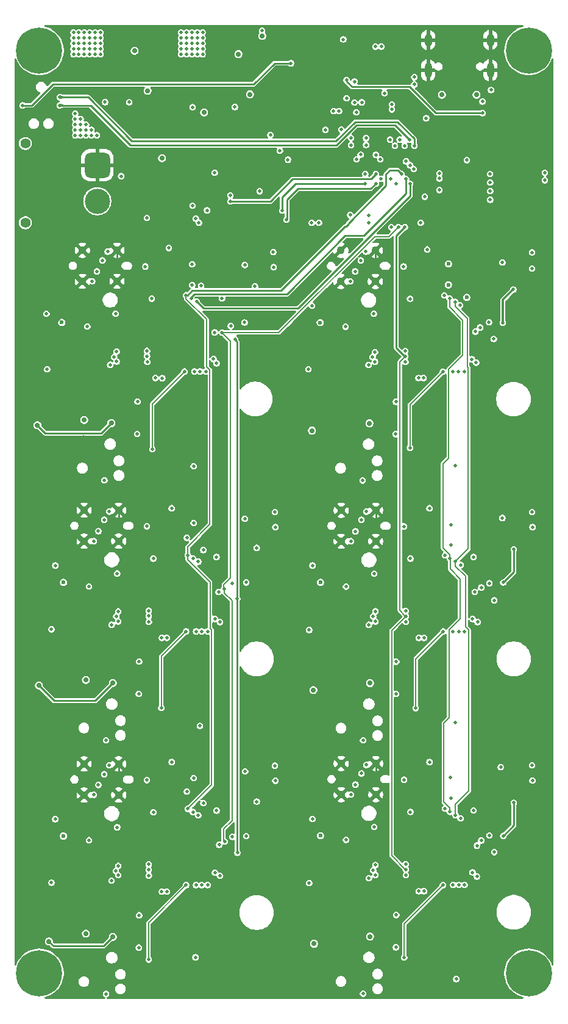
<source format=gbr>
%TF.GenerationSoftware,KiCad,Pcbnew,9.0.0*%
%TF.CreationDate,2025-05-10T16:00:55+04:00*%
%TF.ProjectId,Dumpling_Main,44756d70-6c69-46e6-975f-4d61696e2e6b,rev?*%
%TF.SameCoordinates,Original*%
%TF.FileFunction,Copper,L4,Inr*%
%TF.FilePolarity,Positive*%
%FSLAX46Y46*%
G04 Gerber Fmt 4.6, Leading zero omitted, Abs format (unit mm)*
G04 Created by KiCad (PCBNEW 9.0.0) date 2025-05-10 16:00:55*
%MOMM*%
%LPD*%
G01*
G04 APERTURE LIST*
G04 Aperture macros list*
%AMRoundRect*
0 Rectangle with rounded corners*
0 $1 Rounding radius*
0 $2 $3 $4 $5 $6 $7 $8 $9 X,Y pos of 4 corners*
0 Add a 4 corners polygon primitive as box body*
4,1,4,$2,$3,$4,$5,$6,$7,$8,$9,$2,$3,0*
0 Add four circle primitives for the rounded corners*
1,1,$1+$1,$2,$3*
1,1,$1+$1,$4,$5*
1,1,$1+$1,$6,$7*
1,1,$1+$1,$8,$9*
0 Add four rect primitives between the rounded corners*
20,1,$1+$1,$2,$3,$4,$5,0*
20,1,$1+$1,$4,$5,$6,$7,0*
20,1,$1+$1,$6,$7,$8,$9,0*
20,1,$1+$1,$8,$9,$2,$3,0*%
G04 Aperture macros list end*
%TA.AperFunction,ComponentPad*%
%ADD10C,1.100000*%
%TD*%
%TA.AperFunction,ComponentPad*%
%ADD11C,0.800000*%
%TD*%
%TA.AperFunction,ComponentPad*%
%ADD12C,6.400000*%
%TD*%
%TA.AperFunction,HeatsinkPad*%
%ADD13C,1.100000*%
%TD*%
%TA.AperFunction,ComponentPad*%
%ADD14O,1.000000X2.100000*%
%TD*%
%TA.AperFunction,ComponentPad*%
%ADD15O,1.000000X1.800000*%
%TD*%
%TA.AperFunction,ComponentPad*%
%ADD16C,1.400000*%
%TD*%
%TA.AperFunction,ComponentPad*%
%ADD17RoundRect,0.770000X0.980000X-0.980000X0.980000X0.980000X-0.980000X0.980000X-0.980000X-0.980000X0*%
%TD*%
%TA.AperFunction,ComponentPad*%
%ADD18C,3.500000*%
%TD*%
%TA.AperFunction,ViaPad*%
%ADD19C,0.500000*%
%TD*%
%TA.AperFunction,ViaPad*%
%ADD20C,0.700000*%
%TD*%
%TA.AperFunction,ViaPad*%
%ADD21C,0.600000*%
%TD*%
%TA.AperFunction,Conductor*%
%ADD22C,0.250000*%
%TD*%
%TA.AperFunction,Conductor*%
%ADD23C,0.200000*%
%TD*%
%TA.AperFunction,Conductor*%
%ADD24C,0.300000*%
%TD*%
G04 APERTURE END LIST*
D10*
%TO.N,GND*%
%TO.C,J20*%
X138949170Y-146934422D03*
X138949170Y-151234422D03*
X143749170Y-146934422D03*
X143749170Y-151234422D03*
%TD*%
D11*
%TO.N,N/C*%
%TO.C,H1*%
X94600000Y-48000000D03*
X95302944Y-46302944D03*
X95302944Y-49697056D03*
X97000000Y-45600000D03*
D12*
X97000000Y-48000000D03*
D11*
X97000000Y-50400000D03*
X98697056Y-46302944D03*
X98697056Y-49697056D03*
X99400000Y-48000000D03*
%TD*%
%TO.N,N/C*%
%TO.C,H4*%
X162600000Y-48000000D03*
X163302944Y-46302944D03*
X163302944Y-49697056D03*
X165000000Y-45600000D03*
D12*
X165000000Y-48000000D03*
D11*
X165000000Y-50400000D03*
X166697056Y-46302944D03*
X166697056Y-49697056D03*
X167400000Y-48000000D03*
%TD*%
D10*
%TO.N,GND*%
%TO.C,J8*%
X103005500Y-75719500D03*
X103005500Y-80019500D03*
X107805500Y-75719500D03*
X107805500Y-80019500D03*
%TD*%
%TO.N,GND*%
%TO.C,J17*%
X103229352Y-146977298D03*
X103229352Y-151277298D03*
X108029352Y-146977298D03*
X108029352Y-151277298D03*
%TD*%
D13*
%TO.N,GND*%
%TO.C,J23*%
X138891670Y-75730048D03*
X138891670Y-80030048D03*
X143691670Y-75730048D03*
X143691670Y-80030048D03*
%TD*%
D11*
%TO.N,N/C*%
%TO.C,H2*%
X162600000Y-176000000D03*
X163302944Y-174302944D03*
X163302944Y-177697056D03*
X165000000Y-173600000D03*
D12*
X165000000Y-176000000D03*
D11*
X165000000Y-178400000D03*
X166697056Y-174302944D03*
X166697056Y-177697056D03*
X167400000Y-176000000D03*
%TD*%
D14*
%TO.N,GND*%
%TO.C,J3*%
X159670000Y-50740000D03*
D15*
X159670000Y-46540000D03*
D14*
X151030000Y-50740000D03*
D15*
X151030000Y-46540000D03*
%TD*%
D10*
%TO.N,GND*%
%TO.C,J11*%
X103229352Y-111777298D03*
X103229352Y-116077298D03*
X108029352Y-111777298D03*
X108029352Y-116077298D03*
%TD*%
D11*
%TO.N,N/C*%
%TO.C,H3*%
X94600000Y-176000000D03*
X95302944Y-174302944D03*
X95302944Y-177697056D03*
X97000000Y-173600000D03*
D12*
X97000000Y-176000000D03*
D11*
X97000000Y-178400000D03*
X98697056Y-174302944D03*
X98697056Y-177697056D03*
X99400000Y-176000000D03*
%TD*%
D16*
%TO.N,*%
%TO.C,J4*%
X95075000Y-71900000D03*
X95075000Y-60900000D03*
D17*
%TO.N,GND*%
X105075000Y-63900000D03*
D18*
%TO.N,Net-(J4-P)*%
X105075000Y-68900000D03*
%TD*%
D10*
%TO.N,GND*%
%TO.C,J14*%
X138949170Y-111787845D03*
X138949170Y-116087845D03*
X143749170Y-111787845D03*
X143749170Y-116087845D03*
%TD*%
D19*
%TO.N,NRST*%
X142400000Y-61100000D03*
X131970000Y-49755000D03*
X94700000Y-55600000D03*
D20*
%TO.N,GND*%
X150905075Y-86391643D03*
X118442757Y-159238893D03*
D19*
X164500000Y-52225000D03*
X102123852Y-112957798D03*
X134093670Y-121868345D03*
X111500000Y-51459500D03*
X165461170Y-77000000D03*
X158343670Y-119268345D03*
X107500000Y-105900000D03*
X98373852Y-157057798D03*
D20*
X118218905Y-86381095D03*
X151705075Y-87191643D03*
D19*
X127597500Y-65520000D03*
X103325000Y-137625000D03*
X102123852Y-148157798D03*
D20*
X117418905Y-87181095D03*
D19*
X100900000Y-78325000D03*
X103325000Y-172925000D03*
X108925000Y-78750000D03*
D20*
X152505075Y-89591643D03*
X150962575Y-125649440D03*
D19*
X158575000Y-52900000D03*
D20*
X152562575Y-124049440D03*
D19*
X158700000Y-91120000D03*
X143443670Y-177114922D03*
X103100000Y-100400000D03*
X150268670Y-142525000D03*
X107973852Y-129157798D03*
D20*
X153305075Y-88791643D03*
X116042757Y-123238893D03*
D19*
X136786170Y-78335548D03*
X123550000Y-70201000D03*
D20*
X115018905Y-89581095D03*
D19*
X134093670Y-157014922D03*
X138986170Y-100410548D03*
X103223852Y-165157798D03*
X143636170Y-93110548D03*
X138943670Y-128468345D03*
X122750000Y-97725000D03*
X158368670Y-141225000D03*
D20*
X116042757Y-160038893D03*
D19*
X111950000Y-70450000D03*
X149043670Y-164635904D03*
D20*
X116042757Y-124838893D03*
D19*
X122400000Y-83200000D03*
X149511170Y-106843905D03*
X113925000Y-106996309D03*
X158636170Y-97735548D03*
X107750000Y-93100000D03*
X112800000Y-50159500D03*
D20*
X118442757Y-160838893D03*
D19*
X149492261Y-153641331D03*
D20*
X115242757Y-157638893D03*
X150962575Y-160796017D03*
D19*
X149434761Y-82436957D03*
X138943670Y-129968345D03*
X126225000Y-61875000D03*
X143693670Y-129168345D03*
X141825000Y-56600000D03*
X112150000Y-50809500D03*
D20*
X116618905Y-89581095D03*
X116618905Y-86381095D03*
D19*
X139043670Y-172900000D03*
D20*
X118218905Y-89581095D03*
D19*
X136275000Y-57965000D03*
D20*
X115818905Y-87181095D03*
D19*
X112800000Y-50809500D03*
D20*
X118442757Y-125638893D03*
X116842757Y-157638893D03*
D19*
X103050000Y-83400000D03*
X138886170Y-92410548D03*
D20*
X115242757Y-124038893D03*
X153362575Y-158396017D03*
D19*
X103323852Y-136457798D03*
D20*
X152562575Y-125649440D03*
X115818905Y-88781095D03*
D19*
X140525000Y-63700000D03*
X150056170Y-146639922D03*
X138937575Y-126962250D03*
X148775000Y-54375000D03*
X112150000Y-51459500D03*
X158506095Y-176843905D03*
X141800000Y-52300000D03*
X158631170Y-168877422D03*
D20*
X118442757Y-157638893D03*
D19*
X114336352Y-146682798D03*
D20*
X118218905Y-87981095D03*
D19*
X151950000Y-71900000D03*
X135750000Y-53900000D03*
X111500000Y-50809500D03*
X122906095Y-141722596D03*
X138936170Y-83410548D03*
X112150000Y-50159500D03*
X122500000Y-105700000D03*
X114336352Y-111482798D03*
X157143670Y-115893345D03*
X137843670Y-112968345D03*
X144811170Y-78760548D03*
X129748852Y-148187798D03*
X129748852Y-112987798D03*
X121100000Y-79200000D03*
X144868670Y-149964922D03*
X126680000Y-51379500D03*
D20*
X150962575Y-159196017D03*
X150962575Y-124049440D03*
D19*
X137843670Y-148114922D03*
X94700000Y-56870000D03*
X150100000Y-177900000D03*
X152200000Y-52900000D03*
X151650000Y-57375000D03*
X111975000Y-93950000D03*
D20*
X116042757Y-158438893D03*
D19*
X122623852Y-119257798D03*
X113323852Y-129478780D03*
X103000000Y-93900000D03*
X103223852Y-128457798D03*
X138943670Y-163614922D03*
X134155000Y-64550000D03*
X117425000Y-95125000D03*
X143443670Y-141968345D03*
X122925000Y-162300000D03*
D20*
X152562575Y-159196017D03*
D19*
X143386170Y-105910548D03*
X155400000Y-52900000D03*
D20*
X117418905Y-88781095D03*
X154105075Y-86391643D03*
D19*
X103273852Y-154657798D03*
X139050000Y-137725000D03*
X125955000Y-51379500D03*
D20*
X115242757Y-122438893D03*
D19*
X113323852Y-164678780D03*
D20*
X151705075Y-88791643D03*
D19*
X139043670Y-136468345D03*
X103000000Y-92400000D03*
D20*
X117642757Y-158438893D03*
D19*
X165468670Y-148144922D03*
D20*
X116842757Y-159238893D03*
D19*
X143693670Y-164314922D03*
D20*
X116618905Y-87981095D03*
D19*
X103125000Y-101650000D03*
D21*
X157400000Y-82250000D03*
D19*
X153368670Y-131193345D03*
D20*
X117642757Y-160038893D03*
D19*
X132930000Y-49755000D03*
X150056170Y-111493345D03*
X102993905Y-90893905D03*
X107973852Y-164357798D03*
D20*
X115242757Y-159238893D03*
X151762575Y-158396017D03*
X154162575Y-125649440D03*
D19*
X122973852Y-168982798D03*
D20*
X117642757Y-124838893D03*
D19*
X121423852Y-115882798D03*
X158693670Y-133793345D03*
X101123852Y-149582798D03*
X153368670Y-166339922D03*
D20*
X152505075Y-87991643D03*
X154162575Y-124049440D03*
D19*
X123406095Y-177193905D03*
X136843670Y-114393345D03*
X103217757Y-162151703D03*
X148986170Y-93431530D03*
X133195000Y-69800000D03*
X165468670Y-112998345D03*
X114006095Y-178143905D03*
X136843670Y-149539922D03*
X113548591Y-82426409D03*
D20*
X116842757Y-122438893D03*
D19*
X155350000Y-46540000D03*
D20*
X115018905Y-87981095D03*
D19*
X149043655Y-129500000D03*
D20*
X154162575Y-157596017D03*
D19*
X158406095Y-105643905D03*
D20*
X115242757Y-160838893D03*
X153362575Y-124849440D03*
D19*
X113772443Y-118484207D03*
X103223852Y-163657798D03*
X101123852Y-114382798D03*
X149075000Y-48500000D03*
X167250000Y-67050000D03*
X113772443Y-153684207D03*
D20*
X116842757Y-124038893D03*
D19*
X142300000Y-49300000D03*
X125955000Y-52079500D03*
X125955000Y-50704500D03*
D20*
X151762575Y-123249440D03*
D19*
X139043670Y-171614922D03*
D20*
X152505075Y-86391643D03*
D19*
X112800000Y-51459500D03*
D20*
X116842757Y-160838893D03*
D19*
X101900000Y-76900000D03*
X117648852Y-166382798D03*
X122973852Y-133782798D03*
X103217757Y-126951703D03*
D20*
X151762575Y-159996017D03*
X116842757Y-125638893D03*
D19*
X138886170Y-93910548D03*
D20*
X154162575Y-159196017D03*
D19*
X122625000Y-91400000D03*
X126680000Y-50704500D03*
X122900000Y-127100000D03*
X114750000Y-78000000D03*
X150653907Y-77970995D03*
X158525000Y-162200000D03*
X103223852Y-129957798D03*
X158343670Y-154414922D03*
D20*
X154105075Y-87991643D03*
D19*
X122623852Y-154457798D03*
X144868670Y-114818345D03*
X165512500Y-57687500D03*
X103323852Y-171657798D03*
X98373852Y-121857798D03*
X138937575Y-162108827D03*
X109148852Y-114807798D03*
X103273852Y-119457798D03*
X117648852Y-131182798D03*
D20*
X118442757Y-124038893D03*
D19*
X159975000Y-72775000D03*
D20*
X151762575Y-124849440D03*
X152562575Y-157596017D03*
X152562575Y-160796017D03*
X117642757Y-123238893D03*
X118442757Y-122438893D03*
D19*
X98150000Y-85800000D03*
X134036170Y-85810548D03*
X129525000Y-76930000D03*
X137786170Y-76910548D03*
X138880075Y-90904453D03*
X138943670Y-165114922D03*
X111500000Y-50159500D03*
D20*
X154162575Y-160796017D03*
D19*
X113806095Y-142943905D03*
D20*
X150905075Y-87991643D03*
D19*
X153311170Y-95135548D03*
D20*
X154105075Y-89591643D03*
X154162575Y-122449440D03*
D19*
X139000000Y-101600000D03*
X138993670Y-154614922D03*
X107723852Y-141957798D03*
D21*
X139340000Y-71787500D03*
D20*
X150905075Y-89591643D03*
X152562575Y-122449440D03*
D19*
X107723852Y-177157798D03*
D20*
X115242757Y-125638893D03*
D19*
X149492261Y-118494754D03*
X157143670Y-151039922D03*
X138993670Y-119468345D03*
X109148852Y-150007798D03*
D20*
X153362575Y-159996017D03*
D19*
X158700000Y-127000000D03*
X127455000Y-50704500D03*
D20*
X153362575Y-123249440D03*
X153305075Y-87191643D03*
D19*
X121423852Y-151082798D03*
D20*
X150962575Y-122449440D03*
X115018905Y-86381095D03*
X150962575Y-157596017D03*
D19*
%TO.N,co1_NRST*%
X117175000Y-92530913D03*
X142750000Y-71900000D03*
X112700000Y-103300000D03*
%TO.N,VIN*%
X102000000Y-59000000D03*
D20*
X135177190Y-171922810D03*
D19*
X102750000Y-58250000D03*
D20*
X135077190Y-136722810D03*
D19*
X103500000Y-59000000D03*
X102750000Y-59750000D03*
D20*
X103250000Y-99250000D03*
D19*
X102000000Y-58250000D03*
X102000000Y-56750000D03*
X103500000Y-59750000D03*
X103500000Y-58250000D03*
D20*
X103473852Y-170507798D03*
D19*
X102750000Y-57500000D03*
X104250000Y-59750000D03*
X102000000Y-57500000D03*
X104250000Y-59000000D03*
D20*
X103473852Y-135307798D03*
D19*
X102750000Y-59000000D03*
D20*
X134877190Y-100722810D03*
D19*
X105000000Y-59750000D03*
X102000000Y-59750000D03*
%TO.N,+5V*%
X118950000Y-47750000D03*
X119700000Y-46250000D03*
D20*
X96950000Y-136100000D03*
X107000000Y-99700000D03*
D19*
X118950000Y-47000000D03*
X139250000Y-46450000D03*
X117450000Y-48500000D03*
D20*
X142886170Y-99710548D03*
D19*
X116700000Y-48500000D03*
D20*
X142943670Y-135768345D03*
D19*
X118200000Y-47750000D03*
D20*
X98350000Y-171600000D03*
X107223852Y-170957798D03*
D19*
X118200000Y-45500000D03*
X127950000Y-45249982D03*
X119700000Y-48500000D03*
X116700000Y-46250000D03*
X118200000Y-46250000D03*
X116700000Y-45500000D03*
D20*
X127980000Y-45979500D03*
D19*
X118200000Y-48500000D03*
X118200000Y-47000000D03*
X118950000Y-45500000D03*
X118950000Y-48500000D03*
D20*
X107223852Y-135757798D03*
D19*
X117450000Y-45500000D03*
X119700000Y-47000000D03*
X118950000Y-46250000D03*
X117450000Y-47000000D03*
X117450000Y-46250000D03*
D20*
X96750000Y-100000000D03*
D19*
X116700000Y-47000000D03*
X116700000Y-47750000D03*
X119700000Y-45500000D03*
D20*
X119900000Y-56600000D03*
D19*
X119700000Y-47750000D03*
X159750000Y-53475000D03*
X117450000Y-47750000D03*
D20*
X142943670Y-170914922D03*
D19*
%TO.N,co2_NRST*%
X153061170Y-92541461D03*
X148500000Y-103100000D03*
X145800000Y-65800000D03*
%TO.N,co3_NRST*%
X113950000Y-139200000D03*
X117398852Y-128588711D03*
X146550000Y-66450000D03*
%TO.N,co4_NRST*%
X149300000Y-139231655D03*
X153118670Y-128599258D03*
X144380913Y-63094087D03*
%TO.N,co5_NRST*%
X146000000Y-56162837D03*
X117398852Y-163788711D03*
X112200000Y-174100000D03*
%TO.N,co6_NRST*%
X153082252Y-163782252D03*
X146000000Y-55462834D03*
X147700000Y-173839221D03*
%TO.N,VBUS*%
X111737500Y-77950000D03*
X147681170Y-114018345D03*
X106500000Y-75900000D03*
X140241670Y-80010548D03*
X147681170Y-149164922D03*
D20*
X114050000Y-62937500D03*
X157750000Y-54137500D03*
X152950000Y-54137500D03*
D19*
X111961352Y-114007798D03*
X106723852Y-111957798D03*
X104355500Y-80000000D03*
X142386170Y-75910548D03*
X111961352Y-149207798D03*
X140299170Y-116068345D03*
X106723852Y-147157798D03*
X142443670Y-111968345D03*
X104579352Y-116057798D03*
X140299170Y-151214922D03*
X142443670Y-147114922D03*
X104579352Y-151257798D03*
X147623670Y-77960548D03*
%TO.N,RGB_LED*%
X130425000Y-61900000D03*
X140297250Y-60127520D03*
D21*
%TO.N,co1_RGB_LED*%
X100132095Y-85724000D03*
D19*
X123600000Y-86200000D03*
%TO.N,co2_RGB_LED*%
X159487731Y-85700000D03*
D21*
X136018265Y-85734548D03*
%TO.N,co3_RGB_LED*%
X100355947Y-121781798D03*
D19*
X123823852Y-121900000D03*
D21*
%TO.N,co4_RGB_LED*%
X136075765Y-121792345D03*
D19*
X159543670Y-121900000D03*
%TO.N,co5_RGB_LED*%
X123823852Y-157100000D03*
D21*
X100355947Y-156981798D03*
%TO.N,co6_RGB_LED*%
X136075765Y-156938922D03*
D19*
X159543670Y-156900000D03*
%TO.N,SWDIO*%
X99850000Y-54475000D03*
X149100000Y-61200000D03*
%TO.N,SWCLK*%
X148420924Y-60350000D03*
X99850000Y-55600000D03*
%TO.N,SDIO_D3*%
X159650000Y-66300000D03*
X147070924Y-60350000D03*
%TO.N,SDIO_D2*%
X159625000Y-65125000D03*
X147750000Y-61200000D03*
%TO.N,SDIO_CLK*%
X146400000Y-61200000D03*
X159650000Y-67500000D03*
%TO.N,SDIO_CMD*%
X145720924Y-60350000D03*
X167250000Y-64950000D03*
%TO.N,co2_USB_D-_ESD*%
X140881670Y-78640048D03*
X141671670Y-77120048D03*
X150886170Y-75600000D03*
%TO.N,co1_gpio1*%
X118550000Y-92525000D03*
X107750000Y-91150000D03*
%TO.N,co1_gpio2*%
X119350000Y-92525000D03*
X107400000Y-90500000D03*
%TO.N,co1_gpio3*%
X120156095Y-92525000D03*
X107750000Y-89750000D03*
%TO.N,co1_pwr_cyc*%
X121375000Y-87100000D03*
X106850000Y-91600000D03*
%TO.N,co1_gpio4*%
X121200000Y-90806095D03*
X103673905Y-86300000D03*
%TO.N,co1_USB_D-_ESD*%
X105785500Y-77109500D03*
X104995500Y-78629500D03*
X115000000Y-75400000D03*
%TO.N,co2_gpio4*%
X157100000Y-90825000D03*
X139560075Y-86310548D03*
%TO.N,co2_gpio1*%
X154436170Y-92535548D03*
X143637517Y-91160480D03*
%TO.N,co2_pwr_cyc*%
X142736170Y-91610548D03*
X157600000Y-87000000D03*
%TO.N,co2_gpio3*%
X156042265Y-92535548D03*
X143636170Y-89860548D03*
%TO.N,co2_gpio2*%
X143300000Y-90510548D03*
X155236170Y-92535548D03*
%TO.N,co3_USB_D-_ESD*%
X106029352Y-113100000D03*
X115400000Y-111500000D03*
X105219352Y-114687298D03*
%TO.N,co3_gpio1*%
X107973852Y-127207798D03*
X118773852Y-128582798D03*
%TO.N,co3_gpio3*%
X107973852Y-125807798D03*
X120379947Y-128582798D03*
%TO.N,co3_pwr_cyc*%
X107073852Y-127657798D03*
X121900000Y-123100000D03*
%TO.N,co3_gpio2*%
X119573852Y-128582798D03*
X107700000Y-126500000D03*
%TO.N,co3_gpio4*%
X103897757Y-122357798D03*
X121400000Y-126863893D03*
%TO.N,co4_USB_D-_ESD*%
X140939170Y-114697845D03*
X141749170Y-113100000D03*
X151200000Y-111500000D03*
%TO.N,co4_gpio3*%
X143693670Y-125800000D03*
X156099765Y-128593345D03*
%TO.N,co4_gpio2*%
X155293670Y-128593345D03*
X143400000Y-126500000D03*
%TO.N,co4_gpio1*%
X143693670Y-127218345D03*
X154493670Y-128593345D03*
%TO.N,co4_pwr_cyc*%
X157500000Y-123100000D03*
X142793670Y-127668345D03*
%TO.N,co4_gpio4*%
X139617575Y-122368345D03*
X157200000Y-126874440D03*
%TO.N,co5_USB_D-_ESD*%
X106021477Y-148407875D03*
X115400000Y-146700000D03*
X105219352Y-149887298D03*
%TO.N,co5_gpio1*%
X107973852Y-162407798D03*
X118773852Y-163782798D03*
%TO.N,co5_gpio3*%
X120379947Y-163782798D03*
X107981926Y-161112344D03*
%TO.N,co5_pwr_cyc*%
X122000000Y-158200000D03*
X107050000Y-163150000D03*
%TO.N,co5_gpio4*%
X103897757Y-157557798D03*
X121400000Y-162063893D03*
%TO.N,co5_gpio2*%
X119573852Y-163782798D03*
X107623852Y-161801581D03*
%TO.N,co6_USB_D-_ESD*%
X151200000Y-146700000D03*
X140939170Y-149844422D03*
X141749170Y-148300000D03*
%TO.N,co6_gpio3*%
X143693670Y-161000000D03*
X156099765Y-163739922D03*
%TO.N,co6_gpio4*%
X157200000Y-162021017D03*
X139617575Y-157514922D03*
%TO.N,co6_gpio2*%
X155293670Y-163739922D03*
X143400000Y-161714922D03*
%TO.N,co6_pwr_cyc*%
X142793670Y-162814922D03*
X157800000Y-158300000D03*
%TO.N,co6_gpio1*%
X154493670Y-163739922D03*
X143693670Y-162364922D03*
%TO.N,VBAT*%
X108375000Y-65425000D03*
%TO.N,BOOT0*%
X142400000Y-60150000D03*
X139700000Y-54615000D03*
%TO.N,Net-(SW1-B)*%
X158575000Y-56675000D03*
X139700000Y-52090000D03*
%TO.N,buzzer*%
X140306587Y-61106587D03*
X131550000Y-63150000D03*
%TO.N,co1_FLASH_HOLD*%
X111966457Y-89656251D03*
X125550000Y-77750000D03*
%TO.N,co1_FLASH_WP*%
X118250000Y-77650000D03*
X114100000Y-93450000D03*
%TO.N,I2C1_SDA*%
X118750000Y-71325000D03*
X140800000Y-55200000D03*
%TO.N,I2C1_SCL*%
X141800000Y-55187500D03*
X119187500Y-71900000D03*
%TO.N,I2C2_SDA*%
X147918670Y-126468345D03*
X112198852Y-161657798D03*
X112198852Y-126457798D03*
X111975000Y-90400000D03*
X147918670Y-161614922D03*
X147861170Y-90410548D03*
X147800000Y-72500000D03*
%TO.N,I2C2_SCL*%
X122773852Y-157750000D03*
X158400000Y-122500000D03*
X146885000Y-72485000D03*
X158400000Y-157600000D03*
X158225000Y-86425000D03*
X122700000Y-122700000D03*
X122400000Y-87125000D03*
%TO.N,Trigger*%
X160212083Y-124273440D03*
X160144087Y-88019087D03*
X124500000Y-124050000D03*
X124200000Y-88050000D03*
X124525000Y-159300000D03*
X136750000Y-59000000D03*
X160213083Y-159200000D03*
%TO.N,co2_FLASH_HOLD*%
X161350000Y-77400000D03*
X147852627Y-89666799D03*
D21*
%TO.N,co2_FLASH_WP*%
X153850000Y-77600000D03*
D19*
X150386158Y-93435481D03*
%TO.N,co3_FLASH_HOLD*%
X112190309Y-125714049D03*
X125550000Y-112950000D03*
%TO.N,co3_FLASH_WP*%
X118450000Y-113550000D03*
X114723840Y-129482731D03*
%TO.N,co4_FLASH_HOLD*%
X161350000Y-112850000D03*
X147910127Y-125724596D03*
%TO.N,co4_FLASH_WP*%
X150443658Y-129493278D03*
X154172610Y-113776947D03*
%TO.N,co5_FLASH_HOLD*%
X125600000Y-148000000D03*
X112190309Y-160914049D03*
%TO.N,co5_FLASH_WP*%
X118450000Y-148950000D03*
X114723840Y-164682731D03*
%TO.N,co6_FLASH_HOLD*%
X147910127Y-160871173D03*
X161100000Y-147400000D03*
%TO.N,co6_FLASH_WP*%
X154150000Y-148850000D03*
X150443658Y-164639855D03*
%TO.N,SPI1_MOSI*%
X143750000Y-66450000D03*
X131350000Y-71450000D03*
%TO.N,SPI1_MISO*%
X123550000Y-68925000D03*
X143750000Y-65150000D03*
%TO.N,SPI1_SCK*%
X130750000Y-70200000D03*
X142300000Y-66475000D03*
%TO.N,SPI1_NSS*%
X142300000Y-65150000D03*
X123550000Y-68100000D03*
%TO.N,SPI2_MOSI*%
X153286170Y-81960548D03*
X117400000Y-81950000D03*
X117623852Y-118007798D03*
X147350000Y-65150000D03*
X153343670Y-118018345D03*
X153343670Y-153164922D03*
X117623852Y-153207798D03*
%TO.N,SPI2_MISO*%
X154068670Y-153614922D03*
X118348852Y-118457798D03*
X147950000Y-65800000D03*
X154011170Y-82410548D03*
X118348852Y-153657798D03*
X154068670Y-118468345D03*
X118125000Y-82400000D03*
%TO.N,SPI2_SCK*%
X154761170Y-82860548D03*
X118875000Y-82850000D03*
X154818670Y-118918345D03*
X119098852Y-118907798D03*
X148536826Y-66463174D03*
X154818670Y-154064922D03*
X119098852Y-154107798D03*
%TO.N,SPI2_NSS1*%
X119500000Y-80600000D03*
X98100000Y-92200000D03*
X135850000Y-71900000D03*
%TO.N,SPI2_NSS3*%
X98700000Y-128300000D03*
X119798852Y-117300000D03*
X134850000Y-71900000D03*
%TO.N,co3_SPI1_MOSI*%
X125742265Y-121789385D03*
X127211352Y-117000000D03*
%TO.N,co1_SPI1_MOSI*%
X126975000Y-80700000D03*
X125518413Y-85731587D03*
%TO.N,SPI2_NSS2*%
X155461170Y-83310548D03*
X134400000Y-92210548D03*
X152600000Y-67350000D03*
%TO.N,SPI2_NSS4*%
X155518670Y-119368345D03*
X152600000Y-65750003D03*
X134500000Y-128400000D03*
%TO.N,co4_SPI1_MOSI*%
X162918670Y-117218345D03*
X161462083Y-121799932D03*
%TO.N,co2_SPI1_MOSI*%
X162861170Y-81160548D03*
X161404583Y-85742135D03*
%TO.N,SPI2_NSS5*%
X119798852Y-152400000D03*
X144500000Y-65800000D03*
X98700000Y-163457798D03*
%TO.N,co5_SPI1_MOSI*%
X127211352Y-152200000D03*
X125742265Y-156989385D03*
%TO.N,SPI2_NSS6*%
X155518670Y-154514922D03*
X143750000Y-62463174D03*
X134500000Y-163500000D03*
%TO.N,co6_SPI1_MOSI*%
X162918670Y-152364922D03*
X161462083Y-156946509D03*
%TO.N,USART_TX*%
X137900000Y-56400000D03*
X141075000Y-63100000D03*
%TO.N,I2C3_SDA*%
X149038654Y-64442168D03*
X143696733Y-47446680D03*
%TO.N,USART_RX*%
X141650000Y-62450000D03*
X138650000Y-56400000D03*
D20*
%TO.N,Net-(U25-SW)*%
X110250000Y-48019000D03*
X112050000Y-53569000D03*
%TO.N,Net-(U26-SW)*%
X124680000Y-48489000D03*
X126261000Y-54070000D03*
D19*
%TO.N,Net-(U25-EN)*%
X106150000Y-55150000D03*
X109499000Y-55169000D03*
%TO.N,Net-(U26-EN)*%
X124180000Y-55839000D03*
X118300000Y-55850000D03*
%TO.N,I2C3_SCL*%
X148500000Y-63900000D03*
X144509880Y-47446707D03*
%TO.N,IMU_INT*%
X149100000Y-52710000D03*
X147968506Y-63378321D03*
%TO.N,SDIO_D7*%
X152600000Y-65050000D03*
X159650000Y-68700000D03*
%TO.N,+3V3*%
X122100000Y-127300000D03*
X121374936Y-64950064D03*
X154931095Y-176818905D03*
X141992261Y-143694754D03*
X154193670Y-116593345D03*
X121623852Y-118257798D03*
X141992261Y-178841331D03*
X99223852Y-119438915D03*
X146594670Y-167928831D03*
X103250000Y-47000000D03*
X112223852Y-162457798D03*
X165518670Y-114118345D03*
X110651000Y-96713909D03*
X118250000Y-80525000D03*
X146537170Y-96724457D03*
X102500000Y-47000000D03*
X129100000Y-59700000D03*
X129798852Y-149307798D03*
X105500000Y-47000000D03*
X117500000Y-115600000D03*
X122400000Y-82400000D03*
X102500000Y-46250000D03*
X142750000Y-70900000D03*
X148568670Y-153639922D03*
X102500000Y-45500000D03*
X104000000Y-47000000D03*
X112848852Y-118482798D03*
X165462083Y-147171509D03*
X138950000Y-58955000D03*
X154831095Y-105618905D03*
X105500000Y-47750000D03*
X141055243Y-56568407D03*
X104750000Y-47000000D03*
X129742265Y-112014385D03*
X104750000Y-47750000D03*
X146594670Y-132782254D03*
X150000000Y-71900000D03*
X165518670Y-149264922D03*
X99223852Y-154638915D03*
X121625000Y-91400000D03*
X105500000Y-48500000D03*
X154193670Y-151739922D03*
X149743656Y-129494218D03*
X106048591Y-107626409D03*
X147943670Y-162414922D03*
X165461170Y-76000000D03*
X118700000Y-173800000D03*
X158575000Y-55075000D03*
X101750000Y-47750000D03*
X114023838Y-129483671D03*
X165462083Y-112024932D03*
X143543670Y-120568345D03*
X107823852Y-155757798D03*
X157343670Y-118268345D03*
X111950000Y-71200003D03*
X148568670Y-118493345D03*
X114023838Y-164683671D03*
X104000000Y-48500000D03*
X143486170Y-84510548D03*
X145900000Y-72500000D03*
X144970000Y-53900000D03*
X157800000Y-162600000D03*
X102500000Y-47750000D03*
X107600000Y-84500000D03*
X105500000Y-46250000D03*
X98000000Y-84500000D03*
X140800000Y-52300000D03*
X103250000Y-48500000D03*
X122100000Y-162500000D03*
X156400000Y-63200000D03*
X110823852Y-172457798D03*
X149743656Y-164640795D03*
D21*
X153850000Y-80500000D03*
D19*
X101750000Y-45500000D03*
X106272443Y-178884207D03*
X150550000Y-68275000D03*
D21*
X156400000Y-82250000D03*
D19*
X110823852Y-137257798D03*
X101750000Y-48500000D03*
X112223852Y-127257798D03*
X118297500Y-69525000D03*
X102500000Y-48500000D03*
X148511170Y-82435548D03*
X149100000Y-51690000D03*
X129742265Y-147214385D03*
X147886170Y-91210548D03*
X150750000Y-57375000D03*
X105500000Y-45500000D03*
X112000000Y-91200000D03*
X146486170Y-101210548D03*
X103250000Y-47750000D03*
X129575000Y-78050000D03*
X146543670Y-137268345D03*
X107823852Y-120557798D03*
X157343670Y-153414922D03*
X101750000Y-47000000D03*
X110874852Y-167971707D03*
X134886170Y-83391665D03*
X157700000Y-91300000D03*
X119331095Y-141697596D03*
X104750000Y-45500000D03*
X104000000Y-47750000D03*
X127600000Y-67525000D03*
X149686156Y-93436421D03*
X129798852Y-114107798D03*
X120300000Y-70160000D03*
X129518413Y-75956587D03*
X101750000Y-46250000D03*
X143543670Y-155714922D03*
X106272443Y-143684207D03*
X146543670Y-172414922D03*
X165461170Y-78250000D03*
X104000000Y-45500000D03*
X112625000Y-82425000D03*
X104000000Y-46250000D03*
X134943670Y-119449462D03*
X167250000Y-66000000D03*
X103250000Y-46250000D03*
X157900000Y-127300000D03*
X154793670Y-141200000D03*
X110600000Y-101200000D03*
X112848852Y-153682798D03*
X117500000Y-150800000D03*
X104750000Y-46250000D03*
X147943670Y-127268345D03*
X140200000Y-70800000D03*
X118450000Y-105671309D03*
X141934761Y-107636957D03*
X103250000Y-45500000D03*
X113124127Y-93425873D03*
X110874852Y-132771707D03*
X121623852Y-153457798D03*
X134943670Y-154596039D03*
X104750000Y-48500000D03*
%TD*%
D22*
%TO.N,NRST*%
X131970000Y-49755000D02*
X129695000Y-49755000D01*
X126794500Y-52655500D02*
X98886704Y-52655500D01*
X129695000Y-49755000D02*
X126794500Y-52655500D01*
X98886704Y-52655500D02*
X95942204Y-55600000D01*
X95942204Y-55600000D02*
X94700000Y-55600000D01*
%TO.N,GND*%
X143749170Y-148886288D02*
X144827804Y-149964922D01*
X143691670Y-75730048D02*
X143691670Y-77681914D01*
X138949170Y-111787845D02*
X139499170Y-111237845D01*
X138891670Y-75805048D02*
X137786170Y-76910548D01*
X138949170Y-116087845D02*
X138538170Y-116087845D01*
X109148852Y-150007798D02*
X109148852Y-150157798D01*
X144770304Y-78760548D02*
X144811170Y-78760548D01*
X143199170Y-146384422D02*
X143749170Y-146934422D01*
X102594500Y-80019500D02*
X103005500Y-80019500D01*
X108029352Y-148929164D02*
X109107986Y-150007798D01*
X103005500Y-75719500D02*
X103005500Y-75794500D01*
X139499170Y-111237845D02*
X143199170Y-111237845D01*
X138949170Y-146934422D02*
X139499170Y-146384422D01*
X143199170Y-111237845D02*
X143749170Y-111787845D01*
X106806650Y-117300000D02*
X104452054Y-117300000D01*
X108029352Y-111777298D02*
X108029352Y-113829352D01*
X108029352Y-146977298D02*
X108029352Y-148929164D01*
X143749170Y-116087845D02*
X143192670Y-116644345D01*
X107249000Y-80576000D02*
X103562000Y-80576000D01*
X108029352Y-116077298D02*
X106806650Y-117300000D01*
X108884134Y-78750000D02*
X108925000Y-78750000D01*
X143192670Y-151790922D02*
X139505670Y-151790922D01*
X137786170Y-76910548D02*
X137786170Y-76835548D01*
X143135170Y-80586548D02*
X143691670Y-80030048D01*
X103229352Y-151277298D02*
X102818352Y-151277298D01*
X103005500Y-75794500D02*
X101900000Y-76900000D01*
X107255500Y-75169500D02*
X107805500Y-75719500D01*
X143749170Y-113739711D02*
X144827804Y-114818345D01*
X108925000Y-78900000D02*
X107805500Y-80019500D01*
X144811170Y-78760548D02*
X144811170Y-78910548D01*
X143691670Y-77681914D02*
X144770304Y-78760548D01*
X108029352Y-151277298D02*
X107406650Y-151900000D01*
X144868670Y-149964922D02*
X144868670Y-150114922D01*
X109107986Y-150007798D02*
X109148852Y-150007798D01*
X107805500Y-77671366D02*
X108884134Y-78750000D01*
X138891670Y-80030048D02*
X139448170Y-80586548D01*
X104452054Y-117300000D02*
X103229352Y-116077298D01*
X109148852Y-114957798D02*
X108029352Y-116077298D01*
X107805500Y-75719500D02*
X107805500Y-77671366D01*
X103229352Y-111852298D02*
X102123852Y-112957798D01*
X100900000Y-78325000D02*
X102594500Y-80019500D01*
X143192670Y-116644345D02*
X139505670Y-116644345D01*
X109148852Y-150157798D02*
X108029352Y-151277298D01*
X144868670Y-114968345D02*
X143749170Y-116087845D01*
X102818352Y-151277298D02*
X101123852Y-149582798D01*
X103562000Y-80576000D02*
X103005500Y-80019500D01*
X139505670Y-116644345D02*
X138949170Y-116087845D01*
X107406650Y-151900000D02*
X103852054Y-151900000D01*
X108029352Y-113829352D02*
X109007798Y-114807798D01*
X108925000Y-78750000D02*
X108925000Y-78900000D01*
X103005500Y-75719500D02*
X103555500Y-75169500D01*
X143749170Y-111787845D02*
X143749170Y-113739711D01*
X103229352Y-111777298D02*
X103229352Y-111852298D01*
X138891670Y-75730048D02*
X138891670Y-75805048D01*
X144868670Y-150114922D02*
X143749170Y-151234422D01*
X139499170Y-146384422D02*
X143199170Y-146384422D01*
X107479352Y-146427298D02*
X108029352Y-146977298D01*
X144827804Y-149964922D02*
X144868670Y-149964922D01*
X109007798Y-114807798D02*
X109148852Y-114807798D01*
X139448170Y-80586548D02*
X143135170Y-80586548D01*
X143749170Y-146934422D02*
X143749170Y-148886288D01*
X103852054Y-151900000D02*
X103229352Y-151277298D01*
X138538170Y-116087845D02*
X136843670Y-114393345D01*
X138538170Y-151234422D02*
X136843670Y-149539922D01*
X102818352Y-116077298D02*
X101123852Y-114382798D01*
X103779352Y-146427298D02*
X107479352Y-146427298D01*
X103229352Y-116077298D02*
X102818352Y-116077298D01*
X138949170Y-151234422D02*
X138538170Y-151234422D01*
X143749170Y-151234422D02*
X143192670Y-151790922D01*
X109148852Y-114807798D02*
X109148852Y-114957798D01*
X144827804Y-114818345D02*
X144868670Y-114818345D01*
X103555500Y-75169500D02*
X107255500Y-75169500D01*
X144811170Y-78910548D02*
X143691670Y-80030048D01*
X103229352Y-146977298D02*
X103779352Y-146427298D01*
X144868670Y-114818345D02*
X144868670Y-114968345D01*
X107805500Y-80019500D02*
X107249000Y-80576000D01*
X139505670Y-151790922D02*
X138949170Y-151234422D01*
D23*
%TO.N,co1_NRST*%
X112700000Y-97005913D02*
X112700000Y-103300000D01*
X117175000Y-92530913D02*
X112700000Y-97005913D01*
D22*
%TO.N,+5V*%
X96950000Y-136100000D02*
X99051000Y-138201000D01*
X107000000Y-99700000D02*
X105626000Y-101074000D01*
X99051000Y-138201000D02*
X104780650Y-138201000D01*
X97824000Y-101074000D02*
X96750000Y-100000000D01*
X99000000Y-172250000D02*
X98350000Y-171600000D01*
X107223852Y-170957798D02*
X105931650Y-172250000D01*
X105931650Y-172250000D02*
X99000000Y-172250000D01*
X104780650Y-138201000D02*
X107223852Y-135757798D01*
X105626000Y-101074000D02*
X97824000Y-101074000D01*
D23*
%TO.N,co2_NRST*%
X148500000Y-97102631D02*
X148500000Y-103100000D01*
X153061170Y-92541461D02*
X148500000Y-97102631D01*
%TO.N,co3_NRST*%
X113950000Y-132037562D02*
X117398851Y-128588711D01*
X113950000Y-139200000D02*
X113950000Y-132037562D01*
X117398851Y-128588711D02*
X117398852Y-128588711D01*
%TO.N,co4_NRST*%
X149300000Y-139231655D02*
X149300000Y-132400000D01*
X149300000Y-132400000D02*
X153100742Y-128599258D01*
X153100742Y-128599258D02*
X153118670Y-128599258D01*
%TO.N,co5_NRST*%
X112200000Y-168987563D02*
X117398852Y-163788711D01*
X112200000Y-174100000D02*
X112200000Y-168987563D01*
%TO.N,co6_NRST*%
X147700000Y-173839221D02*
X147700000Y-169164504D01*
X147700000Y-169164504D02*
X153082252Y-163782252D01*
X153082252Y-163782252D02*
X153118670Y-163745835D01*
D22*
%TO.N,SWDIO*%
X103800000Y-54475000D02*
X109875000Y-60550000D01*
X138237190Y-60550000D02*
X140888190Y-57899000D01*
X109875000Y-60550000D02*
X138237190Y-60550000D01*
X146784512Y-57899000D02*
X149100000Y-60214488D01*
X99850000Y-54475000D02*
X103800000Y-54475000D01*
X149100000Y-60214488D02*
X149100000Y-61200000D01*
X140888190Y-57899000D02*
X146784512Y-57899000D01*
%TO.N,SWCLK*%
X146425000Y-58350000D02*
X148420924Y-60345924D01*
X104125000Y-55600000D02*
X109650000Y-61125000D01*
X99850000Y-55600000D02*
X104125000Y-55600000D01*
X141075000Y-58350000D02*
X146425000Y-58350000D01*
X138300000Y-61125000D02*
X141075000Y-58350000D01*
X109650000Y-61125000D02*
X138300000Y-61125000D01*
X148420924Y-60345924D02*
X148420924Y-60350000D01*
%TO.N,Net-(SW1-B)*%
X139700000Y-52300000D02*
X140450000Y-53050000D01*
X140450000Y-53050000D02*
X148450000Y-53050000D01*
X148450000Y-53050000D02*
X152075000Y-56675000D01*
X152075000Y-56675000D02*
X158575000Y-56675000D01*
X139700000Y-52090000D02*
X139700000Y-52300000D01*
D23*
%TO.N,I2C2_SDA*%
X147861170Y-90410548D02*
X147088170Y-91183548D01*
X147088170Y-91183548D02*
X147088170Y-125681871D01*
X147874644Y-126468345D02*
X147918670Y-126468345D01*
X147088170Y-125681871D02*
X147874644Y-126468345D01*
X145950170Y-128436845D02*
X145950170Y-159690448D01*
X147874644Y-161614922D02*
X147918670Y-161614922D01*
X147918670Y-126468345D02*
X145950170Y-128436845D01*
X145950170Y-159690448D02*
X147874644Y-161614922D01*
D22*
X147800000Y-72500000D02*
X146600000Y-73700000D01*
X146600000Y-73700000D02*
X146600000Y-89228760D01*
X146600000Y-89228760D02*
X147781788Y-90410548D01*
X147781788Y-90410548D02*
X147861170Y-90410548D01*
D23*
%TO.N,I2C2_SCL*%
X145570000Y-73800000D02*
X143600000Y-73800000D01*
X122600000Y-156000000D02*
X123774852Y-154825148D01*
X143600000Y-73800000D02*
X130275000Y-87125000D01*
X122623852Y-122110822D02*
X123551000Y-121183674D01*
X123551000Y-121183674D02*
X123551000Y-88276000D01*
X146885000Y-72485000D02*
X145570000Y-73800000D01*
X122600000Y-156000000D02*
X122600000Y-157576148D01*
X122700000Y-123258946D02*
X122700000Y-122700000D01*
X122700000Y-122700000D02*
X122623852Y-122623852D01*
X130275000Y-87125000D02*
X122400000Y-87125000D01*
X123774852Y-124333798D02*
X122700000Y-123258946D01*
X122623852Y-122623852D02*
X122623852Y-122110822D01*
X122600000Y-157576148D02*
X122773852Y-157750000D01*
X123774852Y-154825148D02*
X123774852Y-124333798D01*
X123551000Y-88276000D02*
X122400000Y-87125000D01*
D22*
%TO.N,Trigger*%
X124492265Y-124057735D02*
X124492265Y-159267265D01*
X124500000Y-124050000D02*
X124492265Y-124057735D01*
X124492265Y-124042265D02*
X124492265Y-88428947D01*
X124200000Y-88136682D02*
X124200000Y-88050000D01*
X124492265Y-88428947D02*
X124200000Y-88136682D01*
X124500000Y-124050000D02*
X124492265Y-124042265D01*
X124492265Y-159267265D02*
X124525000Y-159300000D01*
%TO.N,SPI1_MOSI*%
X132950000Y-67150000D02*
X143050000Y-67150000D01*
X131400000Y-71500000D02*
X131400000Y-68700000D01*
X131350000Y-71450000D02*
X131400000Y-71500000D01*
X143050000Y-67150000D02*
X143750000Y-66450000D01*
X131400000Y-68700000D02*
X132950000Y-67150000D01*
%TO.N,SPI1_MISO*%
X143075000Y-65825000D02*
X132225000Y-65825000D01*
X129125000Y-68925000D02*
X123550000Y-68925000D01*
X132225000Y-65825000D02*
X129125000Y-68925000D01*
X143750000Y-65150000D02*
X143075000Y-65825000D01*
%TO.N,SPI1_SCK*%
X132625000Y-66475000D02*
X130750000Y-68350000D01*
X130750000Y-68350000D02*
X130750000Y-70200000D01*
X142300000Y-66475000D02*
X132625000Y-66475000D01*
%TO.N,SPI2_MOSI*%
X130600000Y-81300000D02*
X118250000Y-81300000D01*
X139966000Y-72046798D02*
X139599298Y-72413500D01*
D23*
X120930947Y-128354566D02*
X120930947Y-149900703D01*
D22*
X145150000Y-66750000D02*
X139966000Y-71934000D01*
D23*
X120707095Y-92296768D02*
X120707095Y-113742905D01*
D22*
X139599298Y-72413500D02*
X139486500Y-72413500D01*
D23*
X120250000Y-91839673D02*
X120707095Y-92296768D01*
X117400000Y-82454232D02*
X120250000Y-85304232D01*
X117623852Y-118623852D02*
X120750000Y-121750000D01*
D22*
X146800000Y-64600000D02*
X145700000Y-64600000D01*
X145150000Y-65150000D02*
X145150000Y-66750000D01*
D23*
X120750000Y-128173619D02*
X120930947Y-128354566D01*
D22*
X147350000Y-65150000D02*
X146800000Y-64600000D01*
D23*
X120750000Y-121750000D02*
X120750000Y-128173619D01*
X120707095Y-113742905D02*
X117623852Y-116826148D01*
D22*
X118250000Y-81300000D02*
X117600000Y-81950000D01*
D23*
X120930947Y-149900703D02*
X117623852Y-153207798D01*
D22*
X145700000Y-64600000D02*
X145150000Y-65150000D01*
X117600000Y-81950000D02*
X117400000Y-81950000D01*
D23*
X117623852Y-116826148D02*
X117623852Y-118007798D01*
X120250000Y-85304232D02*
X120250000Y-91839673D01*
X117623852Y-118007798D02*
X117623852Y-118623852D01*
D22*
X139486500Y-72413500D02*
X130600000Y-81300000D01*
X139966000Y-71934000D02*
X139966000Y-72046798D01*
D23*
X117400000Y-81950000D02*
X117400000Y-82454232D01*
%TO.N,SPI2_MISO*%
X153100000Y-105317486D02*
X153100000Y-116995443D01*
X154068670Y-153110690D02*
X154068670Y-153614922D01*
X154068670Y-118468345D02*
X154091353Y-118491028D01*
X155850000Y-85450000D02*
X155850000Y-90250000D01*
X155450000Y-126857783D02*
X153942670Y-128365113D01*
D22*
X142050000Y-73700000D02*
X139500000Y-73700000D01*
D23*
X155850000Y-90250000D02*
X153885170Y-92214830D01*
X154000000Y-82421718D02*
X154000000Y-83600000D01*
X155450000Y-121297024D02*
X155450000Y-126857783D01*
D22*
X147950000Y-67800000D02*
X142050000Y-73700000D01*
D23*
X153942670Y-128365113D02*
X153942670Y-140590113D01*
X154091353Y-119938377D02*
X155450000Y-121297024D01*
X154068670Y-117964113D02*
X154068670Y-118468345D01*
D22*
X147950000Y-65800000D02*
X147950000Y-67800000D01*
X118125000Y-82225000D02*
X118125000Y-82400000D01*
D23*
X154091353Y-118491028D02*
X154091353Y-119938377D01*
D22*
X139500000Y-73700000D02*
X131400000Y-81800000D01*
D23*
X154011170Y-82410548D02*
X154000000Y-82421718D01*
X153200000Y-152242020D02*
X154068670Y-153110690D01*
X154000000Y-83600000D02*
X155850000Y-85450000D01*
X153885170Y-92214830D02*
X153885170Y-104532316D01*
D22*
X118550000Y-81800000D02*
X118125000Y-82225000D01*
D23*
X153942670Y-140590113D02*
X153200000Y-141332783D01*
D22*
X131400000Y-81800000D02*
X118550000Y-81800000D01*
D23*
X153200000Y-141332783D02*
X153200000Y-152242020D01*
X153885170Y-104532316D02*
X153100000Y-105317486D01*
X153100000Y-116995443D02*
X154068670Y-117964113D01*
%TO.N,SPI2_SCK*%
X156593265Y-91994322D02*
X156593265Y-117143750D01*
X156593265Y-117143750D02*
X154818670Y-118918345D01*
X156460170Y-85160170D02*
X156460170Y-91861227D01*
X156650765Y-128365113D02*
X156650765Y-150753595D01*
X154761170Y-82860548D02*
X154761170Y-83461170D01*
X156250000Y-120950000D02*
X156250000Y-127964348D01*
X154818670Y-118918345D02*
X154818670Y-119518670D01*
D22*
X132924000Y-83776000D02*
X119801000Y-83776000D01*
D23*
X156250000Y-127964348D02*
X156650765Y-128365113D01*
D22*
X119801000Y-83776000D02*
X118875000Y-82850000D01*
D23*
X156460170Y-91861227D02*
X156593265Y-91994322D01*
X154818670Y-152585690D02*
X154818670Y-154064922D01*
X154818670Y-119518670D02*
X156250000Y-120950000D01*
X156650765Y-150753595D02*
X154818670Y-152585690D01*
X154761170Y-83461170D02*
X156460170Y-85160170D01*
D22*
X148536826Y-66463174D02*
X148536826Y-68163174D01*
X148536826Y-68163174D02*
X132924000Y-83776000D01*
%TO.N,co4_SPI1_MOSI*%
X162918670Y-120343345D02*
X162918670Y-117218345D01*
X161462083Y-121799932D02*
X162918670Y-120343345D01*
D24*
%TO.N,co2_SPI1_MOSI*%
X161404583Y-85742135D02*
X161404583Y-82595417D01*
X161404583Y-82595417D02*
X162839452Y-81160548D01*
D22*
%TO.N,co6_SPI1_MOSI*%
X162918670Y-155489922D02*
X162918670Y-152364922D01*
X161462083Y-156946509D02*
X162918670Y-155489922D01*
%TD*%
%TA.AperFunction,Conductor*%
%TO.N,GND*%
G36*
X138541670Y-75776126D02*
G01*
X138565522Y-75865143D01*
X138611600Y-75944953D01*
X138676765Y-76010118D01*
X138756575Y-76056196D01*
X138845592Y-76080048D01*
X138895223Y-76080048D01*
X138346601Y-76628668D01*
X138346602Y-76628669D01*
X138394303Y-76660543D01*
X138394309Y-76660546D01*
X138585395Y-76739697D01*
X138585403Y-76739699D01*
X138788249Y-76780047D01*
X138788253Y-76780048D01*
X138995087Y-76780048D01*
X138995089Y-76780047D01*
X139174051Y-76744450D01*
X139243642Y-76750677D01*
X139298820Y-76793540D01*
X139322064Y-76859430D01*
X139305996Y-76927427D01*
X139285923Y-76953748D01*
X138333851Y-77905821D01*
X138272528Y-77939306D01*
X138202837Y-77934322D01*
X138146903Y-77892450D01*
X138122486Y-77826986D01*
X138122170Y-77818140D01*
X138122170Y-77803626D01*
X138122170Y-77803624D01*
X138082610Y-77655983D01*
X138006186Y-77523613D01*
X137898105Y-77415532D01*
X137809858Y-77364582D01*
X137765737Y-77339109D01*
X137765736Y-77339108D01*
X137765735Y-77339108D01*
X137618094Y-77299548D01*
X137465246Y-77299548D01*
X137317605Y-77339108D01*
X137317602Y-77339109D01*
X137185238Y-77415530D01*
X137185232Y-77415534D01*
X137077156Y-77523610D01*
X137077152Y-77523616D01*
X137000731Y-77655980D01*
X137000730Y-77655983D01*
X136961170Y-77803624D01*
X136961170Y-77956472D01*
X136997904Y-78093564D01*
X137000730Y-78104112D01*
X137000731Y-78104115D01*
X137018236Y-78134434D01*
X137077154Y-78236483D01*
X137185235Y-78344564D01*
X137317605Y-78420988D01*
X137465246Y-78460548D01*
X137465248Y-78460548D01*
X137479762Y-78460548D01*
X137546801Y-78480233D01*
X137592556Y-78533037D01*
X137602500Y-78602195D01*
X137573475Y-78665751D01*
X137567443Y-78672229D01*
X132825492Y-83414181D01*
X132764169Y-83447666D01*
X132737811Y-83450500D01*
X119987188Y-83450500D01*
X119920149Y-83430815D01*
X119899507Y-83414181D01*
X119361819Y-82876492D01*
X119328334Y-82815169D01*
X119326568Y-82798749D01*
X119326561Y-82798751D01*
X119325500Y-82790694D01*
X119325500Y-82790691D01*
X119294799Y-82676114D01*
X119235489Y-82573387D01*
X119151613Y-82489511D01*
X119048886Y-82430201D01*
X118934309Y-82399500D01*
X118815691Y-82399500D01*
X118726066Y-82423515D01*
X118717020Y-82423299D01*
X118708703Y-82426862D01*
X118682637Y-82422481D01*
X118656216Y-82421852D01*
X118648723Y-82416780D01*
X118639800Y-82415281D01*
X118620240Y-82397502D01*
X118598354Y-82382689D01*
X118593424Y-82373128D01*
X118588097Y-82368286D01*
X118574201Y-82335843D01*
X118574118Y-82335535D01*
X118571659Y-82326356D01*
X118573316Y-82256509D01*
X118603749Y-82206576D01*
X118648508Y-82161818D01*
X118709831Y-82128333D01*
X118736188Y-82125500D01*
X121845561Y-82125500D01*
X121912600Y-82145185D01*
X121958355Y-82197989D01*
X121968299Y-82267147D01*
X121965338Y-82281579D01*
X121949500Y-82340691D01*
X121949500Y-82459309D01*
X121980201Y-82573886D01*
X122039511Y-82676613D01*
X122123387Y-82760489D01*
X122226114Y-82819799D01*
X122340691Y-82850500D01*
X122340694Y-82850500D01*
X122459306Y-82850500D01*
X122459309Y-82850500D01*
X122573886Y-82819799D01*
X122676613Y-82760489D01*
X122760489Y-82676613D01*
X122819799Y-82573886D01*
X122850500Y-82459309D01*
X122850500Y-82340691D01*
X122834664Y-82281590D01*
X122836327Y-82211744D01*
X122875489Y-82153882D01*
X122939717Y-82126377D01*
X122954439Y-82125500D01*
X131442851Y-82125500D01*
X131442853Y-82125500D01*
X131525639Y-82103318D01*
X131599862Y-82060465D01*
X137675683Y-75984643D01*
X137737004Y-75951160D01*
X137806696Y-75956144D01*
X137862629Y-75998016D01*
X137879259Y-76030871D01*
X137879689Y-76030694D01*
X137961170Y-76227407D01*
X137993047Y-76275115D01*
X138541670Y-75726493D01*
X138541670Y-75776126D01*
G37*
%TD.AperFunction*%
%TA.AperFunction,Conductor*%
G36*
X141981849Y-74045185D02*
G01*
X142027604Y-74097989D01*
X142037548Y-74167147D01*
X142008523Y-74230703D01*
X142002491Y-74237181D01*
X140115370Y-76124301D01*
X140054047Y-76157786D01*
X139984355Y-76152802D01*
X139928422Y-76110930D01*
X139904005Y-76045466D01*
X139906072Y-76012429D01*
X139941669Y-75833467D01*
X139941670Y-75833465D01*
X139941670Y-75626631D01*
X139941669Y-75626627D01*
X139901321Y-75423781D01*
X139901319Y-75423773D01*
X139822168Y-75232687D01*
X139822165Y-75232681D01*
X139790291Y-75184980D01*
X139790290Y-75184979D01*
X139241670Y-75733601D01*
X139241670Y-75683970D01*
X139217818Y-75594953D01*
X139171740Y-75515143D01*
X139106575Y-75449978D01*
X139026765Y-75403900D01*
X138937748Y-75380048D01*
X138888116Y-75380048D01*
X139436737Y-74831425D01*
X139389029Y-74799548D01*
X139192316Y-74718067D01*
X139192758Y-74716997D01*
X139139511Y-74682100D01*
X139111057Y-74618287D01*
X139121620Y-74549220D01*
X139146264Y-74514062D01*
X139598508Y-74061819D01*
X139659831Y-74028334D01*
X139686189Y-74025500D01*
X141914810Y-74025500D01*
X141981849Y-74045185D01*
G37*
%TD.AperFunction*%
%TA.AperFunction,Conductor*%
G36*
X164222198Y-44470185D02*
G01*
X164267953Y-44522989D01*
X164277897Y-44592147D01*
X164248872Y-44655703D01*
X164190094Y-44693477D01*
X164179351Y-44696117D01*
X164172766Y-44697426D01*
X164172758Y-44697428D01*
X163853022Y-44794418D01*
X163544343Y-44922278D01*
X163544338Y-44922280D01*
X163249696Y-45079769D01*
X163249678Y-45079780D01*
X162971890Y-45265393D01*
X162971876Y-45265403D01*
X162713604Y-45477361D01*
X162477361Y-45713604D01*
X162265403Y-45971876D01*
X162265393Y-45971890D01*
X162079780Y-46249678D01*
X162079769Y-46249696D01*
X161922280Y-46544338D01*
X161922278Y-46544343D01*
X161794418Y-46853022D01*
X161697428Y-47172758D01*
X161697425Y-47172769D01*
X161632250Y-47500434D01*
X161632247Y-47500451D01*
X161609009Y-47736402D01*
X161599500Y-47832944D01*
X161599500Y-48167056D01*
X161603994Y-48212679D01*
X161632247Y-48499548D01*
X161632250Y-48499565D01*
X161697425Y-48827230D01*
X161697428Y-48827241D01*
X161794418Y-49146977D01*
X161824722Y-49220136D01*
X161896951Y-49394513D01*
X161922278Y-49455656D01*
X161922280Y-49455661D01*
X162079769Y-49750303D01*
X162079780Y-49750321D01*
X162265393Y-50028109D01*
X162265403Y-50028123D01*
X162477361Y-50286395D01*
X162713604Y-50522638D01*
X162713609Y-50522642D01*
X162713610Y-50522643D01*
X162971882Y-50734601D01*
X163249685Y-50920224D01*
X163249694Y-50920229D01*
X163249696Y-50920230D01*
X163544338Y-51077719D01*
X163544340Y-51077719D01*
X163544346Y-51077723D01*
X163853024Y-51205582D01*
X164172749Y-51302569D01*
X164172755Y-51302570D01*
X164172758Y-51302571D01*
X164172769Y-51302574D01*
X164378243Y-51343444D01*
X164500441Y-51367751D01*
X164832944Y-51400500D01*
X164832947Y-51400500D01*
X165167053Y-51400500D01*
X165167056Y-51400500D01*
X165499559Y-51367751D01*
X165661757Y-51335487D01*
X165827230Y-51302574D01*
X165827241Y-51302571D01*
X165827241Y-51302570D01*
X165827251Y-51302569D01*
X166146976Y-51205582D01*
X166455654Y-51077723D01*
X166750315Y-50920224D01*
X167028118Y-50734601D01*
X167286390Y-50522643D01*
X167522643Y-50286390D01*
X167734601Y-50028118D01*
X167920224Y-49750315D01*
X168077723Y-49455654D01*
X168205582Y-49146976D01*
X168206839Y-49142829D01*
X168245137Y-49084392D01*
X168308949Y-49055936D01*
X168378016Y-49066496D01*
X168430409Y-49112720D01*
X168449500Y-49178826D01*
X168449500Y-174821173D01*
X168429815Y-174888212D01*
X168377011Y-174933967D01*
X168307853Y-174943911D01*
X168244297Y-174914886D01*
X168206841Y-174857173D01*
X168205583Y-174853027D01*
X168127448Y-174664393D01*
X168077723Y-174544346D01*
X168070272Y-174530407D01*
X167920230Y-174249696D01*
X167920229Y-174249694D01*
X167920224Y-174249685D01*
X167734601Y-173971882D01*
X167522643Y-173713610D01*
X167522642Y-173713609D01*
X167522638Y-173713604D01*
X167286395Y-173477361D01*
X167028123Y-173265403D01*
X167028122Y-173265402D01*
X167028118Y-173265399D01*
X166750315Y-173079776D01*
X166750310Y-173079773D01*
X166750303Y-173079769D01*
X166455661Y-172922280D01*
X166455656Y-172922278D01*
X166146977Y-172794418D01*
X165827241Y-172697428D01*
X165827230Y-172697425D01*
X165499565Y-172632250D01*
X165499548Y-172632247D01*
X165248108Y-172607483D01*
X165167056Y-172599500D01*
X164832944Y-172599500D01*
X164757982Y-172606883D01*
X164500451Y-172632247D01*
X164500434Y-172632250D01*
X164172769Y-172697425D01*
X164172758Y-172697428D01*
X163853022Y-172794418D01*
X163544343Y-172922278D01*
X163544338Y-172922280D01*
X163249696Y-173079769D01*
X163249678Y-173079780D01*
X162971890Y-173265393D01*
X162971876Y-173265403D01*
X162713604Y-173477361D01*
X162477361Y-173713604D01*
X162265403Y-173971876D01*
X162265393Y-173971890D01*
X162079780Y-174249678D01*
X162079769Y-174249696D01*
X161922280Y-174544338D01*
X161922278Y-174544343D01*
X161794418Y-174853022D01*
X161697428Y-175172758D01*
X161697425Y-175172769D01*
X161632250Y-175500434D01*
X161632247Y-175500451D01*
X161599500Y-175832947D01*
X161599500Y-176167052D01*
X161632247Y-176499548D01*
X161632250Y-176499565D01*
X161697425Y-176827230D01*
X161697428Y-176827241D01*
X161794418Y-177146977D01*
X161829346Y-177231299D01*
X161917813Y-177444878D01*
X161922278Y-177455656D01*
X161922280Y-177455661D01*
X162079769Y-177750303D01*
X162079773Y-177750310D01*
X162079776Y-177750315D01*
X162265399Y-178028118D01*
X162265402Y-178028122D01*
X162265403Y-178028123D01*
X162477361Y-178286395D01*
X162713604Y-178522638D01*
X162713609Y-178522642D01*
X162713610Y-178522643D01*
X162971882Y-178734601D01*
X163249685Y-178920224D01*
X163249694Y-178920229D01*
X163249696Y-178920230D01*
X163544338Y-179077719D01*
X163544340Y-179077719D01*
X163544346Y-179077723D01*
X163853024Y-179205582D01*
X164172749Y-179302569D01*
X164172755Y-179302570D01*
X164172758Y-179302571D01*
X164172766Y-179302573D01*
X164179351Y-179303883D01*
X164241261Y-179336268D01*
X164275836Y-179396984D01*
X164272096Y-179466753D01*
X164231229Y-179523425D01*
X164166211Y-179549006D01*
X164155159Y-179549500D01*
X106472005Y-179549500D01*
X106404966Y-179529815D01*
X106359211Y-179477011D01*
X106349267Y-179407853D01*
X106378292Y-179344297D01*
X106437070Y-179306523D01*
X106439877Y-179305734D01*
X106446329Y-179304006D01*
X106549056Y-179244696D01*
X106632932Y-179160820D01*
X106692242Y-179058093D01*
X106722943Y-178943516D01*
X106722943Y-178824898D01*
X106692242Y-178710321D01*
X106632932Y-178607594D01*
X106549056Y-178523718D01*
X106446329Y-178464408D01*
X106331752Y-178433707D01*
X106213134Y-178433707D01*
X106098557Y-178464408D01*
X106098555Y-178464408D01*
X106098555Y-178464409D01*
X105995830Y-178523718D01*
X105995827Y-178523720D01*
X105911956Y-178607591D01*
X105911954Y-178607594D01*
X105869968Y-178680316D01*
X105852644Y-178710321D01*
X105821943Y-178824898D01*
X105821943Y-178943516D01*
X105852644Y-179058093D01*
X105911954Y-179160820D01*
X105995830Y-179244696D01*
X106084791Y-179296058D01*
X106098532Y-179303992D01*
X106098557Y-179304006D01*
X106104975Y-179305725D01*
X106164634Y-179342090D01*
X106195164Y-179404936D01*
X106186870Y-179474312D01*
X106142385Y-179528190D01*
X106075833Y-179549465D01*
X106072881Y-179549500D01*
X97844841Y-179549500D01*
X97777802Y-179529815D01*
X97732047Y-179477011D01*
X97722103Y-179407853D01*
X97751128Y-179344297D01*
X97809906Y-179306523D01*
X97820649Y-179303883D01*
X97827233Y-179302573D01*
X97827241Y-179302571D01*
X97827241Y-179302570D01*
X97827251Y-179302569D01*
X98146976Y-179205582D01*
X98455654Y-179077723D01*
X98750315Y-178920224D01*
X99028118Y-178734601D01*
X99286390Y-178522643D01*
X99522643Y-178286390D01*
X99649813Y-178131433D01*
X107536957Y-178131433D01*
X107536957Y-178278352D01*
X107565615Y-178422427D01*
X107565618Y-178422437D01*
X107621835Y-178558159D01*
X107621840Y-178558168D01*
X107703455Y-178680312D01*
X107703458Y-178680316D01*
X107807333Y-178784191D01*
X107807337Y-178784194D01*
X107929481Y-178865809D01*
X107929487Y-178865812D01*
X107929488Y-178865813D01*
X108065215Y-178922033D01*
X108173205Y-178943513D01*
X108209297Y-178950692D01*
X108209301Y-178950693D01*
X108209302Y-178950693D01*
X108356213Y-178950693D01*
X108356214Y-178950692D01*
X108500299Y-178922033D01*
X108636026Y-178865813D01*
X108758177Y-178784194D01*
X108760349Y-178782022D01*
X141541761Y-178782022D01*
X141541761Y-178900640D01*
X141572462Y-179015217D01*
X141631772Y-179117944D01*
X141715648Y-179201820D01*
X141818375Y-179261130D01*
X141932952Y-179291831D01*
X141932955Y-179291831D01*
X142051567Y-179291831D01*
X142051570Y-179291831D01*
X142166147Y-179261130D01*
X142268874Y-179201820D01*
X142352750Y-179117944D01*
X142412060Y-179015217D01*
X142442761Y-178900640D01*
X142442761Y-178782022D01*
X142412060Y-178667445D01*
X142352750Y-178564718D01*
X142268874Y-178480842D01*
X142166147Y-178421532D01*
X142051570Y-178390831D01*
X141932952Y-178390831D01*
X141818375Y-178421532D01*
X141818373Y-178421532D01*
X141818373Y-178421533D01*
X141715648Y-178480842D01*
X141715645Y-178480844D01*
X141631774Y-178564715D01*
X141631772Y-178564718D01*
X141589786Y-178637440D01*
X141572462Y-178667445D01*
X141541761Y-178782022D01*
X108760349Y-178782022D01*
X108801056Y-178741315D01*
X108856158Y-178686214D01*
X108862055Y-178680316D01*
X108862058Y-178680313D01*
X108943677Y-178558162D01*
X108999897Y-178422435D01*
X109028557Y-178278348D01*
X109028557Y-178131438D01*
X109020028Y-178088561D01*
X109020027Y-178088557D01*
X143256775Y-178088557D01*
X143256775Y-178235476D01*
X143285433Y-178379551D01*
X143285436Y-178379561D01*
X143341653Y-178515283D01*
X143341658Y-178515292D01*
X143423273Y-178637436D01*
X143423276Y-178637440D01*
X143527151Y-178741315D01*
X143527155Y-178741318D01*
X143649299Y-178822933D01*
X143649305Y-178822936D01*
X143649306Y-178822937D01*
X143785033Y-178879157D01*
X143893023Y-178900637D01*
X143929115Y-178907816D01*
X143929119Y-178907817D01*
X143929120Y-178907817D01*
X144076031Y-178907817D01*
X144076032Y-178907816D01*
X144220117Y-178879157D01*
X144355844Y-178822937D01*
X144477995Y-178741318D01*
X144581876Y-178637437D01*
X144663495Y-178515286D01*
X144719715Y-178379559D01*
X144748375Y-178235472D01*
X144748375Y-178088562D01*
X144719715Y-177944475D01*
X144663495Y-177808748D01*
X144663494Y-177808747D01*
X144663491Y-177808741D01*
X144581876Y-177686597D01*
X144581873Y-177686593D01*
X144477998Y-177582718D01*
X144477994Y-177582715D01*
X144355850Y-177501100D01*
X144355841Y-177501095D01*
X144220119Y-177444878D01*
X144220120Y-177444878D01*
X144220117Y-177444877D01*
X144220113Y-177444876D01*
X144220109Y-177444875D01*
X144076034Y-177416217D01*
X144076030Y-177416217D01*
X143929120Y-177416217D01*
X143929115Y-177416217D01*
X143785040Y-177444875D01*
X143785030Y-177444878D01*
X143649308Y-177501095D01*
X143649299Y-177501100D01*
X143527155Y-177582715D01*
X143527151Y-177582718D01*
X143423276Y-177686593D01*
X143423273Y-177686597D01*
X143341658Y-177808741D01*
X143341653Y-177808750D01*
X143285436Y-177944472D01*
X143285433Y-177944482D01*
X143256775Y-178088557D01*
X109020027Y-178088557D01*
X108999898Y-177987358D01*
X108999897Y-177987351D01*
X108943677Y-177851624D01*
X108943676Y-177851623D01*
X108943673Y-177851617D01*
X108862058Y-177729473D01*
X108862055Y-177729469D01*
X108758180Y-177625594D01*
X108758176Y-177625591D01*
X108636032Y-177543976D01*
X108636023Y-177543971D01*
X108500301Y-177487754D01*
X108500302Y-177487754D01*
X108500299Y-177487753D01*
X108500295Y-177487752D01*
X108500291Y-177487751D01*
X108356216Y-177459093D01*
X108356212Y-177459093D01*
X108209302Y-177459093D01*
X108209297Y-177459093D01*
X108065222Y-177487751D01*
X108065212Y-177487754D01*
X107929490Y-177543971D01*
X107929481Y-177543976D01*
X107807337Y-177625591D01*
X107807333Y-177625594D01*
X107703458Y-177729469D01*
X107703455Y-177729473D01*
X107621840Y-177851617D01*
X107621835Y-177851626D01*
X107565618Y-177987348D01*
X107565615Y-177987358D01*
X107536957Y-178131433D01*
X99649813Y-178131433D01*
X99734601Y-178028118D01*
X99920224Y-177750315D01*
X100077723Y-177455654D01*
X100205582Y-177146976D01*
X100215150Y-177115433D01*
X102456957Y-177115433D01*
X102456957Y-177262352D01*
X102485615Y-177406427D01*
X102485618Y-177406437D01*
X102541835Y-177542159D01*
X102541840Y-177542168D01*
X102623455Y-177664312D01*
X102623458Y-177664316D01*
X102727333Y-177768191D01*
X102727337Y-177768194D01*
X102849481Y-177849809D01*
X102849487Y-177849812D01*
X102849488Y-177849813D01*
X102985215Y-177906033D01*
X103129297Y-177934692D01*
X103129301Y-177934693D01*
X103129302Y-177934693D01*
X103276213Y-177934693D01*
X103276214Y-177934692D01*
X103420299Y-177906033D01*
X103556026Y-177849813D01*
X103678177Y-177768194D01*
X103782058Y-177664313D01*
X103863677Y-177542162D01*
X103919897Y-177406435D01*
X103948557Y-177262348D01*
X103948557Y-177115438D01*
X103940028Y-177072561D01*
X103940027Y-177072557D01*
X138176775Y-177072557D01*
X138176775Y-177219476D01*
X138205433Y-177363551D01*
X138205436Y-177363561D01*
X138261653Y-177499283D01*
X138261658Y-177499292D01*
X138343273Y-177621436D01*
X138343276Y-177621440D01*
X138447151Y-177725315D01*
X138447155Y-177725318D01*
X138569299Y-177806933D01*
X138569305Y-177806936D01*
X138569306Y-177806937D01*
X138705033Y-177863157D01*
X138849115Y-177891816D01*
X138849119Y-177891817D01*
X138849120Y-177891817D01*
X138996031Y-177891817D01*
X138996032Y-177891816D01*
X139140117Y-177863157D01*
X139275844Y-177806937D01*
X139397995Y-177725318D01*
X139501876Y-177621437D01*
X139583495Y-177499286D01*
X139639715Y-177363559D01*
X139668375Y-177219472D01*
X139668375Y-177072562D01*
X139639715Y-176928475D01*
X139583495Y-176792748D01*
X139583494Y-176792747D01*
X139583491Y-176792741D01*
X139501876Y-176670597D01*
X139501873Y-176670593D01*
X139397998Y-176566718D01*
X139397994Y-176566715D01*
X139275850Y-176485100D01*
X139275841Y-176485095D01*
X139140119Y-176428878D01*
X139140120Y-176428878D01*
X139140117Y-176428877D01*
X139140113Y-176428876D01*
X139140109Y-176428875D01*
X138996034Y-176400217D01*
X138996030Y-176400217D01*
X138849120Y-176400217D01*
X138849115Y-176400217D01*
X138705040Y-176428875D01*
X138705030Y-176428878D01*
X138569308Y-176485095D01*
X138569299Y-176485100D01*
X138447155Y-176566715D01*
X138447151Y-176566718D01*
X138343276Y-176670593D01*
X138343273Y-176670597D01*
X138261658Y-176792741D01*
X138261653Y-176792750D01*
X138205436Y-176928472D01*
X138205433Y-176928482D01*
X138176775Y-177072557D01*
X103940027Y-177072557D01*
X103924162Y-176992792D01*
X103919897Y-176971351D01*
X103863677Y-176835624D01*
X103863676Y-176835623D01*
X103863673Y-176835617D01*
X103782058Y-176713473D01*
X103782055Y-176713469D01*
X103678180Y-176609594D01*
X103678176Y-176609591D01*
X103556032Y-176527976D01*
X103556023Y-176527971D01*
X103420301Y-176471754D01*
X103420302Y-176471754D01*
X103420299Y-176471753D01*
X103420295Y-176471752D01*
X103420291Y-176471751D01*
X103276216Y-176443093D01*
X103276212Y-176443093D01*
X103129302Y-176443093D01*
X103129297Y-176443093D01*
X102985222Y-176471751D01*
X102985212Y-176471754D01*
X102849490Y-176527971D01*
X102849481Y-176527976D01*
X102727337Y-176609591D01*
X102727333Y-176609594D01*
X102623458Y-176713469D01*
X102623455Y-176713473D01*
X102541840Y-176835617D01*
X102541835Y-176835626D01*
X102485618Y-176971348D01*
X102485615Y-176971358D01*
X102456957Y-177115433D01*
X100215150Y-177115433D01*
X100302569Y-176827251D01*
X100302571Y-176827241D01*
X100302574Y-176827230D01*
X100338818Y-176645017D01*
X100367751Y-176499559D01*
X100400500Y-176167056D01*
X100400500Y-176099433D01*
X107536957Y-176099433D01*
X107536957Y-176246352D01*
X107565615Y-176390427D01*
X107565618Y-176390437D01*
X107621835Y-176526159D01*
X107621840Y-176526168D01*
X107703455Y-176648312D01*
X107703458Y-176648316D01*
X107807333Y-176752191D01*
X107807337Y-176752194D01*
X107929481Y-176833809D01*
X107929487Y-176833812D01*
X107929488Y-176833813D01*
X108065215Y-176890033D01*
X108209297Y-176918692D01*
X108209301Y-176918693D01*
X108209302Y-176918693D01*
X108356213Y-176918693D01*
X108356214Y-176918692D01*
X108500299Y-176890033D01*
X108636026Y-176833813D01*
X108758177Y-176752194D01*
X108862058Y-176648313D01*
X108943677Y-176526162D01*
X108999897Y-176390435D01*
X109028557Y-176246348D01*
X109028557Y-176099438D01*
X109020028Y-176056561D01*
X109020027Y-176056557D01*
X143256775Y-176056557D01*
X143256775Y-176203476D01*
X143285433Y-176347551D01*
X143285436Y-176347561D01*
X143341653Y-176483283D01*
X143341658Y-176483292D01*
X143423273Y-176605436D01*
X143423276Y-176605440D01*
X143527151Y-176709315D01*
X143527155Y-176709318D01*
X143649299Y-176790933D01*
X143649305Y-176790936D01*
X143649306Y-176790937D01*
X143785033Y-176847157D01*
X143929115Y-176875816D01*
X143929119Y-176875817D01*
X143929120Y-176875817D01*
X144076031Y-176875817D01*
X144076032Y-176875816D01*
X144220117Y-176847157D01*
X144355844Y-176790937D01*
X144402749Y-176759596D01*
X154480595Y-176759596D01*
X154480595Y-176878214D01*
X154511296Y-176992791D01*
X154570606Y-177095518D01*
X154654482Y-177179394D01*
X154757209Y-177238704D01*
X154871786Y-177269405D01*
X154871789Y-177269405D01*
X154990401Y-177269405D01*
X154990404Y-177269405D01*
X155104981Y-177238704D01*
X155207708Y-177179394D01*
X155291584Y-177095518D01*
X155350894Y-176992791D01*
X155381595Y-176878214D01*
X155381595Y-176759596D01*
X155350894Y-176645019D01*
X155291584Y-176542292D01*
X155207708Y-176458416D01*
X155104981Y-176399106D01*
X154990404Y-176368405D01*
X154871786Y-176368405D01*
X154757209Y-176399106D01*
X154757207Y-176399106D01*
X154757207Y-176399107D01*
X154654482Y-176458416D01*
X154654479Y-176458418D01*
X154570608Y-176542289D01*
X154570606Y-176542292D01*
X154531751Y-176609591D01*
X154511296Y-176645019D01*
X154480595Y-176759596D01*
X144402749Y-176759596D01*
X144477995Y-176709318D01*
X144494840Y-176692473D01*
X144523526Y-176663788D01*
X144581873Y-176605440D01*
X144581876Y-176605437D01*
X144663495Y-176483286D01*
X144719715Y-176347559D01*
X144748375Y-176203472D01*
X144748375Y-176056562D01*
X144719715Y-175912475D01*
X144663495Y-175776748D01*
X144663494Y-175776747D01*
X144663491Y-175776741D01*
X144581876Y-175654597D01*
X144581873Y-175654593D01*
X144477998Y-175550718D01*
X144477994Y-175550715D01*
X144355850Y-175469100D01*
X144355841Y-175469095D01*
X144220119Y-175412878D01*
X144220120Y-175412878D01*
X144220117Y-175412877D01*
X144220113Y-175412876D01*
X144220109Y-175412875D01*
X144076034Y-175384217D01*
X144076030Y-175384217D01*
X143929120Y-175384217D01*
X143929115Y-175384217D01*
X143785040Y-175412875D01*
X143785030Y-175412878D01*
X143649308Y-175469095D01*
X143649299Y-175469100D01*
X143527155Y-175550715D01*
X143527151Y-175550718D01*
X143423276Y-175654593D01*
X143423273Y-175654597D01*
X143341658Y-175776741D01*
X143341653Y-175776750D01*
X143285436Y-175912472D01*
X143285433Y-175912482D01*
X143256775Y-176056557D01*
X109020027Y-176056557D01*
X108999898Y-175955358D01*
X108999897Y-175955351D01*
X108943677Y-175819624D01*
X108943676Y-175819623D01*
X108943673Y-175819617D01*
X108862058Y-175697473D01*
X108862055Y-175697469D01*
X108758180Y-175593594D01*
X108758176Y-175593591D01*
X108636032Y-175511976D01*
X108636023Y-175511971D01*
X108500301Y-175455754D01*
X108500302Y-175455754D01*
X108500299Y-175455753D01*
X108500295Y-175455752D01*
X108500291Y-175455751D01*
X108356216Y-175427093D01*
X108356212Y-175427093D01*
X108209302Y-175427093D01*
X108209297Y-175427093D01*
X108065222Y-175455751D01*
X108065212Y-175455754D01*
X107929490Y-175511971D01*
X107929481Y-175511976D01*
X107807337Y-175593591D01*
X107807333Y-175593594D01*
X107703458Y-175697469D01*
X107703455Y-175697473D01*
X107621840Y-175819617D01*
X107621835Y-175819626D01*
X107565618Y-175955348D01*
X107565615Y-175955358D01*
X107536957Y-176099433D01*
X100400500Y-176099433D01*
X100400500Y-175832944D01*
X100367751Y-175500441D01*
X100343444Y-175378243D01*
X100302574Y-175172769D01*
X100302571Y-175172758D01*
X100302570Y-175172755D01*
X100302569Y-175172749D01*
X100205582Y-174853024D01*
X100077723Y-174544346D01*
X100070272Y-174530407D01*
X99920230Y-174249696D01*
X99920229Y-174249694D01*
X99920224Y-174249685D01*
X99734601Y-173971882D01*
X99581269Y-173785046D01*
X106274757Y-173785046D01*
X106274757Y-173942739D01*
X106305518Y-174097382D01*
X106305521Y-174097394D01*
X106365859Y-174243065D01*
X106365866Y-174243078D01*
X106453467Y-174374181D01*
X106453470Y-174374185D01*
X106564964Y-174485679D01*
X106564968Y-174485682D01*
X106696071Y-174573283D01*
X106696084Y-174573290D01*
X106812514Y-174621516D01*
X106841760Y-174633630D01*
X106996410Y-174664392D01*
X106996413Y-174664393D01*
X106996415Y-174664393D01*
X107154101Y-174664393D01*
X107154102Y-174664392D01*
X107308754Y-174633630D01*
X107454436Y-174573287D01*
X107585546Y-174485682D01*
X107697046Y-174374182D01*
X107784651Y-174243072D01*
X107844994Y-174097390D01*
X107856272Y-174040691D01*
X111749500Y-174040691D01*
X111749500Y-174159309D01*
X111780201Y-174273886D01*
X111839511Y-174376613D01*
X111923387Y-174460489D01*
X112026114Y-174519799D01*
X112140691Y-174550500D01*
X112140694Y-174550500D01*
X112259306Y-174550500D01*
X112259309Y-174550500D01*
X112373886Y-174519799D01*
X112476613Y-174460489D01*
X112560489Y-174376613D01*
X112619799Y-174273886D01*
X112650500Y-174159309D01*
X112650500Y-174040691D01*
X112619799Y-173926114D01*
X112560489Y-173823387D01*
X112536819Y-173799717D01*
X112504588Y-173740691D01*
X118249500Y-173740691D01*
X118249500Y-173859309D01*
X118280201Y-173973886D01*
X118339511Y-174076613D01*
X118423387Y-174160489D01*
X118526114Y-174219799D01*
X118640691Y-174250500D01*
X118640694Y-174250500D01*
X118759306Y-174250500D01*
X118759309Y-174250500D01*
X118873886Y-174219799D01*
X118976613Y-174160489D01*
X119060489Y-174076613D01*
X119119799Y-173973886D01*
X119150500Y-173859309D01*
X119150500Y-173742170D01*
X141994575Y-173742170D01*
X141994575Y-173899863D01*
X142025336Y-174054506D01*
X142025339Y-174054518D01*
X142085677Y-174200189D01*
X142085684Y-174200202D01*
X142173285Y-174331305D01*
X142173288Y-174331309D01*
X142284782Y-174442803D01*
X142284786Y-174442806D01*
X142415889Y-174530407D01*
X142415902Y-174530414D01*
X142561573Y-174590752D01*
X142561578Y-174590754D01*
X142716228Y-174621516D01*
X142716231Y-174621517D01*
X142716233Y-174621517D01*
X142873919Y-174621517D01*
X142873920Y-174621516D01*
X143028572Y-174590754D01*
X143174254Y-174530411D01*
X143305364Y-174442806D01*
X143416864Y-174331306D01*
X143504469Y-174200196D01*
X143564812Y-174054514D01*
X143595575Y-173899859D01*
X143595575Y-173779912D01*
X147249500Y-173779912D01*
X147249500Y-173898530D01*
X147280201Y-174013107D01*
X147339511Y-174115834D01*
X147423387Y-174199710D01*
X147526114Y-174259020D01*
X147640691Y-174289721D01*
X147640694Y-174289721D01*
X147759306Y-174289721D01*
X147759309Y-174289721D01*
X147873886Y-174259020D01*
X147976613Y-174199710D01*
X148060489Y-174115834D01*
X148119799Y-174013107D01*
X148150500Y-173898530D01*
X148150500Y-173779912D01*
X148119799Y-173665335D01*
X148060489Y-173562608D01*
X148036819Y-173538938D01*
X148003334Y-173477615D01*
X148000500Y-173451257D01*
X148000500Y-169340337D01*
X148020185Y-169273298D01*
X148036819Y-169252656D01*
X149874290Y-167415185D01*
X160524487Y-167415185D01*
X160524487Y-167684814D01*
X160554673Y-167952721D01*
X160554675Y-167952737D01*
X160614670Y-168215593D01*
X160614674Y-168215605D01*
X160703718Y-168470077D01*
X160703724Y-168470091D01*
X160820703Y-168713000D01*
X160820705Y-168713003D01*
X160964151Y-168941297D01*
X161132256Y-169152094D01*
X161322906Y-169342744D01*
X161533703Y-169510849D01*
X161761997Y-169654295D01*
X162004916Y-169771279D01*
X162004922Y-169771281D01*
X162259394Y-169860325D01*
X162259406Y-169860329D01*
X162522266Y-169920325D01*
X162790186Y-169950512D01*
X162790187Y-169950513D01*
X162790190Y-169950513D01*
X163059813Y-169950513D01*
X163059813Y-169950512D01*
X163327734Y-169920325D01*
X163590594Y-169860329D01*
X163845084Y-169771279D01*
X164088003Y-169654295D01*
X164316297Y-169510849D01*
X164527094Y-169342744D01*
X164717744Y-169152094D01*
X164885849Y-168941297D01*
X165029295Y-168713003D01*
X165146279Y-168470084D01*
X165235329Y-168215594D01*
X165295325Y-167952734D01*
X165325513Y-167684810D01*
X165325513Y-167415190D01*
X165295325Y-167147266D01*
X165235329Y-166884406D01*
X165146279Y-166629916D01*
X165029295Y-166386997D01*
X164885849Y-166158703D01*
X164717744Y-165947906D01*
X164527094Y-165757256D01*
X164316297Y-165589151D01*
X164088003Y-165445705D01*
X164088000Y-165445703D01*
X163845091Y-165328724D01*
X163845077Y-165328718D01*
X163590605Y-165239674D01*
X163590593Y-165239670D01*
X163327737Y-165179675D01*
X163327721Y-165179673D01*
X163059814Y-165149487D01*
X163059810Y-165149487D01*
X162790190Y-165149487D01*
X162790185Y-165149487D01*
X162522278Y-165179673D01*
X162522262Y-165179675D01*
X162259406Y-165239670D01*
X162259394Y-165239674D01*
X162004922Y-165328718D01*
X162004908Y-165328724D01*
X161761999Y-165445703D01*
X161533704Y-165589150D01*
X161322906Y-165757255D01*
X161132255Y-165947906D01*
X160964150Y-166158704D01*
X160820703Y-166386999D01*
X160703724Y-166629908D01*
X160703718Y-166629922D01*
X160614674Y-166884394D01*
X160614670Y-166884406D01*
X160554675Y-167147262D01*
X160554673Y-167147278D01*
X160524487Y-167415185D01*
X149874290Y-167415185D01*
X153020404Y-164269071D01*
X153081727Y-164235586D01*
X153108085Y-164232752D01*
X153141558Y-164232752D01*
X153141561Y-164232752D01*
X153256138Y-164202051D01*
X153358865Y-164142741D01*
X153442741Y-164058865D01*
X153502051Y-163956138D01*
X153532752Y-163841561D01*
X153532752Y-163722943D01*
X153521410Y-163680613D01*
X154043170Y-163680613D01*
X154043170Y-163799231D01*
X154073871Y-163913808D01*
X154133181Y-164016535D01*
X154217057Y-164100411D01*
X154319784Y-164159721D01*
X154434361Y-164190422D01*
X154434364Y-164190422D01*
X154552976Y-164190422D01*
X154552979Y-164190422D01*
X154667556Y-164159721D01*
X154770283Y-164100411D01*
X154805989Y-164064705D01*
X154867312Y-164031220D01*
X154937004Y-164036204D01*
X154981351Y-164064705D01*
X155017057Y-164100411D01*
X155119784Y-164159721D01*
X155234361Y-164190422D01*
X155234364Y-164190422D01*
X155352976Y-164190422D01*
X155352979Y-164190422D01*
X155467556Y-164159721D01*
X155570283Y-164100411D01*
X155609037Y-164061656D01*
X155670358Y-164028172D01*
X155740049Y-164033156D01*
X155784398Y-164061657D01*
X155823152Y-164100411D01*
X155925879Y-164159721D01*
X156040456Y-164190422D01*
X156040459Y-164190422D01*
X156159071Y-164190422D01*
X156159074Y-164190422D01*
X156273651Y-164159721D01*
X156376378Y-164100411D01*
X156460254Y-164016535D01*
X156519564Y-163913808D01*
X156550265Y-163799231D01*
X156550265Y-163680613D01*
X156519564Y-163566036D01*
X156460254Y-163463309D01*
X156376378Y-163379433D01*
X156273651Y-163320123D01*
X156159074Y-163289422D01*
X156040456Y-163289422D01*
X155925879Y-163320123D01*
X155925877Y-163320123D01*
X155925877Y-163320124D01*
X155823152Y-163379433D01*
X155823148Y-163379436D01*
X155784397Y-163418187D01*
X155723074Y-163451672D01*
X155653382Y-163446686D01*
X155609036Y-163418186D01*
X155570285Y-163379435D01*
X155570283Y-163379433D01*
X155467556Y-163320123D01*
X155352979Y-163289422D01*
X155234361Y-163289422D01*
X155119784Y-163320123D01*
X155119782Y-163320123D01*
X155119782Y-163320124D01*
X155017057Y-163379433D01*
X155017054Y-163379435D01*
X154981351Y-163415139D01*
X154920028Y-163448624D01*
X154850336Y-163443640D01*
X154805989Y-163415139D01*
X154770285Y-163379435D01*
X154770283Y-163379433D01*
X154667556Y-163320123D01*
X154552979Y-163289422D01*
X154434361Y-163289422D01*
X154319784Y-163320123D01*
X154319782Y-163320123D01*
X154319782Y-163320124D01*
X154217057Y-163379433D01*
X154217054Y-163379435D01*
X154133183Y-163463306D01*
X154133181Y-163463309D01*
X154077757Y-163559306D01*
X154073871Y-163566036D01*
X154043170Y-163680613D01*
X153521410Y-163680613D01*
X153502051Y-163608366D01*
X153442741Y-163505639D01*
X153358865Y-163421763D01*
X153256138Y-163362453D01*
X153141561Y-163331752D01*
X153022943Y-163331752D01*
X152908366Y-163362453D01*
X152908364Y-163362453D01*
X152908364Y-163362454D01*
X152805639Y-163421763D01*
X152805636Y-163421765D01*
X152721765Y-163505636D01*
X152721763Y-163505639D01*
X152662453Y-163608366D01*
X152631752Y-163722943D01*
X152631752Y-163722945D01*
X152631752Y-163756419D01*
X152612067Y-163823458D01*
X152595433Y-163844100D01*
X147459541Y-168979991D01*
X147459535Y-168979999D01*
X147419982Y-169048508D01*
X147419979Y-169048513D01*
X147399500Y-169124943D01*
X147399500Y-173451257D01*
X147379815Y-173518296D01*
X147363181Y-173538938D01*
X147339513Y-173562605D01*
X147339511Y-173562608D01*
X147280201Y-173665335D01*
X147249500Y-173779912D01*
X143595575Y-173779912D01*
X143595575Y-173742175D01*
X143595575Y-173742172D01*
X143595574Y-173742170D01*
X143573342Y-173630403D01*
X143564812Y-173587520D01*
X143544689Y-173538938D01*
X143504472Y-173441844D01*
X143504465Y-173441831D01*
X143416864Y-173310728D01*
X143416861Y-173310724D01*
X143305367Y-173199230D01*
X143305363Y-173199227D01*
X143174260Y-173111626D01*
X143174247Y-173111619D01*
X143028576Y-173051281D01*
X143028564Y-173051278D01*
X142873920Y-173020517D01*
X142873917Y-173020517D01*
X142716233Y-173020517D01*
X142716230Y-173020517D01*
X142561585Y-173051278D01*
X142561573Y-173051281D01*
X142415902Y-173111619D01*
X142415889Y-173111626D01*
X142284786Y-173199227D01*
X142284782Y-173199230D01*
X142173288Y-173310724D01*
X142173285Y-173310728D01*
X142085684Y-173441831D01*
X142085677Y-173441844D01*
X142025339Y-173587515D01*
X142025336Y-173587527D01*
X141994575Y-173742170D01*
X119150500Y-173742170D01*
X119150500Y-173740691D01*
X119119799Y-173626114D01*
X119060489Y-173523387D01*
X118976613Y-173439511D01*
X118873886Y-173380201D01*
X118759309Y-173349500D01*
X118640691Y-173349500D01*
X118526114Y-173380201D01*
X118526112Y-173380201D01*
X118526112Y-173380202D01*
X118423387Y-173439511D01*
X118423384Y-173439513D01*
X118339513Y-173523384D01*
X118339511Y-173523387D01*
X118316867Y-173562608D01*
X118280201Y-173626114D01*
X118249500Y-173740691D01*
X112504588Y-173740691D01*
X112503334Y-173738394D01*
X112500500Y-173712036D01*
X112500500Y-171850335D01*
X134626690Y-171850335D01*
X134626690Y-171995285D01*
X134654028Y-172097309D01*
X134664207Y-172135298D01*
X134736678Y-172260821D01*
X134736680Y-172260823D01*
X134736681Y-172260825D01*
X134839175Y-172363319D01*
X134839176Y-172363320D01*
X134839178Y-172363321D01*
X134964701Y-172435792D01*
X134964702Y-172435792D01*
X134964705Y-172435794D01*
X135104715Y-172473310D01*
X135104718Y-172473310D01*
X135249662Y-172473310D01*
X135249665Y-172473310D01*
X135389675Y-172435794D01*
X135515205Y-172363319D01*
X135522911Y-172355613D01*
X146093170Y-172355613D01*
X146093170Y-172474231D01*
X146123871Y-172588808D01*
X146183181Y-172691535D01*
X146267057Y-172775411D01*
X146369784Y-172834721D01*
X146484361Y-172865422D01*
X146484364Y-172865422D01*
X146602976Y-172865422D01*
X146602979Y-172865422D01*
X146717556Y-172834721D01*
X146820283Y-172775411D01*
X146904159Y-172691535D01*
X146963469Y-172588808D01*
X146994170Y-172474231D01*
X146994170Y-172355613D01*
X146963469Y-172241036D01*
X146904159Y-172138309D01*
X146820283Y-172054433D01*
X146717556Y-171995123D01*
X146602979Y-171964422D01*
X146484361Y-171964422D01*
X146369784Y-171995123D01*
X146369782Y-171995123D01*
X146369782Y-171995124D01*
X146267057Y-172054433D01*
X146267054Y-172054435D01*
X146183183Y-172138306D01*
X146183181Y-172138309D01*
X146123871Y-172241036D01*
X146093170Y-172355613D01*
X135522911Y-172355613D01*
X135617699Y-172260825D01*
X135690174Y-172135295D01*
X135727690Y-171995285D01*
X135727690Y-171850335D01*
X135690174Y-171710325D01*
X135668321Y-171672475D01*
X135617701Y-171584798D01*
X135617696Y-171584792D01*
X135515207Y-171482303D01*
X135515201Y-171482298D01*
X135389678Y-171409827D01*
X135389679Y-171409827D01*
X135346693Y-171398309D01*
X135249665Y-171372310D01*
X135104715Y-171372310D01*
X135007687Y-171398309D01*
X134964701Y-171409827D01*
X134839178Y-171482298D01*
X134839172Y-171482303D01*
X134736683Y-171584792D01*
X134736678Y-171584798D01*
X134664207Y-171710321D01*
X134664206Y-171710325D01*
X134626690Y-171850335D01*
X112500500Y-171850335D01*
X112500500Y-170842447D01*
X142393170Y-170842447D01*
X142393170Y-170987397D01*
X142430686Y-171127407D01*
X142430687Y-171127410D01*
X142503158Y-171252933D01*
X142503160Y-171252935D01*
X142503161Y-171252937D01*
X142605655Y-171355431D01*
X142605656Y-171355432D01*
X142605658Y-171355433D01*
X142731181Y-171427904D01*
X142731182Y-171427904D01*
X142731185Y-171427906D01*
X142871195Y-171465422D01*
X142871198Y-171465422D01*
X143016142Y-171465422D01*
X143016145Y-171465422D01*
X143156155Y-171427906D01*
X143281685Y-171355431D01*
X143384179Y-171252937D01*
X143456654Y-171127407D01*
X143494170Y-170987397D01*
X143494170Y-170842447D01*
X143456654Y-170702437D01*
X143408935Y-170619786D01*
X143384181Y-170576910D01*
X143384176Y-170576904D01*
X143281687Y-170474415D01*
X143281681Y-170474410D01*
X143156158Y-170401939D01*
X143156159Y-170401939D01*
X143144676Y-170398862D01*
X143016145Y-170364422D01*
X142871195Y-170364422D01*
X142742663Y-170398862D01*
X142731181Y-170401939D01*
X142605658Y-170474410D01*
X142605652Y-170474415D01*
X142503163Y-170576904D01*
X142503158Y-170576910D01*
X142430687Y-170702433D01*
X142430686Y-170702437D01*
X142393170Y-170842447D01*
X112500500Y-170842447D01*
X112500500Y-169163396D01*
X112520185Y-169096357D01*
X112536819Y-169075715D01*
X114147349Y-167465185D01*
X124799487Y-167465185D01*
X124799487Y-167734814D01*
X124829673Y-168002721D01*
X124829675Y-168002737D01*
X124889670Y-168265593D01*
X124889674Y-168265605D01*
X124978718Y-168520077D01*
X124978724Y-168520091D01*
X125095703Y-168763000D01*
X125095705Y-168763003D01*
X125239151Y-168991297D01*
X125407256Y-169202094D01*
X125597906Y-169392744D01*
X125808703Y-169560849D01*
X126036997Y-169704295D01*
X126279916Y-169821279D01*
X126279922Y-169821281D01*
X126534394Y-169910325D01*
X126534406Y-169910329D01*
X126797266Y-169970325D01*
X127065186Y-170000512D01*
X127065187Y-170000513D01*
X127065190Y-170000513D01*
X127334813Y-170000513D01*
X127334813Y-170000512D01*
X127602734Y-169970325D01*
X127865594Y-169910329D01*
X128120084Y-169821279D01*
X128363003Y-169704295D01*
X128591297Y-169560849D01*
X128802094Y-169392744D01*
X128992744Y-169202094D01*
X129160849Y-168991297D01*
X129304295Y-168763003D01*
X129421279Y-168520084D01*
X129510329Y-168265594D01*
X129570325Y-168002734D01*
X129580503Y-167912400D01*
X129585335Y-167869522D01*
X146144170Y-167869522D01*
X146144170Y-167988140D01*
X146174871Y-168102717D01*
X146234181Y-168205444D01*
X146318057Y-168289320D01*
X146420784Y-168348630D01*
X146535361Y-168379331D01*
X146535364Y-168379331D01*
X146653976Y-168379331D01*
X146653979Y-168379331D01*
X146768556Y-168348630D01*
X146871283Y-168289320D01*
X146955159Y-168205444D01*
X147014469Y-168102717D01*
X147045170Y-167988140D01*
X147045170Y-167869522D01*
X147014469Y-167754945D01*
X146955159Y-167652218D01*
X146871283Y-167568342D01*
X146768556Y-167509032D01*
X146653979Y-167478331D01*
X146535361Y-167478331D01*
X146420784Y-167509032D01*
X146420782Y-167509032D01*
X146420782Y-167509033D01*
X146318057Y-167568342D01*
X146318054Y-167568344D01*
X146234183Y-167652215D01*
X146234181Y-167652218D01*
X146215362Y-167684814D01*
X146174871Y-167754945D01*
X146144170Y-167869522D01*
X129585335Y-167869522D01*
X129587815Y-167847511D01*
X129598244Y-167754945D01*
X129600513Y-167734810D01*
X129600513Y-167465190D01*
X129570325Y-167197266D01*
X129510329Y-166934406D01*
X129421279Y-166679916D01*
X129304295Y-166436997D01*
X129160849Y-166208703D01*
X128992744Y-165997906D01*
X128802094Y-165807256D01*
X128591297Y-165639151D01*
X128363003Y-165495705D01*
X128363000Y-165495703D01*
X128120091Y-165378724D01*
X128120077Y-165378718D01*
X127865605Y-165289674D01*
X127865593Y-165289670D01*
X127602737Y-165229675D01*
X127602721Y-165229673D01*
X127334814Y-165199487D01*
X127334810Y-165199487D01*
X127065190Y-165199487D01*
X127065185Y-165199487D01*
X126797278Y-165229673D01*
X126797262Y-165229675D01*
X126534406Y-165289670D01*
X126534394Y-165289674D01*
X126279922Y-165378718D01*
X126279908Y-165378724D01*
X126036999Y-165495703D01*
X125808704Y-165639150D01*
X125597906Y-165807255D01*
X125407255Y-165997906D01*
X125239150Y-166208704D01*
X125095703Y-166436999D01*
X124978724Y-166679908D01*
X124978718Y-166679922D01*
X124889674Y-166934394D01*
X124889670Y-166934406D01*
X124829675Y-167197262D01*
X124829673Y-167197278D01*
X124799487Y-167465185D01*
X114147349Y-167465185D01*
X117031048Y-164581486D01*
X149293156Y-164581486D01*
X149293156Y-164700104D01*
X149323857Y-164814681D01*
X149383167Y-164917408D01*
X149467043Y-165001284D01*
X149569770Y-165060594D01*
X149684347Y-165091295D01*
X149684350Y-165091295D01*
X149802962Y-165091295D01*
X149802965Y-165091295D01*
X149917542Y-165060594D01*
X150020269Y-165001284D01*
X150020270Y-165001282D01*
X150027307Y-164997220D01*
X150028209Y-164998783D01*
X150083932Y-164977231D01*
X150152379Y-164991258D01*
X150161846Y-164997342D01*
X150167044Y-165000343D01*
X150167045Y-165000344D01*
X150269772Y-165059654D01*
X150384349Y-165090355D01*
X150384352Y-165090355D01*
X150502964Y-165090355D01*
X150502967Y-165090355D01*
X150617544Y-165059654D01*
X150720271Y-165000344D01*
X150804147Y-164916468D01*
X150863457Y-164813741D01*
X150894158Y-164699164D01*
X150894158Y-164580546D01*
X150863457Y-164465969D01*
X150804147Y-164363242D01*
X150720271Y-164279366D01*
X150617544Y-164220056D01*
X150502967Y-164189355D01*
X150384349Y-164189355D01*
X150269772Y-164220056D01*
X150167045Y-164279366D01*
X150167043Y-164279367D01*
X150160007Y-164283430D01*
X150159106Y-164281870D01*
X150103354Y-164303421D01*
X150034910Y-164289378D01*
X150025452Y-164283299D01*
X150020270Y-164280307D01*
X150020269Y-164280306D01*
X149917542Y-164220996D01*
X149802965Y-164190295D01*
X149684347Y-164190295D01*
X149569770Y-164220996D01*
X149569768Y-164220996D01*
X149569768Y-164220997D01*
X149467043Y-164280306D01*
X149467040Y-164280308D01*
X149383169Y-164364179D01*
X149383167Y-164364182D01*
X149323857Y-164466909D01*
X149293156Y-164581486D01*
X117031048Y-164581486D01*
X117337004Y-164275530D01*
X117398327Y-164242045D01*
X117424685Y-164239211D01*
X117458158Y-164239211D01*
X117458161Y-164239211D01*
X117572738Y-164208510D01*
X117675465Y-164149200D01*
X117759341Y-164065324D01*
X117818651Y-163962597D01*
X117849352Y-163848020D01*
X117849352Y-163729402D01*
X117847768Y-163723489D01*
X118323352Y-163723489D01*
X118323352Y-163842107D01*
X118354053Y-163956684D01*
X118413363Y-164059411D01*
X118497239Y-164143287D01*
X118599966Y-164202597D01*
X118714543Y-164233298D01*
X118714546Y-164233298D01*
X118833158Y-164233298D01*
X118833161Y-164233298D01*
X118947738Y-164202597D01*
X119050465Y-164143287D01*
X119086171Y-164107581D01*
X119147494Y-164074096D01*
X119217186Y-164079080D01*
X119261533Y-164107581D01*
X119297239Y-164143287D01*
X119399966Y-164202597D01*
X119514543Y-164233298D01*
X119514546Y-164233298D01*
X119633158Y-164233298D01*
X119633161Y-164233298D01*
X119747738Y-164202597D01*
X119850465Y-164143287D01*
X119889219Y-164104532D01*
X119950540Y-164071048D01*
X120020231Y-164076032D01*
X120064580Y-164104533D01*
X120103334Y-164143287D01*
X120206061Y-164202597D01*
X120320638Y-164233298D01*
X120320641Y-164233298D01*
X120439253Y-164233298D01*
X120439256Y-164233298D01*
X120553833Y-164202597D01*
X120656560Y-164143287D01*
X120740436Y-164059411D01*
X120799746Y-163956684D01*
X120830447Y-163842107D01*
X120830447Y-163723489D01*
X120799746Y-163608912D01*
X120740436Y-163506185D01*
X120674942Y-163440691D01*
X134049500Y-163440691D01*
X134049500Y-163559309D01*
X134080201Y-163673886D01*
X134139511Y-163776613D01*
X134223387Y-163860489D01*
X134326114Y-163919799D01*
X134440691Y-163950500D01*
X134440694Y-163950500D01*
X134559306Y-163950500D01*
X134559309Y-163950500D01*
X134673886Y-163919799D01*
X134776613Y-163860489D01*
X134860489Y-163776613D01*
X134919799Y-163673886D01*
X134950500Y-163559309D01*
X134950500Y-163440691D01*
X134919799Y-163326114D01*
X134860489Y-163223387D01*
X134776613Y-163139511D01*
X134673886Y-163080201D01*
X134559309Y-163049500D01*
X134440691Y-163049500D01*
X134326114Y-163080201D01*
X134326112Y-163080201D01*
X134326112Y-163080202D01*
X134223387Y-163139511D01*
X134223384Y-163139513D01*
X134139513Y-163223384D01*
X134139511Y-163223387D01*
X134104567Y-163283912D01*
X134080201Y-163326114D01*
X134049500Y-163440691D01*
X120674942Y-163440691D01*
X120656560Y-163422309D01*
X120553833Y-163362999D01*
X120439256Y-163332298D01*
X120320638Y-163332298D01*
X120206061Y-163362999D01*
X120206059Y-163362999D01*
X120206059Y-163363000D01*
X120103334Y-163422309D01*
X120103330Y-163422312D01*
X120064579Y-163461063D01*
X120003256Y-163494548D01*
X119933564Y-163489562D01*
X119889218Y-163461062D01*
X119850467Y-163422311D01*
X119850465Y-163422309D01*
X119747738Y-163362999D01*
X119633161Y-163332298D01*
X119514543Y-163332298D01*
X119399966Y-163362999D01*
X119399964Y-163362999D01*
X119399964Y-163363000D01*
X119297239Y-163422309D01*
X119297236Y-163422311D01*
X119261533Y-163458015D01*
X119200210Y-163491500D01*
X119130518Y-163486516D01*
X119086171Y-163458015D01*
X119050467Y-163422311D01*
X119050465Y-163422309D01*
X118947738Y-163362999D01*
X118833161Y-163332298D01*
X118714543Y-163332298D01*
X118599966Y-163362999D01*
X118599964Y-163362999D01*
X118599964Y-163363000D01*
X118497239Y-163422309D01*
X118497236Y-163422311D01*
X118413365Y-163506182D01*
X118413363Y-163506185D01*
X118382692Y-163559309D01*
X118354053Y-163608912D01*
X118323352Y-163723489D01*
X117847768Y-163723489D01*
X117818651Y-163614825D01*
X117759341Y-163512098D01*
X117675465Y-163428222D01*
X117572738Y-163368912D01*
X117458161Y-163338211D01*
X117339543Y-163338211D01*
X117224966Y-163368912D01*
X117224964Y-163368912D01*
X117224964Y-163368913D01*
X117122239Y-163428222D01*
X117122236Y-163428224D01*
X117038365Y-163512095D01*
X117038363Y-163512098D01*
X116987324Y-163600500D01*
X116979053Y-163614825D01*
X116948352Y-163729402D01*
X116948352Y-163729404D01*
X116948352Y-163762878D01*
X116928667Y-163829917D01*
X116912033Y-163850559D01*
X111959541Y-168803050D01*
X111959535Y-168803058D01*
X111919982Y-168871567D01*
X111919979Y-168871572D01*
X111906326Y-168922525D01*
X111901297Y-168941297D01*
X111899500Y-168948002D01*
X111899500Y-173712036D01*
X111879815Y-173779075D01*
X111863181Y-173799717D01*
X111839513Y-173823384D01*
X111839511Y-173823387D01*
X111796129Y-173898527D01*
X111780201Y-173926114D01*
X111749500Y-174040691D01*
X107856272Y-174040691D01*
X107862701Y-174008372D01*
X107875757Y-173942737D01*
X107875757Y-173785048D01*
X107875756Y-173785046D01*
X107867227Y-173742170D01*
X107844994Y-173630396D01*
X107827237Y-173587527D01*
X107784654Y-173484720D01*
X107784647Y-173484707D01*
X107697046Y-173353604D01*
X107697043Y-173353600D01*
X107585549Y-173242106D01*
X107585545Y-173242103D01*
X107454442Y-173154502D01*
X107454429Y-173154495D01*
X107308758Y-173094157D01*
X107308746Y-173094154D01*
X107154102Y-173063393D01*
X107154099Y-173063393D01*
X106996415Y-173063393D01*
X106996412Y-173063393D01*
X106841767Y-173094154D01*
X106841755Y-173094157D01*
X106696084Y-173154495D01*
X106696071Y-173154502D01*
X106564968Y-173242103D01*
X106564964Y-173242106D01*
X106453470Y-173353600D01*
X106453467Y-173353604D01*
X106365866Y-173484707D01*
X106365859Y-173484720D01*
X106305521Y-173630391D01*
X106305518Y-173630403D01*
X106274757Y-173785046D01*
X99581269Y-173785046D01*
X99522643Y-173713610D01*
X99522642Y-173713609D01*
X99522638Y-173713604D01*
X99286395Y-173477361D01*
X99028123Y-173265403D01*
X99028122Y-173265402D01*
X99028118Y-173265399D01*
X98750315Y-173079776D01*
X98750310Y-173079773D01*
X98750303Y-173079769D01*
X98455661Y-172922280D01*
X98455656Y-172922278D01*
X98146977Y-172794418D01*
X97827241Y-172697428D01*
X97827230Y-172697425D01*
X97499565Y-172632250D01*
X97499548Y-172632247D01*
X97248108Y-172607483D01*
X97167056Y-172599500D01*
X96832944Y-172599500D01*
X96757982Y-172606883D01*
X96500451Y-172632247D01*
X96500434Y-172632250D01*
X96172769Y-172697425D01*
X96172758Y-172697428D01*
X95853022Y-172794418D01*
X95544343Y-172922278D01*
X95544338Y-172922280D01*
X95249696Y-173079769D01*
X95249678Y-173079780D01*
X94971890Y-173265393D01*
X94971876Y-173265403D01*
X94713604Y-173477361D01*
X94477361Y-173713604D01*
X94265403Y-173971876D01*
X94265393Y-173971890D01*
X94079780Y-174249678D01*
X94079769Y-174249696D01*
X93922280Y-174544338D01*
X93922278Y-174544343D01*
X93794416Y-174853027D01*
X93793159Y-174857173D01*
X93754860Y-174915610D01*
X93691046Y-174944064D01*
X93621980Y-174933501D01*
X93569588Y-174887275D01*
X93550500Y-174821173D01*
X93550500Y-171527525D01*
X97799500Y-171527525D01*
X97799500Y-171672475D01*
X97837016Y-171812485D01*
X97837017Y-171812488D01*
X97909488Y-171938011D01*
X97909490Y-171938013D01*
X97909491Y-171938015D01*
X98011985Y-172040509D01*
X98011986Y-172040510D01*
X98011988Y-172040511D01*
X98137511Y-172112982D01*
X98137512Y-172112982D01*
X98137515Y-172112984D01*
X98277525Y-172150500D01*
X98277528Y-172150500D01*
X98388812Y-172150500D01*
X98455851Y-172170185D01*
X98476493Y-172186819D01*
X98739533Y-172449859D01*
X98739535Y-172449862D01*
X98800138Y-172510465D01*
X98837250Y-172531891D01*
X98846370Y-172537157D01*
X98846373Y-172537159D01*
X98865709Y-172548322D01*
X98874361Y-172553318D01*
X98957147Y-172575500D01*
X98957149Y-172575500D01*
X105974501Y-172575500D01*
X105974503Y-172575500D01*
X106057289Y-172553318D01*
X106131512Y-172510465D01*
X106243488Y-172398489D01*
X110373352Y-172398489D01*
X110373352Y-172517107D01*
X110404053Y-172631684D01*
X110463363Y-172734411D01*
X110547239Y-172818287D01*
X110649966Y-172877597D01*
X110764543Y-172908298D01*
X110764546Y-172908298D01*
X110883158Y-172908298D01*
X110883161Y-172908298D01*
X110997738Y-172877597D01*
X111100465Y-172818287D01*
X111184341Y-172734411D01*
X111243651Y-172631684D01*
X111274352Y-172517107D01*
X111274352Y-172398489D01*
X111243651Y-172283912D01*
X111184341Y-172181185D01*
X111100465Y-172097309D01*
X110997738Y-172037999D01*
X110883161Y-172007298D01*
X110764543Y-172007298D01*
X110649966Y-172037999D01*
X110649964Y-172037999D01*
X110649964Y-172038000D01*
X110547239Y-172097309D01*
X110547236Y-172097311D01*
X110463365Y-172181182D01*
X110463363Y-172181185D01*
X110404053Y-172283912D01*
X110373352Y-172398489D01*
X106243488Y-172398489D01*
X106400941Y-172241036D01*
X107097358Y-171544617D01*
X107158681Y-171511132D01*
X107185039Y-171508298D01*
X107296324Y-171508298D01*
X107296327Y-171508298D01*
X107436337Y-171470782D01*
X107561867Y-171398307D01*
X107664361Y-171295813D01*
X107736836Y-171170283D01*
X107774352Y-171030273D01*
X107774352Y-170885323D01*
X107736836Y-170745313D01*
X107712081Y-170702437D01*
X107664363Y-170619786D01*
X107664358Y-170619780D01*
X107561869Y-170517291D01*
X107561863Y-170517286D01*
X107436340Y-170444815D01*
X107436341Y-170444815D01*
X107424858Y-170441738D01*
X107296327Y-170407298D01*
X107151377Y-170407298D01*
X107022845Y-170441738D01*
X107011363Y-170444815D01*
X106885840Y-170517286D01*
X106885834Y-170517291D01*
X106783345Y-170619780D01*
X106783340Y-170619786D01*
X106710869Y-170745309D01*
X106710868Y-170745313D01*
X106673352Y-170885323D01*
X106673352Y-170885325D01*
X106673352Y-170996609D01*
X106653667Y-171063648D01*
X106637033Y-171084290D01*
X105833142Y-171888181D01*
X105771819Y-171921666D01*
X105745461Y-171924500D01*
X99186188Y-171924500D01*
X99156747Y-171915855D01*
X99126761Y-171909332D01*
X99121745Y-171905577D01*
X99119149Y-171904815D01*
X99098507Y-171888181D01*
X98936819Y-171726493D01*
X98903334Y-171665170D01*
X98900500Y-171638812D01*
X98900500Y-171527527D01*
X98900500Y-171527525D01*
X98862984Y-171387515D01*
X98854205Y-171372310D01*
X98790511Y-171261988D01*
X98790506Y-171261982D01*
X98688017Y-171159493D01*
X98688011Y-171159488D01*
X98562488Y-171087017D01*
X98562489Y-171087017D01*
X98551006Y-171083940D01*
X98422475Y-171049500D01*
X98277525Y-171049500D01*
X98148993Y-171083940D01*
X98137511Y-171087017D01*
X98011988Y-171159488D01*
X98011982Y-171159493D01*
X97909493Y-171261982D01*
X97909488Y-171261988D01*
X97837017Y-171387511D01*
X97837016Y-171387515D01*
X97799500Y-171527525D01*
X93550500Y-171527525D01*
X93550500Y-170435323D01*
X102923352Y-170435323D01*
X102923352Y-170580273D01*
X102933939Y-170619783D01*
X102960869Y-170720286D01*
X103033340Y-170845809D01*
X103033342Y-170845811D01*
X103033343Y-170845813D01*
X103135837Y-170948307D01*
X103135838Y-170948308D01*
X103135840Y-170948309D01*
X103261363Y-171020780D01*
X103261364Y-171020780D01*
X103261367Y-171020782D01*
X103401377Y-171058298D01*
X103401380Y-171058298D01*
X103546324Y-171058298D01*
X103546327Y-171058298D01*
X103686337Y-171020782D01*
X103811867Y-170948307D01*
X103914361Y-170845813D01*
X103986836Y-170720283D01*
X104024352Y-170580273D01*
X104024352Y-170435323D01*
X103986836Y-170295313D01*
X103914361Y-170169783D01*
X103811867Y-170067289D01*
X103811865Y-170067288D01*
X103811863Y-170067286D01*
X103686340Y-169994815D01*
X103686341Y-169994815D01*
X103674858Y-169991738D01*
X103546327Y-169957298D01*
X103401377Y-169957298D01*
X103272845Y-169991738D01*
X103261363Y-169994815D01*
X103135840Y-170067286D01*
X103135834Y-170067291D01*
X103033345Y-170169780D01*
X103033340Y-170169786D01*
X102960869Y-170295309D01*
X102960868Y-170295313D01*
X102923352Y-170435323D01*
X93550500Y-170435323D01*
X93550500Y-167912398D01*
X110424352Y-167912398D01*
X110424352Y-168031016D01*
X110455053Y-168145593D01*
X110514363Y-168248320D01*
X110598239Y-168332196D01*
X110700966Y-168391506D01*
X110815543Y-168422207D01*
X110815546Y-168422207D01*
X110934158Y-168422207D01*
X110934161Y-168422207D01*
X111048738Y-168391506D01*
X111151465Y-168332196D01*
X111235341Y-168248320D01*
X111294651Y-168145593D01*
X111325352Y-168031016D01*
X111325352Y-167912398D01*
X111294651Y-167797821D01*
X111235341Y-167695094D01*
X111151465Y-167611218D01*
X111048738Y-167551908D01*
X110934161Y-167521207D01*
X110815543Y-167521207D01*
X110700966Y-167551908D01*
X110700964Y-167551908D01*
X110700964Y-167551909D01*
X110598239Y-167611218D01*
X110598236Y-167611220D01*
X110514365Y-167695091D01*
X110514363Y-167695094D01*
X110455053Y-167797821D01*
X110424352Y-167912398D01*
X93550500Y-167912398D01*
X93550500Y-164624362D01*
X113573338Y-164624362D01*
X113573338Y-164742980D01*
X113604039Y-164857557D01*
X113663349Y-164960284D01*
X113747225Y-165044160D01*
X113849952Y-165103470D01*
X113964529Y-165134171D01*
X113964532Y-165134171D01*
X114083144Y-165134171D01*
X114083147Y-165134171D01*
X114197724Y-165103470D01*
X114300451Y-165044160D01*
X114300452Y-165044158D01*
X114307489Y-165040096D01*
X114308391Y-165041659D01*
X114364114Y-165020107D01*
X114432561Y-165034134D01*
X114442028Y-165040218D01*
X114447226Y-165043219D01*
X114447227Y-165043220D01*
X114549954Y-165102530D01*
X114664531Y-165133231D01*
X114664534Y-165133231D01*
X114783146Y-165133231D01*
X114783149Y-165133231D01*
X114897726Y-165102530D01*
X115000453Y-165043220D01*
X115084329Y-164959344D01*
X115143639Y-164856617D01*
X115174340Y-164742040D01*
X115174340Y-164623422D01*
X115143639Y-164508845D01*
X115084329Y-164406118D01*
X115000453Y-164322242D01*
X114897726Y-164262932D01*
X114783149Y-164232231D01*
X114664531Y-164232231D01*
X114549954Y-164262932D01*
X114447227Y-164322242D01*
X114447225Y-164322243D01*
X114440189Y-164326306D01*
X114439288Y-164324746D01*
X114383536Y-164346297D01*
X114315092Y-164332254D01*
X114305634Y-164326175D01*
X114300452Y-164323183D01*
X114300451Y-164323182D01*
X114197724Y-164263872D01*
X114083147Y-164233171D01*
X113964529Y-164233171D01*
X113849952Y-164263872D01*
X113849950Y-164263872D01*
X113849950Y-164263873D01*
X113747225Y-164323182D01*
X113747222Y-164323184D01*
X113663351Y-164407055D01*
X113663349Y-164407058D01*
X113629338Y-164465967D01*
X113604039Y-164509785D01*
X113573338Y-164624362D01*
X93550500Y-164624362D01*
X93550500Y-163398489D01*
X98249500Y-163398489D01*
X98249500Y-163517107D01*
X98280201Y-163631684D01*
X98339511Y-163734411D01*
X98423387Y-163818287D01*
X98526114Y-163877597D01*
X98640691Y-163908298D01*
X98640694Y-163908298D01*
X98759306Y-163908298D01*
X98759309Y-163908298D01*
X98873886Y-163877597D01*
X98976613Y-163818287D01*
X99060489Y-163734411D01*
X99119799Y-163631684D01*
X99150500Y-163517107D01*
X99150500Y-163398489D01*
X99119799Y-163283912D01*
X99060489Y-163181185D01*
X98976613Y-163097309D01*
X98965150Y-163090691D01*
X106599500Y-163090691D01*
X106599500Y-163209309D01*
X106630201Y-163323886D01*
X106689511Y-163426613D01*
X106773387Y-163510489D01*
X106876114Y-163569799D01*
X106990691Y-163600500D01*
X106990694Y-163600500D01*
X107109306Y-163600500D01*
X107109309Y-163600500D01*
X107223886Y-163569799D01*
X107326613Y-163510489D01*
X107410489Y-163426613D01*
X107469799Y-163323886D01*
X107500500Y-163209309D01*
X107500500Y-163090691D01*
X107469799Y-162976114D01*
X107410489Y-162873387D01*
X107326613Y-162789511D01*
X107223886Y-162730201D01*
X107109309Y-162699500D01*
X106990691Y-162699500D01*
X106876114Y-162730201D01*
X106876112Y-162730201D01*
X106876112Y-162730202D01*
X106773387Y-162789511D01*
X106773384Y-162789513D01*
X106689513Y-162873384D01*
X106689511Y-162873387D01*
X106630201Y-162976114D01*
X106599500Y-163090691D01*
X98965150Y-163090691D01*
X98873886Y-163037999D01*
X98759309Y-163007298D01*
X98640691Y-163007298D01*
X98526114Y-163037999D01*
X98526112Y-163037999D01*
X98526112Y-163038000D01*
X98423387Y-163097309D01*
X98423384Y-163097311D01*
X98339513Y-163181182D01*
X98339511Y-163181185D01*
X98280201Y-163283912D01*
X98249500Y-163398489D01*
X93550500Y-163398489D01*
X93550500Y-161742272D01*
X107173352Y-161742272D01*
X107173352Y-161860890D01*
X107204053Y-161975467D01*
X107263363Y-162078194D01*
X107347239Y-162162070D01*
X107449966Y-162221380D01*
X107457005Y-162225444D01*
X107455993Y-162227196D01*
X107501921Y-162264205D01*
X107523988Y-162330499D01*
X107523352Y-162343857D01*
X107523352Y-162348489D01*
X107523352Y-162467107D01*
X107554053Y-162581684D01*
X107613363Y-162684411D01*
X107697239Y-162768287D01*
X107799966Y-162827597D01*
X107914543Y-162858298D01*
X107914546Y-162858298D01*
X108033158Y-162858298D01*
X108033161Y-162858298D01*
X108147738Y-162827597D01*
X108250465Y-162768287D01*
X108334341Y-162684411D01*
X108393651Y-162581684D01*
X108424352Y-162467107D01*
X108424352Y-162348489D01*
X108393651Y-162233912D01*
X108334341Y-162131185D01*
X108250465Y-162047309D01*
X108147738Y-161987999D01*
X108147737Y-161987998D01*
X108140699Y-161983935D01*
X108141709Y-161982184D01*
X108095775Y-161945163D01*
X108074071Y-161884827D01*
X108072607Y-161867400D01*
X108074352Y-161860890D01*
X108074352Y-161742272D01*
X108056504Y-161675665D01*
X108055579Y-161664642D01*
X108060453Y-161640818D01*
X108061032Y-161616510D01*
X108067330Y-161607203D01*
X108069584Y-161596191D01*
X108086565Y-161578783D01*
X108100194Y-161558647D01*
X108112295Y-161552408D01*
X108118374Y-161546177D01*
X108129242Y-161543671D01*
X108147050Y-161534490D01*
X108155812Y-161532143D01*
X108258539Y-161472833D01*
X108342415Y-161388957D01*
X108401725Y-161286230D01*
X108432426Y-161171653D01*
X108432426Y-161053035D01*
X108401725Y-160938458D01*
X108401723Y-160938455D01*
X108401723Y-160938453D01*
X108401722Y-160938452D01*
X108384496Y-160908616D01*
X108384494Y-160908614D01*
X108353390Y-160854740D01*
X111739809Y-160854740D01*
X111739809Y-160973358D01*
X111770510Y-161087935D01*
X111829820Y-161190662D01*
X111829822Y-161190664D01*
X111841672Y-161202514D01*
X111875157Y-161263837D01*
X111870173Y-161333529D01*
X111841672Y-161377876D01*
X111838365Y-161381182D01*
X111838363Y-161381185D01*
X111780170Y-161481978D01*
X111779053Y-161483912D01*
X111748352Y-161598489D01*
X111748352Y-161717107D01*
X111779053Y-161831684D01*
X111838363Y-161934411D01*
X111838365Y-161934413D01*
X111886568Y-161982616D01*
X111920053Y-162043939D01*
X111915069Y-162113631D01*
X111886571Y-162157975D01*
X111863367Y-162181180D01*
X111863363Y-162181185D01*
X111826930Y-162244289D01*
X111804053Y-162283912D01*
X111773352Y-162398489D01*
X111773352Y-162517107D01*
X111804053Y-162631684D01*
X111863363Y-162734411D01*
X111947239Y-162818287D01*
X112049966Y-162877597D01*
X112164543Y-162908298D01*
X112164546Y-162908298D01*
X112283158Y-162908298D01*
X112283161Y-162908298D01*
X112397738Y-162877597D01*
X112500465Y-162818287D01*
X112584341Y-162734411D01*
X112643651Y-162631684D01*
X112674352Y-162517107D01*
X112674352Y-162398489D01*
X112643651Y-162283912D01*
X112584341Y-162181185D01*
X112536135Y-162132979D01*
X112533746Y-162128605D01*
X112529573Y-162125884D01*
X112517168Y-162098245D01*
X112502650Y-162071656D01*
X112503005Y-162066686D01*
X112500965Y-162062140D01*
X112505472Y-162032183D01*
X112507447Y-162004584D01*
X120949500Y-162004584D01*
X120949500Y-162123202D01*
X120980201Y-162237779D01*
X121039511Y-162340506D01*
X121123387Y-162424382D01*
X121226114Y-162483692D01*
X121340691Y-162514393D01*
X121340694Y-162514393D01*
X121459306Y-162514393D01*
X121459309Y-162514393D01*
X121505757Y-162501947D01*
X121575605Y-162503610D01*
X121633468Y-162542772D01*
X121657624Y-162589628D01*
X121680201Y-162673887D01*
X121690392Y-162691537D01*
X121739511Y-162776613D01*
X121823387Y-162860489D01*
X121926114Y-162919799D01*
X122040691Y-162950500D01*
X122040694Y-162950500D01*
X122159306Y-162950500D01*
X122159309Y-162950500D01*
X122273886Y-162919799D01*
X122376613Y-162860489D01*
X122460489Y-162776613D01*
X122472613Y-162755613D01*
X142343170Y-162755613D01*
X142343170Y-162874231D01*
X142373871Y-162988808D01*
X142433181Y-163091535D01*
X142517057Y-163175411D01*
X142619784Y-163234721D01*
X142734361Y-163265422D01*
X142734364Y-163265422D01*
X142852976Y-163265422D01*
X142852979Y-163265422D01*
X142967556Y-163234721D01*
X143070283Y-163175411D01*
X143154159Y-163091535D01*
X143213469Y-162988808D01*
X143244170Y-162874231D01*
X143244170Y-162840368D01*
X143263855Y-162773329D01*
X143316659Y-162727574D01*
X143385817Y-162717630D01*
X143430167Y-162732980D01*
X143519784Y-162784721D01*
X143634361Y-162815422D01*
X143634364Y-162815422D01*
X143752976Y-162815422D01*
X143752979Y-162815422D01*
X143867556Y-162784721D01*
X143970283Y-162725411D01*
X144054159Y-162641535D01*
X144113469Y-162538808D01*
X144144170Y-162424231D01*
X144144170Y-162305613D01*
X144113469Y-162191036D01*
X144054159Y-162088309D01*
X143970283Y-162004433D01*
X143970280Y-162004431D01*
X143970276Y-162004428D01*
X143895529Y-161961272D01*
X143847314Y-161910705D01*
X143834092Y-161842098D01*
X143837752Y-161821803D01*
X143850500Y-161774231D01*
X143850500Y-161655613D01*
X143822689Y-161551822D01*
X143824352Y-161481978D01*
X143863514Y-161424115D01*
X143880459Y-161412348D01*
X143970283Y-161360489D01*
X144054159Y-161276613D01*
X144113469Y-161173886D01*
X144144170Y-161059309D01*
X144144170Y-160940691D01*
X144113469Y-160826114D01*
X144054159Y-160723387D01*
X143970283Y-160639511D01*
X143867556Y-160580201D01*
X143752979Y-160549500D01*
X143634361Y-160549500D01*
X143519784Y-160580201D01*
X143519782Y-160580201D01*
X143519782Y-160580202D01*
X143417057Y-160639511D01*
X143417054Y-160639513D01*
X143333183Y-160723384D01*
X143333181Y-160723387D01*
X143273871Y-160826114D01*
X143243170Y-160940691D01*
X143243170Y-161059309D01*
X143270979Y-161163096D01*
X143269317Y-161232944D01*
X143230155Y-161290807D01*
X143213206Y-161302574D01*
X143123393Y-161354428D01*
X143123384Y-161354435D01*
X143039513Y-161438306D01*
X143039511Y-161438309D01*
X142980201Y-161541036D01*
X142949500Y-161655613D01*
X142949500Y-161774231D01*
X142980201Y-161888808D01*
X143039511Y-161991535D01*
X143123387Y-162075411D01*
X143192128Y-162115099D01*
X143198140Y-162118570D01*
X143212663Y-162133802D01*
X143230304Y-162145279D01*
X143236289Y-162158580D01*
X143246355Y-162169138D01*
X143250337Y-162189804D01*
X143258973Y-162208996D01*
X143257766Y-162228348D01*
X143259577Y-162237745D01*
X143258776Y-162244289D01*
X143257733Y-162251259D01*
X143243170Y-162305613D01*
X143243170Y-162348688D01*
X143241807Y-162357807D01*
X143230835Y-162381480D01*
X143223485Y-162406514D01*
X143216381Y-162412669D01*
X143212428Y-162421200D01*
X143190396Y-162435185D01*
X143170681Y-162452269D01*
X143161376Y-162453606D01*
X143153440Y-162458645D01*
X143127350Y-162458499D01*
X143101523Y-162462213D01*
X143090193Y-162458291D01*
X143083571Y-162458255D01*
X143076164Y-162453436D01*
X143057170Y-162446862D01*
X142967556Y-162395123D01*
X142852979Y-162364422D01*
X142734361Y-162364422D01*
X142619784Y-162395123D01*
X142619782Y-162395123D01*
X142619782Y-162395124D01*
X142517057Y-162454433D01*
X142517054Y-162454435D01*
X142433183Y-162538306D01*
X142433181Y-162538309D01*
X142404025Y-162588809D01*
X142373871Y-162641036D01*
X142343170Y-162755613D01*
X122472613Y-162755613D01*
X122519799Y-162673886D01*
X122550500Y-162559309D01*
X122550500Y-162440691D01*
X122519799Y-162326114D01*
X122460489Y-162223387D01*
X122376613Y-162139511D01*
X122273886Y-162080201D01*
X122159309Y-162049500D01*
X122040691Y-162049500D01*
X121994242Y-162061945D01*
X121924393Y-162060283D01*
X121866531Y-162021120D01*
X121842376Y-161974266D01*
X121819799Y-161890007D01*
X121760489Y-161787280D01*
X121676613Y-161703404D01*
X121573886Y-161644094D01*
X121459309Y-161613393D01*
X121340691Y-161613393D01*
X121226114Y-161644094D01*
X121226112Y-161644094D01*
X121226112Y-161644095D01*
X121123387Y-161703404D01*
X121123384Y-161703406D01*
X121039513Y-161787277D01*
X121039511Y-161787280D01*
X120997014Y-161860887D01*
X120980201Y-161890007D01*
X120949500Y-162004584D01*
X112507447Y-162004584D01*
X112507634Y-162001964D01*
X112510823Y-161996629D01*
X112511362Y-161993048D01*
X112522406Y-161977251D01*
X112530638Y-161963482D01*
X112533286Y-161960465D01*
X112559341Y-161934411D01*
X112618651Y-161831684D01*
X112649352Y-161717107D01*
X112649352Y-161598489D01*
X112618651Y-161483912D01*
X112559341Y-161381185D01*
X112547489Y-161369333D01*
X112514004Y-161308010D01*
X112518988Y-161238318D01*
X112547489Y-161193971D01*
X112550798Y-161190662D01*
X112610108Y-161087935D01*
X112640809Y-160973358D01*
X112640809Y-160854740D01*
X112610108Y-160740163D01*
X112550798Y-160637436D01*
X112466922Y-160553560D01*
X112364195Y-160494250D01*
X112249618Y-160463549D01*
X112131000Y-160463549D01*
X112016423Y-160494250D01*
X112016421Y-160494250D01*
X112016421Y-160494251D01*
X111913696Y-160553560D01*
X111913693Y-160553562D01*
X111829822Y-160637433D01*
X111829820Y-160637436D01*
X111798003Y-160692545D01*
X111770510Y-160740163D01*
X111739809Y-160854740D01*
X108353390Y-160854740D01*
X108342415Y-160835731D01*
X108258539Y-160751855D01*
X108155812Y-160692545D01*
X108041235Y-160661844D01*
X107922617Y-160661844D01*
X107808040Y-160692545D01*
X107808038Y-160692545D01*
X107808038Y-160692546D01*
X107705313Y-160751855D01*
X107705310Y-160751857D01*
X107621439Y-160835728D01*
X107621437Y-160835731D01*
X107579358Y-160908614D01*
X107562127Y-160938458D01*
X107531426Y-161053035D01*
X107531426Y-161171653D01*
X107536520Y-161190664D01*
X107546408Y-161227566D01*
X107544745Y-161297416D01*
X107505582Y-161355278D01*
X107458734Y-161379432D01*
X107449966Y-161381781D01*
X107347239Y-161441092D01*
X107347236Y-161441094D01*
X107263365Y-161524965D01*
X107263363Y-161524968D01*
X107204053Y-161627695D01*
X107173352Y-161742272D01*
X93550500Y-161742272D01*
X93550500Y-157498489D01*
X103447257Y-157498489D01*
X103447257Y-157617107D01*
X103477958Y-157731684D01*
X103537268Y-157834411D01*
X103621144Y-157918287D01*
X103723871Y-157977597D01*
X103838448Y-158008298D01*
X103838451Y-158008298D01*
X103957063Y-158008298D01*
X103957066Y-158008298D01*
X104071643Y-157977597D01*
X104174370Y-157918287D01*
X104258246Y-157834411D01*
X104317556Y-157731684D01*
X104348257Y-157617107D01*
X104348257Y-157498489D01*
X104317556Y-157383912D01*
X104258246Y-157281185D01*
X104174370Y-157197309D01*
X104071643Y-157137999D01*
X103957066Y-157107298D01*
X103838448Y-157107298D01*
X103723871Y-157137999D01*
X103723869Y-157137999D01*
X103723869Y-157138000D01*
X103621144Y-157197309D01*
X103621141Y-157197311D01*
X103537270Y-157281182D01*
X103537268Y-157281185D01*
X103478500Y-157382974D01*
X103477958Y-157383912D01*
X103447257Y-157498489D01*
X93550500Y-157498489D01*
X93550500Y-156915906D01*
X99855447Y-156915906D01*
X99855447Y-157047690D01*
X99868157Y-157095123D01*
X99889555Y-157174985D01*
X99917349Y-157223124D01*
X99955447Y-157289112D01*
X100048633Y-157382298D01*
X100162761Y-157448190D01*
X100290055Y-157482298D01*
X100290057Y-157482298D01*
X100421837Y-157482298D01*
X100421839Y-157482298D01*
X100549133Y-157448190D01*
X100663261Y-157382298D01*
X100756447Y-157289112D01*
X100822339Y-157174984D01*
X100856447Y-157047690D01*
X100856447Y-156915906D01*
X100822339Y-156788612D01*
X100756447Y-156674484D01*
X100663261Y-156581298D01*
X100606197Y-156548352D01*
X100549134Y-156515406D01*
X100466165Y-156493175D01*
X100421839Y-156481298D01*
X100290055Y-156481298D01*
X100162759Y-156515406D01*
X100048633Y-156581298D01*
X100048630Y-156581300D01*
X99955449Y-156674481D01*
X99955447Y-156674484D01*
X99889555Y-156788610D01*
X99875600Y-156840693D01*
X99855447Y-156915906D01*
X93550500Y-156915906D01*
X93550500Y-155698489D01*
X107373352Y-155698489D01*
X107373352Y-155817107D01*
X107404053Y-155931684D01*
X107463363Y-156034411D01*
X107547239Y-156118287D01*
X107649966Y-156177597D01*
X107764543Y-156208298D01*
X107764546Y-156208298D01*
X107883158Y-156208298D01*
X107883161Y-156208298D01*
X107997738Y-156177597D01*
X108100465Y-156118287D01*
X108184341Y-156034411D01*
X108243651Y-155931684D01*
X108274352Y-155817107D01*
X108274352Y-155698489D01*
X108243651Y-155583912D01*
X108184341Y-155481185D01*
X108100465Y-155397309D01*
X107997738Y-155337999D01*
X107883161Y-155307298D01*
X107764543Y-155307298D01*
X107649966Y-155337999D01*
X107649964Y-155337999D01*
X107649964Y-155338000D01*
X107547239Y-155397309D01*
X107547236Y-155397311D01*
X107463365Y-155481182D01*
X107463363Y-155481185D01*
X107404053Y-155583912D01*
X107373352Y-155698489D01*
X93550500Y-155698489D01*
X93550500Y-154579606D01*
X98773352Y-154579606D01*
X98773352Y-154698224D01*
X98804053Y-154812801D01*
X98863363Y-154915528D01*
X98947239Y-154999404D01*
X99049966Y-155058714D01*
X99164543Y-155089415D01*
X99164546Y-155089415D01*
X99283158Y-155089415D01*
X99283161Y-155089415D01*
X99397738Y-155058714D01*
X99500465Y-154999404D01*
X99584341Y-154915528D01*
X99643651Y-154812801D01*
X99674352Y-154698224D01*
X99674352Y-154579606D01*
X99643651Y-154465029D01*
X99584341Y-154362302D01*
X99500465Y-154278426D01*
X99397738Y-154219116D01*
X99283161Y-154188415D01*
X99164543Y-154188415D01*
X99049966Y-154219116D01*
X99049964Y-154219116D01*
X99049964Y-154219117D01*
X98947239Y-154278426D01*
X98947236Y-154278428D01*
X98863365Y-154362299D01*
X98863363Y-154362302D01*
X98804053Y-154465029D01*
X98773352Y-154579606D01*
X93550500Y-154579606D01*
X93550500Y-153760423D01*
X106024757Y-153760423D01*
X106024757Y-153967362D01*
X106064489Y-154167107D01*
X106065127Y-154170313D01*
X106144316Y-154361491D01*
X106184849Y-154422153D01*
X106259281Y-154533550D01*
X106405599Y-154679868D01*
X106405602Y-154679870D01*
X106577659Y-154794834D01*
X106768837Y-154874023D01*
X106971787Y-154914392D01*
X106971791Y-154914393D01*
X106971792Y-154914393D01*
X107178723Y-154914393D01*
X107178724Y-154914392D01*
X107381677Y-154874023D01*
X107572855Y-154794834D01*
X107744912Y-154679870D01*
X107891234Y-154533548D01*
X108006198Y-154361491D01*
X108085387Y-154170313D01*
X108125757Y-153967358D01*
X108125757Y-153760428D01*
X108112054Y-153691537D01*
X108101714Y-153639553D01*
X108098519Y-153623489D01*
X112398352Y-153623489D01*
X112398352Y-153742107D01*
X112429053Y-153856684D01*
X112488363Y-153959411D01*
X112572239Y-154043287D01*
X112674966Y-154102597D01*
X112789543Y-154133298D01*
X112789546Y-154133298D01*
X112908158Y-154133298D01*
X112908161Y-154133298D01*
X113022738Y-154102597D01*
X113125465Y-154043287D01*
X113209341Y-153959411D01*
X113268651Y-153856684D01*
X113299352Y-153742107D01*
X113299352Y-153623489D01*
X113268651Y-153508912D01*
X113209341Y-153406185D01*
X113125465Y-153322309D01*
X113022738Y-153262999D01*
X112908161Y-153232298D01*
X112789543Y-153232298D01*
X112674966Y-153262999D01*
X112674964Y-153262999D01*
X112674964Y-153263000D01*
X112572239Y-153322309D01*
X112572236Y-153322311D01*
X112488365Y-153406182D01*
X112488363Y-153406185D01*
X112467499Y-153442323D01*
X112429053Y-153508912D01*
X112398352Y-153623489D01*
X108098519Y-153623489D01*
X108090807Y-153584721D01*
X108085387Y-153557473D01*
X108006198Y-153366295D01*
X107891234Y-153194238D01*
X107891232Y-153194235D01*
X107744914Y-153047917D01*
X107658883Y-152990434D01*
X107572855Y-152932952D01*
X107568589Y-152931185D01*
X107381677Y-152853763D01*
X107381669Y-152853761D01*
X107178726Y-152813393D01*
X107178722Y-152813393D01*
X106971792Y-152813393D01*
X106971787Y-152813393D01*
X106768844Y-152853761D01*
X106768836Y-152853763D01*
X106577660Y-152932951D01*
X106405599Y-153047917D01*
X106259281Y-153194235D01*
X106144315Y-153366296D01*
X106065127Y-153557472D01*
X106065125Y-153557480D01*
X106024757Y-153760423D01*
X93550500Y-153760423D01*
X93550500Y-152175918D01*
X102684283Y-152175918D01*
X102684284Y-152175919D01*
X102731985Y-152207793D01*
X102731991Y-152207796D01*
X102923077Y-152286947D01*
X102923085Y-152286949D01*
X103125931Y-152327297D01*
X103125935Y-152327298D01*
X103332769Y-152327298D01*
X103332772Y-152327297D01*
X103535618Y-152286949D01*
X103535626Y-152286947D01*
X103726718Y-152207793D01*
X103774418Y-152175919D01*
X103774419Y-152175918D01*
X107484283Y-152175918D01*
X107484284Y-152175919D01*
X107531985Y-152207793D01*
X107531991Y-152207796D01*
X107723077Y-152286947D01*
X107723085Y-152286949D01*
X107925931Y-152327297D01*
X107925935Y-152327298D01*
X108132769Y-152327298D01*
X108132772Y-152327297D01*
X108335618Y-152286949D01*
X108335626Y-152286947D01*
X108526718Y-152207793D01*
X108574418Y-152175919D01*
X108574419Y-152175918D01*
X108029353Y-151630852D01*
X108029352Y-151630852D01*
X107484283Y-152175918D01*
X103774419Y-152175918D01*
X103229353Y-151630852D01*
X103229352Y-151630852D01*
X102684283Y-152175918D01*
X93550500Y-152175918D01*
X93550500Y-151173877D01*
X102179352Y-151173877D01*
X102179352Y-151380718D01*
X102219700Y-151583564D01*
X102219702Y-151583572D01*
X102298852Y-151774657D01*
X102330729Y-151822365D01*
X102330730Y-151822365D01*
X102875798Y-151277298D01*
X102829720Y-151231220D01*
X102879352Y-151231220D01*
X102879352Y-151323376D01*
X102903204Y-151412393D01*
X102949282Y-151492203D01*
X103014447Y-151557368D01*
X103094257Y-151603446D01*
X103183274Y-151627298D01*
X103275430Y-151627298D01*
X103364447Y-151603446D01*
X103444257Y-151557368D01*
X103509422Y-151492203D01*
X103555500Y-151412393D01*
X103579352Y-151323376D01*
X103579352Y-151277297D01*
X103582906Y-151277297D01*
X103582906Y-151277299D01*
X104127972Y-151822365D01*
X104127973Y-151822364D01*
X104159847Y-151774664D01*
X104185588Y-151712522D01*
X104229429Y-151658119D01*
X104295723Y-151636054D01*
X104362149Y-151652587D01*
X104405466Y-151677597D01*
X104520043Y-151708298D01*
X104520046Y-151708298D01*
X104638658Y-151708298D01*
X104638661Y-151708298D01*
X104753238Y-151677597D01*
X104855965Y-151618287D01*
X104939841Y-151534411D01*
X104999151Y-151431684D01*
X105029852Y-151317107D01*
X105029852Y-151198489D01*
X105023257Y-151173877D01*
X106979352Y-151173877D01*
X106979352Y-151380718D01*
X107019700Y-151583564D01*
X107019702Y-151583572D01*
X107098852Y-151774657D01*
X107130729Y-151822365D01*
X107130730Y-151822365D01*
X107675798Y-151277298D01*
X107629720Y-151231220D01*
X107679352Y-151231220D01*
X107679352Y-151323376D01*
X107703204Y-151412393D01*
X107749282Y-151492203D01*
X107814447Y-151557368D01*
X107894257Y-151603446D01*
X107983274Y-151627298D01*
X108075430Y-151627298D01*
X108164447Y-151603446D01*
X108244257Y-151557368D01*
X108309422Y-151492203D01*
X108355500Y-151412393D01*
X108379352Y-151323376D01*
X108379352Y-151277297D01*
X108382906Y-151277297D01*
X108382906Y-151277299D01*
X108927972Y-151822365D01*
X108927973Y-151822364D01*
X108959847Y-151774664D01*
X109039001Y-151583572D01*
X109039003Y-151583564D01*
X109079351Y-151380718D01*
X109079352Y-151380715D01*
X109079352Y-151173881D01*
X109079351Y-151173877D01*
X109039003Y-150971031D01*
X109039001Y-150971023D01*
X108959884Y-150780017D01*
X108959883Y-150780015D01*
X108959853Y-150779942D01*
X108959847Y-150779931D01*
X108933627Y-150740691D01*
X117049500Y-150740691D01*
X117049500Y-150859309D01*
X117080201Y-150973886D01*
X117139511Y-151076613D01*
X117223387Y-151160489D01*
X117326114Y-151219799D01*
X117440691Y-151250500D01*
X117440694Y-151250500D01*
X117559306Y-151250500D01*
X117559309Y-151250500D01*
X117673886Y-151219799D01*
X117776613Y-151160489D01*
X117860489Y-151076613D01*
X117919799Y-150973886D01*
X117950500Y-150859309D01*
X117950500Y-150740691D01*
X117919799Y-150626114D01*
X117860489Y-150523387D01*
X117776613Y-150439511D01*
X117673886Y-150380201D01*
X117559309Y-150349500D01*
X117440691Y-150349500D01*
X117326114Y-150380201D01*
X117326112Y-150380201D01*
X117326112Y-150380202D01*
X117223387Y-150439511D01*
X117223384Y-150439513D01*
X117139513Y-150523384D01*
X117139511Y-150523387D01*
X117080201Y-150626114D01*
X117049500Y-150740691D01*
X108933627Y-150740691D01*
X108927973Y-150732230D01*
X108927972Y-150732229D01*
X108382906Y-151277297D01*
X108379352Y-151277297D01*
X108379352Y-151231220D01*
X108355500Y-151142203D01*
X108309422Y-151062393D01*
X108244257Y-150997228D01*
X108164447Y-150951150D01*
X108075430Y-150927298D01*
X107983274Y-150927298D01*
X107894257Y-150951150D01*
X107814447Y-150997228D01*
X107749282Y-151062393D01*
X107703204Y-151142203D01*
X107679352Y-151231220D01*
X107629720Y-151231220D01*
X107130730Y-150732230D01*
X107130729Y-150732230D01*
X107098857Y-150779929D01*
X107098852Y-150779939D01*
X107019702Y-150971023D01*
X107019700Y-150971031D01*
X106979352Y-151173877D01*
X105023257Y-151173877D01*
X104999151Y-151083912D01*
X104939841Y-150981185D01*
X104855965Y-150897309D01*
X104753238Y-150837999D01*
X104638661Y-150807298D01*
X104520043Y-150807298D01*
X104444059Y-150827658D01*
X104405461Y-150838000D01*
X104349112Y-150870534D01*
X104281211Y-150887007D01*
X104215184Y-150864154D01*
X104172550Y-150810598D01*
X104159849Y-150779935D01*
X104159847Y-150779931D01*
X104127973Y-150732230D01*
X104127972Y-150732229D01*
X103582906Y-151277297D01*
X103579352Y-151277297D01*
X103579352Y-151231220D01*
X103555500Y-151142203D01*
X103509422Y-151062393D01*
X103444257Y-150997228D01*
X103364447Y-150951150D01*
X103275430Y-150927298D01*
X103183274Y-150927298D01*
X103094257Y-150951150D01*
X103014447Y-150997228D01*
X102949282Y-151062393D01*
X102903204Y-151142203D01*
X102879352Y-151231220D01*
X102829720Y-151231220D01*
X102330730Y-150732230D01*
X102330729Y-150732230D01*
X102298857Y-150779929D01*
X102298852Y-150779939D01*
X102219702Y-150971023D01*
X102219700Y-150971031D01*
X102179352Y-151173877D01*
X93550500Y-151173877D01*
X93550500Y-150378675D01*
X102684284Y-150378675D01*
X102684284Y-150378676D01*
X103229352Y-150923744D01*
X103229353Y-150923744D01*
X103774419Y-150378676D01*
X103774419Y-150378675D01*
X107484284Y-150378675D01*
X107484284Y-150378676D01*
X108029352Y-150923744D01*
X108029353Y-150923744D01*
X108574419Y-150378676D01*
X108574419Y-150378675D01*
X108526711Y-150346798D01*
X108335626Y-150267648D01*
X108335618Y-150267646D01*
X108132772Y-150227298D01*
X107925931Y-150227298D01*
X107723085Y-150267646D01*
X107723077Y-150267648D01*
X107531993Y-150346798D01*
X107531983Y-150346803D01*
X107484284Y-150378675D01*
X103774419Y-150378675D01*
X103726711Y-150346798D01*
X103535626Y-150267648D01*
X103535618Y-150267646D01*
X103332772Y-150227298D01*
X103125931Y-150227298D01*
X102923085Y-150267646D01*
X102923077Y-150267648D01*
X102731993Y-150346798D01*
X102731983Y-150346803D01*
X102684284Y-150378675D01*
X93550500Y-150378675D01*
X93550500Y-149827989D01*
X104768852Y-149827989D01*
X104768852Y-149946607D01*
X104799553Y-150061184D01*
X104858863Y-150163911D01*
X104942739Y-150247787D01*
X105045466Y-150307097D01*
X105160043Y-150337798D01*
X105160046Y-150337798D01*
X105278658Y-150337798D01*
X105278661Y-150337798D01*
X105393238Y-150307097D01*
X105495965Y-150247787D01*
X105579841Y-150163911D01*
X105639151Y-150061184D01*
X105669852Y-149946607D01*
X105669852Y-149827989D01*
X105639151Y-149713412D01*
X105579841Y-149610685D01*
X105495965Y-149526809D01*
X105393238Y-149467499D01*
X105278661Y-149436798D01*
X105160043Y-149436798D01*
X105045466Y-149467499D01*
X105045464Y-149467499D01*
X105045464Y-149467500D01*
X104942739Y-149526809D01*
X104942736Y-149526811D01*
X104858865Y-149610682D01*
X104858863Y-149610685D01*
X104827550Y-149664921D01*
X104799553Y-149713412D01*
X104768852Y-149827989D01*
X93550500Y-149827989D01*
X93550500Y-149050874D01*
X101298852Y-149050874D01*
X101298852Y-149203722D01*
X101338412Y-149351363D01*
X101414836Y-149483733D01*
X101522917Y-149591814D01*
X101655287Y-149668238D01*
X101802928Y-149707798D01*
X101802930Y-149707798D01*
X101955774Y-149707798D01*
X101955776Y-149707798D01*
X102103417Y-149668238D01*
X102235787Y-149591814D01*
X102343868Y-149483733D01*
X102420292Y-149351363D01*
X102459852Y-149203722D01*
X102459852Y-149056140D01*
X108628852Y-149056140D01*
X108628852Y-149198456D01*
X108662553Y-149324228D01*
X108665686Y-149335922D01*
X108665687Y-149335925D01*
X108736841Y-149459169D01*
X108736843Y-149459172D01*
X108736844Y-149459173D01*
X108837477Y-149559806D01*
X108837478Y-149559807D01*
X108837480Y-149559808D01*
X108897701Y-149594576D01*
X108960727Y-149630964D01*
X109098194Y-149667798D01*
X109098196Y-149667798D01*
X109660508Y-149667798D01*
X109660510Y-149667798D01*
X109797977Y-149630964D01*
X109921227Y-149559806D01*
X110021860Y-149459173D01*
X110093018Y-149335923D01*
X110129852Y-149198456D01*
X110129852Y-149148489D01*
X111510852Y-149148489D01*
X111510852Y-149267107D01*
X111541553Y-149381684D01*
X111600863Y-149484411D01*
X111684739Y-149568287D01*
X111787466Y-149627597D01*
X111902043Y-149658298D01*
X111902046Y-149658298D01*
X112020658Y-149658298D01*
X112020661Y-149658298D01*
X112135238Y-149627597D01*
X112237965Y-149568287D01*
X112321841Y-149484411D01*
X112381151Y-149381684D01*
X112411852Y-149267107D01*
X112411852Y-149148489D01*
X112381151Y-149033912D01*
X112377048Y-149026806D01*
X112329568Y-148944568D01*
X112329567Y-148944567D01*
X112321841Y-148931185D01*
X112281347Y-148890691D01*
X117999500Y-148890691D01*
X117999500Y-149009309D01*
X118030201Y-149123886D01*
X118089511Y-149226613D01*
X118173387Y-149310489D01*
X118276114Y-149369799D01*
X118390691Y-149400500D01*
X118390694Y-149400500D01*
X118509306Y-149400500D01*
X118509309Y-149400500D01*
X118623886Y-149369799D01*
X118726613Y-149310489D01*
X118810489Y-149226613D01*
X118869799Y-149123886D01*
X118900500Y-149009309D01*
X118900500Y-148890691D01*
X118869799Y-148776114D01*
X118810489Y-148673387D01*
X118726613Y-148589511D01*
X118623886Y-148530201D01*
X118509309Y-148499500D01*
X118390691Y-148499500D01*
X118276114Y-148530201D01*
X118276112Y-148530201D01*
X118276112Y-148530202D01*
X118173387Y-148589511D01*
X118173384Y-148589513D01*
X118089513Y-148673384D01*
X118089511Y-148673387D01*
X118034676Y-148768364D01*
X118030201Y-148776114D01*
X117999500Y-148890691D01*
X112281347Y-148890691D01*
X112237965Y-148847309D01*
X112135238Y-148787999D01*
X112020661Y-148757298D01*
X111902043Y-148757298D01*
X111787466Y-148787999D01*
X111787464Y-148787999D01*
X111787464Y-148788000D01*
X111684739Y-148847309D01*
X111684736Y-148847311D01*
X111600865Y-148931182D01*
X111600863Y-148931185D01*
X111547342Y-149023886D01*
X111541553Y-149033912D01*
X111510852Y-149148489D01*
X110129852Y-149148489D01*
X110129852Y-149056140D01*
X110093018Y-148918673D01*
X110021860Y-148795423D01*
X109921227Y-148694790D01*
X109921226Y-148694789D01*
X109921223Y-148694787D01*
X109797979Y-148623633D01*
X109797978Y-148623632D01*
X109797977Y-148623632D01*
X109660510Y-148586798D01*
X109098194Y-148586798D01*
X108960727Y-148623632D01*
X108960724Y-148623633D01*
X108837480Y-148694787D01*
X108837475Y-148694791D01*
X108736845Y-148795421D01*
X108736841Y-148795426D01*
X108665687Y-148918670D01*
X108665686Y-148918673D01*
X108628852Y-149056140D01*
X102459852Y-149056140D01*
X102459852Y-149050874D01*
X102420292Y-148903233D01*
X102343868Y-148770863D01*
X102235787Y-148662782D01*
X102103417Y-148586358D01*
X101955776Y-148546798D01*
X101802928Y-148546798D01*
X101655287Y-148586358D01*
X101655284Y-148586359D01*
X101522920Y-148662780D01*
X101522914Y-148662784D01*
X101414838Y-148770860D01*
X101414834Y-148770866D01*
X101338413Y-148903230D01*
X101338412Y-148903233D01*
X101298852Y-149050874D01*
X93550500Y-149050874D01*
X93550500Y-148348566D01*
X105570977Y-148348566D01*
X105570977Y-148467184D01*
X105601678Y-148581761D01*
X105660988Y-148684488D01*
X105744864Y-148768364D01*
X105847591Y-148827674D01*
X105962168Y-148858375D01*
X105962171Y-148858375D01*
X106080783Y-148858375D01*
X106080786Y-148858375D01*
X106195363Y-148827674D01*
X106298090Y-148768364D01*
X106381966Y-148684488D01*
X106441276Y-148581761D01*
X106471977Y-148467184D01*
X106471977Y-148348566D01*
X106441276Y-148233989D01*
X106381966Y-148131262D01*
X106298090Y-148047386D01*
X106195363Y-147988076D01*
X106080786Y-147957375D01*
X105962168Y-147957375D01*
X105847591Y-147988076D01*
X105847589Y-147988076D01*
X105847589Y-147988077D01*
X105744864Y-148047386D01*
X105744861Y-148047388D01*
X105660990Y-148131259D01*
X105660988Y-148131262D01*
X105601678Y-148233989D01*
X105570977Y-148348566D01*
X93550500Y-148348566D01*
X93550500Y-147875918D01*
X102684283Y-147875918D01*
X102684284Y-147875919D01*
X102731985Y-147907793D01*
X102731991Y-147907796D01*
X102923077Y-147986947D01*
X102923085Y-147986949D01*
X103125931Y-148027297D01*
X103125935Y-148027298D01*
X103332769Y-148027298D01*
X103332772Y-148027297D01*
X103535618Y-147986949D01*
X103535626Y-147986947D01*
X103726718Y-147907793D01*
X103774418Y-147875919D01*
X103774419Y-147875918D01*
X107484283Y-147875918D01*
X107484284Y-147875919D01*
X107531985Y-147907793D01*
X107531991Y-147907796D01*
X107723077Y-147986947D01*
X107723085Y-147986949D01*
X107925931Y-148027297D01*
X107925935Y-148027298D01*
X108132769Y-148027298D01*
X108132772Y-148027297D01*
X108335618Y-147986949D01*
X108335626Y-147986947D01*
X108526718Y-147907793D01*
X108574418Y-147875919D01*
X108574419Y-147875918D01*
X108029353Y-147330852D01*
X108029352Y-147330852D01*
X107484283Y-147875918D01*
X103774419Y-147875918D01*
X103229353Y-147330852D01*
X103229352Y-147330852D01*
X102684283Y-147875918D01*
X93550500Y-147875918D01*
X93550500Y-146873877D01*
X102179352Y-146873877D01*
X102179352Y-147080718D01*
X102219700Y-147283564D01*
X102219702Y-147283572D01*
X102298852Y-147474657D01*
X102330729Y-147522365D01*
X102330730Y-147522365D01*
X102875798Y-146977298D01*
X102829720Y-146931220D01*
X102879352Y-146931220D01*
X102879352Y-147023376D01*
X102903204Y-147112393D01*
X102949282Y-147192203D01*
X103014447Y-147257368D01*
X103094257Y-147303446D01*
X103183274Y-147327298D01*
X103275430Y-147327298D01*
X103364447Y-147303446D01*
X103444257Y-147257368D01*
X103509422Y-147192203D01*
X103555500Y-147112393D01*
X103579352Y-147023376D01*
X103579352Y-146977297D01*
X103582906Y-146977297D01*
X103582906Y-146977299D01*
X104127972Y-147522365D01*
X104127973Y-147522364D01*
X104159847Y-147474664D01*
X104239001Y-147283572D01*
X104239003Y-147283564D01*
X104275816Y-147098489D01*
X106273352Y-147098489D01*
X106273352Y-147217107D01*
X106304053Y-147331684D01*
X106363363Y-147434411D01*
X106447239Y-147518287D01*
X106549966Y-147577597D01*
X106664543Y-147608298D01*
X106664546Y-147608298D01*
X106783158Y-147608298D01*
X106783161Y-147608298D01*
X106897738Y-147577597D01*
X106991922Y-147523219D01*
X107059819Y-147506746D01*
X107094694Y-147518816D01*
X107130730Y-147522365D01*
X107675798Y-146977298D01*
X107629720Y-146931220D01*
X107679352Y-146931220D01*
X107679352Y-147023376D01*
X107703204Y-147112393D01*
X107749282Y-147192203D01*
X107814447Y-147257368D01*
X107894257Y-147303446D01*
X107983274Y-147327298D01*
X108075430Y-147327298D01*
X108164447Y-147303446D01*
X108244257Y-147257368D01*
X108309422Y-147192203D01*
X108355500Y-147112393D01*
X108379352Y-147023376D01*
X108379352Y-146977297D01*
X108382906Y-146977297D01*
X108382906Y-146977299D01*
X108927972Y-147522365D01*
X108927973Y-147522364D01*
X108959847Y-147474664D01*
X109039001Y-147283572D01*
X109039003Y-147283564D01*
X109079351Y-147080718D01*
X109079352Y-147080715D01*
X109079352Y-146873881D01*
X109079351Y-146873877D01*
X109039003Y-146671027D01*
X109026437Y-146640691D01*
X114949500Y-146640691D01*
X114949500Y-146759309D01*
X114980201Y-146873886D01*
X115039511Y-146976613D01*
X115123387Y-147060489D01*
X115226114Y-147119799D01*
X115340691Y-147150500D01*
X115340694Y-147150500D01*
X115459306Y-147150500D01*
X115459309Y-147150500D01*
X115573886Y-147119799D01*
X115676613Y-147060489D01*
X115760489Y-146976613D01*
X115819799Y-146873886D01*
X115850500Y-146759309D01*
X115850500Y-146640691D01*
X115819799Y-146526114D01*
X115760489Y-146423387D01*
X115676613Y-146339511D01*
X115573886Y-146280201D01*
X115459309Y-146249500D01*
X115340691Y-146249500D01*
X115226114Y-146280201D01*
X115226112Y-146280201D01*
X115226112Y-146280202D01*
X115123387Y-146339511D01*
X115123384Y-146339513D01*
X115039513Y-146423384D01*
X115039511Y-146423387D01*
X115006862Y-146479937D01*
X114980201Y-146526114D01*
X114949500Y-146640691D01*
X109026437Y-146640691D01*
X108959850Y-146479937D01*
X108959847Y-146479931D01*
X108927973Y-146432230D01*
X108927972Y-146432229D01*
X108382906Y-146977297D01*
X108379352Y-146977297D01*
X108379352Y-146931220D01*
X108355500Y-146842203D01*
X108309422Y-146762393D01*
X108244257Y-146697228D01*
X108164447Y-146651150D01*
X108075430Y-146627298D01*
X107983274Y-146627298D01*
X107894257Y-146651150D01*
X107814447Y-146697228D01*
X107749282Y-146762393D01*
X107703204Y-146842203D01*
X107679352Y-146931220D01*
X107629720Y-146931220D01*
X107130730Y-146432230D01*
X107130729Y-146432230D01*
X107098857Y-146479929D01*
X107098852Y-146479939D01*
X107024162Y-146660256D01*
X106980321Y-146714659D01*
X106914026Y-146736724D01*
X106877508Y-146732578D01*
X106810632Y-146714659D01*
X106783161Y-146707298D01*
X106664543Y-146707298D01*
X106549966Y-146737999D01*
X106549964Y-146737999D01*
X106549964Y-146738000D01*
X106447239Y-146797309D01*
X106447236Y-146797311D01*
X106363365Y-146881182D01*
X106363363Y-146881185D01*
X106306196Y-146980201D01*
X106304053Y-146983912D01*
X106273352Y-147098489D01*
X104275816Y-147098489D01*
X104279351Y-147080719D01*
X104279352Y-147080713D01*
X104279352Y-146873881D01*
X104279351Y-146873877D01*
X104239003Y-146671031D01*
X104239001Y-146671023D01*
X104159850Y-146479937D01*
X104159847Y-146479931D01*
X104127973Y-146432230D01*
X104127972Y-146432229D01*
X103582906Y-146977297D01*
X103579352Y-146977297D01*
X103579352Y-146931220D01*
X103555500Y-146842203D01*
X103509422Y-146762393D01*
X103444257Y-146697228D01*
X103364447Y-146651150D01*
X103275430Y-146627298D01*
X103183274Y-146627298D01*
X103094257Y-146651150D01*
X103014447Y-146697228D01*
X102949282Y-146762393D01*
X102903204Y-146842203D01*
X102879352Y-146931220D01*
X102829720Y-146931220D01*
X102330730Y-146432230D01*
X102330729Y-146432230D01*
X102298857Y-146479929D01*
X102298852Y-146479939D01*
X102219702Y-146671023D01*
X102219700Y-146671031D01*
X102179352Y-146873877D01*
X93550500Y-146873877D01*
X93550500Y-146078675D01*
X102684284Y-146078675D01*
X102684284Y-146078676D01*
X103229352Y-146623744D01*
X103229353Y-146623744D01*
X103774419Y-146078676D01*
X103774419Y-146078675D01*
X107484284Y-146078675D01*
X107484284Y-146078676D01*
X108029352Y-146623744D01*
X108029353Y-146623744D01*
X108574419Y-146078676D01*
X108574419Y-146078675D01*
X108526711Y-146046798D01*
X108335626Y-145967648D01*
X108335618Y-145967646D01*
X108132772Y-145927298D01*
X107925931Y-145927298D01*
X107723085Y-145967646D01*
X107723077Y-145967648D01*
X107531993Y-146046798D01*
X107531983Y-146046803D01*
X107484284Y-146078675D01*
X103774419Y-146078675D01*
X103726711Y-146046798D01*
X103535626Y-145967648D01*
X103535618Y-145967646D01*
X103332772Y-145927298D01*
X103125931Y-145927298D01*
X102923085Y-145967646D01*
X102923077Y-145967648D01*
X102731993Y-146046798D01*
X102731983Y-146046803D01*
X102684284Y-146078675D01*
X93550500Y-146078675D01*
X93550500Y-143624898D01*
X105821943Y-143624898D01*
X105821943Y-143743516D01*
X105852644Y-143858093D01*
X105911954Y-143960820D01*
X105995830Y-144044696D01*
X106098557Y-144104006D01*
X106213134Y-144134707D01*
X106213137Y-144134707D01*
X106331749Y-144134707D01*
X106331752Y-144134707D01*
X106446329Y-144104006D01*
X106549056Y-144044696D01*
X106632932Y-143960820D01*
X106692242Y-143858093D01*
X106722943Y-143743516D01*
X106722943Y-143624898D01*
X106692242Y-143510321D01*
X106632932Y-143407594D01*
X106549056Y-143323718D01*
X106446329Y-143264408D01*
X106331752Y-143233707D01*
X106213134Y-143233707D01*
X106098557Y-143264408D01*
X106098555Y-143264408D01*
X106098555Y-143264409D01*
X105995830Y-143323718D01*
X105995827Y-143323720D01*
X105911956Y-143407591D01*
X105911954Y-143407594D01*
X105869968Y-143480316D01*
X105852644Y-143510321D01*
X105821943Y-143624898D01*
X93550500Y-143624898D01*
X93550500Y-142931433D01*
X107536957Y-142931433D01*
X107536957Y-143078352D01*
X107565615Y-143222427D01*
X107565618Y-143222437D01*
X107621835Y-143358159D01*
X107621840Y-143358168D01*
X107703455Y-143480312D01*
X107703458Y-143480316D01*
X107807333Y-143584191D01*
X107807337Y-143584194D01*
X107929481Y-143665809D01*
X107929487Y-143665812D01*
X107929488Y-143665813D01*
X108065215Y-143722033D01*
X108173205Y-143743513D01*
X108209297Y-143750692D01*
X108209301Y-143750693D01*
X108209302Y-143750693D01*
X108356213Y-143750693D01*
X108356214Y-143750692D01*
X108500299Y-143722033D01*
X108636026Y-143665813D01*
X108758177Y-143584194D01*
X108862058Y-143480313D01*
X108943677Y-143358162D01*
X108999897Y-143222435D01*
X109028557Y-143078348D01*
X109028557Y-142931438D01*
X108999897Y-142787351D01*
X108943677Y-142651624D01*
X108943676Y-142651623D01*
X108943673Y-142651617D01*
X108862058Y-142529473D01*
X108862055Y-142529469D01*
X108758180Y-142425594D01*
X108758176Y-142425591D01*
X108636032Y-142343976D01*
X108636023Y-142343971D01*
X108500301Y-142287754D01*
X108500302Y-142287754D01*
X108500299Y-142287753D01*
X108500295Y-142287752D01*
X108500291Y-142287751D01*
X108356216Y-142259093D01*
X108356212Y-142259093D01*
X108209302Y-142259093D01*
X108209297Y-142259093D01*
X108065222Y-142287751D01*
X108065212Y-142287754D01*
X107929490Y-142343971D01*
X107929481Y-142343976D01*
X107807337Y-142425591D01*
X107807333Y-142425594D01*
X107703458Y-142529469D01*
X107703455Y-142529473D01*
X107621840Y-142651617D01*
X107621835Y-142651626D01*
X107565618Y-142787348D01*
X107565615Y-142787358D01*
X107536957Y-142931433D01*
X93550500Y-142931433D01*
X93550500Y-141915433D01*
X102456957Y-141915433D01*
X102456957Y-142062352D01*
X102485615Y-142206427D01*
X102485618Y-142206437D01*
X102541835Y-142342159D01*
X102541840Y-142342168D01*
X102623455Y-142464312D01*
X102623458Y-142464316D01*
X102727333Y-142568191D01*
X102727337Y-142568194D01*
X102849481Y-142649809D01*
X102849487Y-142649812D01*
X102849488Y-142649813D01*
X102985215Y-142706033D01*
X103129297Y-142734692D01*
X103129301Y-142734693D01*
X103129302Y-142734693D01*
X103276213Y-142734693D01*
X103276214Y-142734692D01*
X103420299Y-142706033D01*
X103556026Y-142649813D01*
X103678177Y-142568194D01*
X103782058Y-142464313D01*
X103863677Y-142342162D01*
X103919897Y-142206435D01*
X103948557Y-142062348D01*
X103948557Y-141915438D01*
X103919897Y-141771351D01*
X103863677Y-141635624D01*
X103863676Y-141635623D01*
X103863673Y-141635617D01*
X103782058Y-141513473D01*
X103782055Y-141513469D01*
X103678180Y-141409594D01*
X103678176Y-141409591D01*
X103556032Y-141327976D01*
X103556023Y-141327971D01*
X103420301Y-141271754D01*
X103420302Y-141271754D01*
X103420299Y-141271753D01*
X103420295Y-141271752D01*
X103420291Y-141271751D01*
X103276216Y-141243093D01*
X103276212Y-141243093D01*
X103129302Y-141243093D01*
X103129297Y-141243093D01*
X102985222Y-141271751D01*
X102985212Y-141271754D01*
X102849490Y-141327971D01*
X102849481Y-141327976D01*
X102727337Y-141409591D01*
X102727333Y-141409594D01*
X102623458Y-141513469D01*
X102623455Y-141513473D01*
X102541840Y-141635617D01*
X102541835Y-141635626D01*
X102485618Y-141771348D01*
X102485615Y-141771358D01*
X102456957Y-141915433D01*
X93550500Y-141915433D01*
X93550500Y-140899433D01*
X107536957Y-140899433D01*
X107536957Y-141046352D01*
X107565615Y-141190427D01*
X107565618Y-141190437D01*
X107621835Y-141326159D01*
X107621840Y-141326168D01*
X107703455Y-141448312D01*
X107703458Y-141448316D01*
X107807333Y-141552191D01*
X107807337Y-141552194D01*
X107929481Y-141633809D01*
X107929487Y-141633812D01*
X107929488Y-141633813D01*
X108065215Y-141690033D01*
X108209297Y-141718692D01*
X108209301Y-141718693D01*
X108209302Y-141718693D01*
X108356213Y-141718693D01*
X108356214Y-141718692D01*
X108500299Y-141690033D01*
X108625225Y-141638287D01*
X118880595Y-141638287D01*
X118880595Y-141756905D01*
X118911296Y-141871482D01*
X118970606Y-141974209D01*
X119054482Y-142058085D01*
X119157209Y-142117395D01*
X119271786Y-142148096D01*
X119271789Y-142148096D01*
X119390401Y-142148096D01*
X119390404Y-142148096D01*
X119504981Y-142117395D01*
X119607708Y-142058085D01*
X119691584Y-141974209D01*
X119750894Y-141871482D01*
X119781595Y-141756905D01*
X119781595Y-141638287D01*
X119750894Y-141523710D01*
X119691584Y-141420983D01*
X119607708Y-141337107D01*
X119504981Y-141277797D01*
X119390404Y-141247096D01*
X119271786Y-141247096D01*
X119157209Y-141277797D01*
X119157207Y-141277797D01*
X119157207Y-141277798D01*
X119054482Y-141337107D01*
X119054479Y-141337109D01*
X118970608Y-141420980D01*
X118970606Y-141420983D01*
X118920011Y-141508616D01*
X118911296Y-141523710D01*
X118880595Y-141638287D01*
X108625225Y-141638287D01*
X108636026Y-141633813D01*
X108758177Y-141552194D01*
X108758180Y-141552191D01*
X108767893Y-141542479D01*
X108862055Y-141448316D01*
X108862058Y-141448313D01*
X108943677Y-141326162D01*
X108999897Y-141190435D01*
X109028557Y-141046348D01*
X109028557Y-140899438D01*
X108999897Y-140755351D01*
X108947840Y-140629675D01*
X108943678Y-140619626D01*
X108943673Y-140619617D01*
X108862058Y-140497473D01*
X108862055Y-140497469D01*
X108758180Y-140393594D01*
X108758176Y-140393591D01*
X108636032Y-140311976D01*
X108636023Y-140311971D01*
X108500301Y-140255754D01*
X108500302Y-140255754D01*
X108500299Y-140255753D01*
X108500295Y-140255752D01*
X108500291Y-140255751D01*
X108356216Y-140227093D01*
X108356212Y-140227093D01*
X108209302Y-140227093D01*
X108209297Y-140227093D01*
X108065222Y-140255751D01*
X108065212Y-140255754D01*
X107929490Y-140311971D01*
X107929481Y-140311976D01*
X107807337Y-140393591D01*
X107807333Y-140393594D01*
X107703458Y-140497469D01*
X107703455Y-140497473D01*
X107621840Y-140619617D01*
X107621835Y-140619626D01*
X107565618Y-140755348D01*
X107565615Y-140755358D01*
X107536957Y-140899433D01*
X93550500Y-140899433D01*
X93550500Y-138585046D01*
X106274757Y-138585046D01*
X106274757Y-138742739D01*
X106305518Y-138897382D01*
X106305521Y-138897394D01*
X106365859Y-139043065D01*
X106365866Y-139043078D01*
X106453467Y-139174181D01*
X106453470Y-139174185D01*
X106564964Y-139285679D01*
X106564968Y-139285682D01*
X106696071Y-139373283D01*
X106696084Y-139373290D01*
X106841755Y-139433628D01*
X106841760Y-139433630D01*
X106996410Y-139464392D01*
X106996413Y-139464393D01*
X106996415Y-139464393D01*
X107154101Y-139464393D01*
X107154102Y-139464392D01*
X107308754Y-139433630D01*
X107428983Y-139383830D01*
X107454429Y-139373290D01*
X107454429Y-139373289D01*
X107454436Y-139373287D01*
X107585546Y-139285682D01*
X107697046Y-139174182D01*
X107719424Y-139140691D01*
X113499500Y-139140691D01*
X113499500Y-139259309D01*
X113530201Y-139373886D01*
X113589511Y-139476613D01*
X113673387Y-139560489D01*
X113776114Y-139619799D01*
X113890691Y-139650500D01*
X113890694Y-139650500D01*
X114009306Y-139650500D01*
X114009309Y-139650500D01*
X114123886Y-139619799D01*
X114226613Y-139560489D01*
X114310489Y-139476613D01*
X114369799Y-139373886D01*
X114400500Y-139259309D01*
X114400500Y-139140691D01*
X114369799Y-139026114D01*
X114310489Y-138923387D01*
X114286819Y-138899717D01*
X114253334Y-138838394D01*
X114250500Y-138812036D01*
X114250500Y-132213395D01*
X114270185Y-132146356D01*
X114286819Y-132125714D01*
X117337003Y-129075530D01*
X117398326Y-129042045D01*
X117424684Y-129039211D01*
X117458158Y-129039211D01*
X117458161Y-129039211D01*
X117572738Y-129008510D01*
X117675465Y-128949200D01*
X117759341Y-128865324D01*
X117818651Y-128762597D01*
X117849352Y-128648020D01*
X117849352Y-128529402D01*
X117818651Y-128414825D01*
X117759341Y-128312098D01*
X117675465Y-128228222D01*
X117572738Y-128168912D01*
X117458161Y-128138211D01*
X117339543Y-128138211D01*
X117224966Y-128168912D01*
X117224964Y-128168912D01*
X117224964Y-128168913D01*
X117122239Y-128228222D01*
X117122236Y-128228224D01*
X117038365Y-128312095D01*
X117038363Y-128312098D01*
X116993130Y-128390444D01*
X116979053Y-128414825D01*
X116948352Y-128529402D01*
X116948352Y-128529404D01*
X116948352Y-128562877D01*
X116928667Y-128629916D01*
X116912033Y-128650558D01*
X113709541Y-131853049D01*
X113709535Y-131853057D01*
X113669982Y-131921566D01*
X113669979Y-131921571D01*
X113656326Y-131972524D01*
X113649694Y-131997278D01*
X113649500Y-131998001D01*
X113649500Y-138812036D01*
X113629815Y-138879075D01*
X113613181Y-138899717D01*
X113589513Y-138923384D01*
X113589511Y-138923387D01*
X113571237Y-138955039D01*
X113530201Y-139026114D01*
X113499500Y-139140691D01*
X107719424Y-139140691D01*
X107784651Y-139043072D01*
X107844994Y-138897390D01*
X107875757Y-138742735D01*
X107875757Y-138585051D01*
X107875757Y-138585048D01*
X107875756Y-138585046D01*
X107844994Y-138430396D01*
X107832761Y-138400862D01*
X107784654Y-138284720D01*
X107784647Y-138284707D01*
X107697046Y-138153604D01*
X107697043Y-138153600D01*
X107585549Y-138042106D01*
X107585545Y-138042103D01*
X107454442Y-137954502D01*
X107454429Y-137954495D01*
X107308758Y-137894157D01*
X107308746Y-137894154D01*
X107154102Y-137863393D01*
X107154099Y-137863393D01*
X106996415Y-137863393D01*
X106996412Y-137863393D01*
X106841767Y-137894154D01*
X106841755Y-137894157D01*
X106696084Y-137954495D01*
X106696071Y-137954502D01*
X106564968Y-138042103D01*
X106564964Y-138042106D01*
X106453470Y-138153600D01*
X106453467Y-138153604D01*
X106365866Y-138284707D01*
X106365859Y-138284720D01*
X106305521Y-138430391D01*
X106305518Y-138430403D01*
X106274757Y-138585046D01*
X93550500Y-138585046D01*
X93550500Y-136027525D01*
X96399500Y-136027525D01*
X96399500Y-136172475D01*
X96437016Y-136312485D01*
X96437017Y-136312488D01*
X96509488Y-136438011D01*
X96509490Y-136438013D01*
X96509491Y-136438015D01*
X96611985Y-136540509D01*
X96611986Y-136540510D01*
X96611988Y-136540511D01*
X96737511Y-136612982D01*
X96737512Y-136612982D01*
X96737515Y-136612984D01*
X96877525Y-136650500D01*
X96877528Y-136650500D01*
X96988812Y-136650500D01*
X97055851Y-136670185D01*
X97076493Y-136686819D01*
X98790533Y-138400859D01*
X98790535Y-138400862D01*
X98851138Y-138461465D01*
X98888250Y-138482891D01*
X98897370Y-138488157D01*
X98897373Y-138488159D01*
X98925358Y-138504317D01*
X98925360Y-138504317D01*
X98925361Y-138504318D01*
X99008147Y-138526501D01*
X99008149Y-138526501D01*
X99101449Y-138526501D01*
X99101465Y-138526500D01*
X104823501Y-138526500D01*
X104823503Y-138526500D01*
X104906289Y-138504318D01*
X104980512Y-138461465D01*
X106243487Y-137198489D01*
X110373352Y-137198489D01*
X110373352Y-137317107D01*
X110404053Y-137431684D01*
X110463363Y-137534411D01*
X110547239Y-137618287D01*
X110649966Y-137677597D01*
X110764543Y-137708298D01*
X110764546Y-137708298D01*
X110883158Y-137708298D01*
X110883161Y-137708298D01*
X110997738Y-137677597D01*
X111100465Y-137618287D01*
X111184341Y-137534411D01*
X111243651Y-137431684D01*
X111274352Y-137317107D01*
X111274352Y-137198489D01*
X111243651Y-137083912D01*
X111184341Y-136981185D01*
X111100465Y-136897309D01*
X110997738Y-136837999D01*
X110883161Y-136807298D01*
X110764543Y-136807298D01*
X110649966Y-136837999D01*
X110649964Y-136837999D01*
X110649964Y-136838000D01*
X110547239Y-136897309D01*
X110547236Y-136897311D01*
X110463365Y-136981182D01*
X110463363Y-136981185D01*
X110404053Y-137083912D01*
X110373352Y-137198489D01*
X106243487Y-137198489D01*
X107097359Y-136344616D01*
X107158682Y-136311132D01*
X107185040Y-136308298D01*
X107296324Y-136308298D01*
X107296327Y-136308298D01*
X107436337Y-136270782D01*
X107561867Y-136198307D01*
X107664361Y-136095813D01*
X107736836Y-135970283D01*
X107774352Y-135830273D01*
X107774352Y-135685323D01*
X107736836Y-135545313D01*
X107670450Y-135430330D01*
X107664363Y-135419786D01*
X107664358Y-135419780D01*
X107561869Y-135317291D01*
X107561863Y-135317286D01*
X107436340Y-135244815D01*
X107436341Y-135244815D01*
X107424858Y-135241738D01*
X107296327Y-135207298D01*
X107151377Y-135207298D01*
X107022845Y-135241738D01*
X107011363Y-135244815D01*
X106885840Y-135317286D01*
X106885834Y-135317291D01*
X106783345Y-135419780D01*
X106783340Y-135419786D01*
X106710869Y-135545309D01*
X106710868Y-135545313D01*
X106673352Y-135685323D01*
X106673352Y-135685325D01*
X106673352Y-135796608D01*
X106653667Y-135863647D01*
X106637033Y-135884289D01*
X104682142Y-137839181D01*
X104620819Y-137872666D01*
X104594461Y-137875500D01*
X99237188Y-137875500D01*
X99170149Y-137855815D01*
X99149507Y-137839181D01*
X97536819Y-136226493D01*
X97503334Y-136165170D01*
X97500500Y-136138812D01*
X97500500Y-136027527D01*
X97500500Y-136027525D01*
X97462984Y-135887515D01*
X97461121Y-135884289D01*
X97390511Y-135761988D01*
X97390506Y-135761982D01*
X97288017Y-135659493D01*
X97288011Y-135659488D01*
X97162488Y-135587017D01*
X97162489Y-135587017D01*
X97151006Y-135583940D01*
X97022475Y-135549500D01*
X96877525Y-135549500D01*
X96748993Y-135583940D01*
X96737511Y-135587017D01*
X96611988Y-135659488D01*
X96611982Y-135659493D01*
X96509493Y-135761982D01*
X96509488Y-135761988D01*
X96437017Y-135887511D01*
X96437016Y-135887515D01*
X96399500Y-136027525D01*
X93550500Y-136027525D01*
X93550500Y-135235323D01*
X102923352Y-135235323D01*
X102923352Y-135380273D01*
X102936765Y-135430330D01*
X102960869Y-135520286D01*
X103033340Y-135645809D01*
X103033342Y-135645811D01*
X103033343Y-135645813D01*
X103135837Y-135748307D01*
X103135838Y-135748308D01*
X103135840Y-135748309D01*
X103261363Y-135820780D01*
X103261364Y-135820780D01*
X103261367Y-135820782D01*
X103401377Y-135858298D01*
X103401380Y-135858298D01*
X103546324Y-135858298D01*
X103546327Y-135858298D01*
X103686337Y-135820782D01*
X103811867Y-135748307D01*
X103914361Y-135645813D01*
X103986836Y-135520283D01*
X104024352Y-135380273D01*
X104024352Y-135235323D01*
X103986836Y-135095313D01*
X103914361Y-134969783D01*
X103811867Y-134867289D01*
X103811865Y-134867288D01*
X103811863Y-134867286D01*
X103686340Y-134794815D01*
X103686341Y-134794815D01*
X103674858Y-134791738D01*
X103546327Y-134757298D01*
X103401377Y-134757298D01*
X103272845Y-134791738D01*
X103261363Y-134794815D01*
X103135840Y-134867286D01*
X103135834Y-134867291D01*
X103033345Y-134969780D01*
X103033340Y-134969786D01*
X102960869Y-135095309D01*
X102960868Y-135095313D01*
X102923352Y-135235323D01*
X93550500Y-135235323D01*
X93550500Y-132712398D01*
X110424352Y-132712398D01*
X110424352Y-132831016D01*
X110455053Y-132945593D01*
X110514363Y-133048320D01*
X110598239Y-133132196D01*
X110700966Y-133191506D01*
X110815543Y-133222207D01*
X110815546Y-133222207D01*
X110934158Y-133222207D01*
X110934161Y-133222207D01*
X111048738Y-133191506D01*
X111151465Y-133132196D01*
X111235341Y-133048320D01*
X111294651Y-132945593D01*
X111325352Y-132831016D01*
X111325352Y-132712398D01*
X111294651Y-132597821D01*
X111235341Y-132495094D01*
X111151465Y-132411218D01*
X111048738Y-132351908D01*
X110934161Y-132321207D01*
X110815543Y-132321207D01*
X110700966Y-132351908D01*
X110700964Y-132351908D01*
X110700964Y-132351909D01*
X110598239Y-132411218D01*
X110598236Y-132411220D01*
X110514365Y-132495091D01*
X110514363Y-132495094D01*
X110455053Y-132597821D01*
X110424352Y-132712398D01*
X93550500Y-132712398D01*
X93550500Y-129424362D01*
X113573338Y-129424362D01*
X113573338Y-129542980D01*
X113604039Y-129657557D01*
X113663349Y-129760284D01*
X113747225Y-129844160D01*
X113849952Y-129903470D01*
X113964529Y-129934171D01*
X113964532Y-129934171D01*
X114083144Y-129934171D01*
X114083147Y-129934171D01*
X114197724Y-129903470D01*
X114300451Y-129844160D01*
X114300452Y-129844158D01*
X114307489Y-129840096D01*
X114308391Y-129841659D01*
X114364114Y-129820107D01*
X114432561Y-129834134D01*
X114442028Y-129840218D01*
X114447226Y-129843219D01*
X114447227Y-129843220D01*
X114549954Y-129902530D01*
X114664531Y-129933231D01*
X114664534Y-129933231D01*
X114783146Y-129933231D01*
X114783149Y-129933231D01*
X114897726Y-129902530D01*
X115000453Y-129843220D01*
X115084329Y-129759344D01*
X115143639Y-129656617D01*
X115174340Y-129542040D01*
X115174340Y-129423422D01*
X115143639Y-129308845D01*
X115084329Y-129206118D01*
X115000453Y-129122242D01*
X114897726Y-129062932D01*
X114783149Y-129032231D01*
X114664531Y-129032231D01*
X114549954Y-129062932D01*
X114549952Y-129062932D01*
X114549952Y-129062933D01*
X114531686Y-129073479D01*
X114447227Y-129122242D01*
X114447225Y-129122243D01*
X114440189Y-129126306D01*
X114439288Y-129124746D01*
X114383536Y-129146297D01*
X114315092Y-129132254D01*
X114305634Y-129126175D01*
X114300452Y-129123183D01*
X114300451Y-129123182D01*
X114197724Y-129063872D01*
X114083147Y-129033171D01*
X113964529Y-129033171D01*
X113849952Y-129063872D01*
X113849950Y-129063872D01*
X113849950Y-129063873D01*
X113747225Y-129123182D01*
X113747222Y-129123184D01*
X113663351Y-129207055D01*
X113663349Y-129207058D01*
X113604039Y-129309785D01*
X113573338Y-129424362D01*
X93550500Y-129424362D01*
X93550500Y-128240691D01*
X98249500Y-128240691D01*
X98249500Y-128359309D01*
X98280201Y-128473886D01*
X98339511Y-128576613D01*
X98423387Y-128660489D01*
X98526114Y-128719799D01*
X98640691Y-128750500D01*
X98640694Y-128750500D01*
X98759306Y-128750500D01*
X98759309Y-128750500D01*
X98873886Y-128719799D01*
X98976613Y-128660489D01*
X99060489Y-128576613D01*
X99119799Y-128473886D01*
X99150500Y-128359309D01*
X99150500Y-128240691D01*
X99119799Y-128126114D01*
X99060489Y-128023387D01*
X98976613Y-127939511D01*
X98873886Y-127880201D01*
X98759309Y-127849500D01*
X98640691Y-127849500D01*
X98526114Y-127880201D01*
X98526112Y-127880201D01*
X98526112Y-127880202D01*
X98423387Y-127939511D01*
X98423384Y-127939513D01*
X98339513Y-128023384D01*
X98339511Y-128023387D01*
X98281045Y-128124653D01*
X98280201Y-128126114D01*
X98249500Y-128240691D01*
X93550500Y-128240691D01*
X93550500Y-127598489D01*
X106623352Y-127598489D01*
X106623352Y-127717107D01*
X106654053Y-127831684D01*
X106713363Y-127934411D01*
X106797239Y-128018287D01*
X106899966Y-128077597D01*
X107014543Y-128108298D01*
X107014546Y-128108298D01*
X107133158Y-128108298D01*
X107133161Y-128108298D01*
X107247738Y-128077597D01*
X107350465Y-128018287D01*
X107434341Y-127934411D01*
X107493651Y-127831684D01*
X107524352Y-127717107D01*
X107524352Y-127683244D01*
X107544037Y-127616205D01*
X107596841Y-127570450D01*
X107665999Y-127560506D01*
X107710349Y-127575856D01*
X107799966Y-127627597D01*
X107914543Y-127658298D01*
X107914546Y-127658298D01*
X108033158Y-127658298D01*
X108033161Y-127658298D01*
X108147738Y-127627597D01*
X108250465Y-127568287D01*
X108334341Y-127484411D01*
X108393651Y-127381684D01*
X108424352Y-127267107D01*
X108424352Y-127148489D01*
X108393651Y-127033912D01*
X108334341Y-126931185D01*
X108250465Y-126847309D01*
X108250463Y-126847308D01*
X108250461Y-126847306D01*
X108179462Y-126806315D01*
X108131246Y-126755748D01*
X108118024Y-126687141D01*
X108121683Y-126666854D01*
X108150500Y-126559309D01*
X108150500Y-126440691D01*
X108125307Y-126346670D01*
X108126970Y-126276822D01*
X108166132Y-126218959D01*
X108183082Y-126207191D01*
X108209857Y-126191732D01*
X108250465Y-126168287D01*
X108334341Y-126084411D01*
X108393651Y-125981684D01*
X108424352Y-125867107D01*
X108424352Y-125748489D01*
X108399232Y-125654740D01*
X111739809Y-125654740D01*
X111739809Y-125773358D01*
X111770510Y-125887935D01*
X111829820Y-125990662D01*
X111829822Y-125990664D01*
X111841672Y-126002514D01*
X111875157Y-126063837D01*
X111870173Y-126133529D01*
X111841672Y-126177876D01*
X111838365Y-126181182D01*
X111838363Y-126181185D01*
X111779053Y-126283912D01*
X111748352Y-126398489D01*
X111748352Y-126517107D01*
X111779053Y-126631684D01*
X111838363Y-126734411D01*
X111838365Y-126734413D01*
X111886568Y-126782616D01*
X111920053Y-126843939D01*
X111915069Y-126913631D01*
X111886571Y-126957975D01*
X111863367Y-126981180D01*
X111863363Y-126981185D01*
X111826833Y-127044457D01*
X111804053Y-127083912D01*
X111773352Y-127198489D01*
X111773352Y-127317107D01*
X111804053Y-127431684D01*
X111863363Y-127534411D01*
X111947239Y-127618287D01*
X112049966Y-127677597D01*
X112164543Y-127708298D01*
X112164546Y-127708298D01*
X112283158Y-127708298D01*
X112283161Y-127708298D01*
X112397738Y-127677597D01*
X112500465Y-127618287D01*
X112584341Y-127534411D01*
X112643651Y-127431684D01*
X112674352Y-127317107D01*
X112674352Y-127198489D01*
X112643651Y-127083912D01*
X112584341Y-126981185D01*
X112536135Y-126932979D01*
X112502650Y-126871656D01*
X112507634Y-126801964D01*
X112536135Y-126757617D01*
X112544763Y-126748989D01*
X112559341Y-126734411D01*
X112618651Y-126631684D01*
X112649352Y-126517107D01*
X112649352Y-126398489D01*
X112618651Y-126283912D01*
X112559341Y-126181185D01*
X112547489Y-126169333D01*
X112514004Y-126108010D01*
X112518988Y-126038318D01*
X112547489Y-125993971D01*
X112550798Y-125990662D01*
X112610108Y-125887935D01*
X112640809Y-125773358D01*
X112640809Y-125654740D01*
X112610108Y-125540163D01*
X112550798Y-125437436D01*
X112466922Y-125353560D01*
X112364195Y-125294250D01*
X112249618Y-125263549D01*
X112131000Y-125263549D01*
X112016423Y-125294250D01*
X112016421Y-125294250D01*
X112016421Y-125294251D01*
X111913696Y-125353560D01*
X111913693Y-125353562D01*
X111829822Y-125437433D01*
X111829820Y-125437436D01*
X111770510Y-125540163D01*
X111739809Y-125654740D01*
X108399232Y-125654740D01*
X108393651Y-125633912D01*
X108334341Y-125531185D01*
X108250465Y-125447309D01*
X108147738Y-125387999D01*
X108033161Y-125357298D01*
X107914543Y-125357298D01*
X107799966Y-125387999D01*
X107799964Y-125387999D01*
X107799964Y-125388000D01*
X107697239Y-125447309D01*
X107697236Y-125447311D01*
X107613365Y-125531182D01*
X107613363Y-125531185D01*
X107608180Y-125540163D01*
X107554053Y-125633912D01*
X107523352Y-125748489D01*
X107523352Y-125867107D01*
X107548544Y-125961127D01*
X107546882Y-126030976D01*
X107507720Y-126088839D01*
X107490770Y-126100607D01*
X107423390Y-126139508D01*
X107423384Y-126139513D01*
X107339513Y-126223384D01*
X107339511Y-126223387D01*
X107304567Y-126283912D01*
X107280201Y-126326114D01*
X107249500Y-126440691D01*
X107249500Y-126559309D01*
X107280201Y-126673886D01*
X107339511Y-126776613D01*
X107423387Y-126860489D01*
X107494389Y-126901482D01*
X107510564Y-126918446D01*
X107529689Y-126932001D01*
X107534226Y-126943261D01*
X107542605Y-126952049D01*
X107547041Y-126975068D01*
X107555801Y-126996808D01*
X107554432Y-127013417D01*
X107555828Y-127020656D01*
X107554200Y-127032066D01*
X107553345Y-127036550D01*
X107523352Y-127148489D01*
X107523352Y-127194053D01*
X107521163Y-127205548D01*
X107510345Y-127226646D01*
X107503667Y-127249390D01*
X107494700Y-127257159D01*
X107489285Y-127267722D01*
X107468776Y-127279622D01*
X107450863Y-127295145D01*
X107439116Y-127296833D01*
X107428853Y-127302790D01*
X107405171Y-127301714D01*
X107381705Y-127305089D01*
X107366940Y-127299978D01*
X107359056Y-127299621D01*
X107352518Y-127294987D01*
X107337352Y-127289738D01*
X107247738Y-127237999D01*
X107133161Y-127207298D01*
X107014543Y-127207298D01*
X106899966Y-127237999D01*
X106899964Y-127237999D01*
X106899964Y-127238000D01*
X106797239Y-127297309D01*
X106797236Y-127297311D01*
X106713365Y-127381182D01*
X106713363Y-127381185D01*
X106659842Y-127473886D01*
X106654053Y-127483912D01*
X106623352Y-127598489D01*
X93550500Y-127598489D01*
X93550500Y-122298489D01*
X103447257Y-122298489D01*
X103447257Y-122417107D01*
X103477958Y-122531684D01*
X103537268Y-122634411D01*
X103621144Y-122718287D01*
X103723871Y-122777597D01*
X103838448Y-122808298D01*
X103838451Y-122808298D01*
X103957063Y-122808298D01*
X103957066Y-122808298D01*
X104071643Y-122777597D01*
X104174370Y-122718287D01*
X104258246Y-122634411D01*
X104317556Y-122531684D01*
X104348257Y-122417107D01*
X104348257Y-122298489D01*
X104317556Y-122183912D01*
X104258246Y-122081185D01*
X104174370Y-121997309D01*
X104071643Y-121937999D01*
X103957066Y-121907298D01*
X103838448Y-121907298D01*
X103723871Y-121937999D01*
X103723869Y-121937999D01*
X103723869Y-121938000D01*
X103621144Y-121997309D01*
X103621141Y-121997311D01*
X103537270Y-122081182D01*
X103537268Y-122081185D01*
X103478500Y-122182974D01*
X103477958Y-122183912D01*
X103447257Y-122298489D01*
X93550500Y-122298489D01*
X93550500Y-121715906D01*
X99855447Y-121715906D01*
X99855447Y-121847690D01*
X99858273Y-121858236D01*
X99889555Y-121974985D01*
X99908535Y-122007858D01*
X99955447Y-122089112D01*
X100048633Y-122182298D01*
X100162761Y-122248190D01*
X100290055Y-122282298D01*
X100290057Y-122282298D01*
X100421837Y-122282298D01*
X100421839Y-122282298D01*
X100549133Y-122248190D01*
X100663261Y-122182298D01*
X100756447Y-122089112D01*
X100822339Y-121974984D01*
X100856447Y-121847690D01*
X100856447Y-121715906D01*
X100822339Y-121588612D01*
X100756447Y-121474484D01*
X100663261Y-121381298D01*
X100589800Y-121338885D01*
X100549134Y-121315406D01*
X100461201Y-121291845D01*
X100421839Y-121281298D01*
X100290055Y-121281298D01*
X100162759Y-121315406D01*
X100048633Y-121381298D01*
X100048630Y-121381300D01*
X99955449Y-121474481D01*
X99955447Y-121474484D01*
X99889555Y-121588610D01*
X99877392Y-121634004D01*
X99855447Y-121715906D01*
X93550500Y-121715906D01*
X93550500Y-120498489D01*
X107373352Y-120498489D01*
X107373352Y-120617107D01*
X107404053Y-120731684D01*
X107463363Y-120834411D01*
X107547239Y-120918287D01*
X107649966Y-120977597D01*
X107764543Y-121008298D01*
X107764546Y-121008298D01*
X107883158Y-121008298D01*
X107883161Y-121008298D01*
X107997738Y-120977597D01*
X108100465Y-120918287D01*
X108184341Y-120834411D01*
X108243651Y-120731684D01*
X108274352Y-120617107D01*
X108274352Y-120498489D01*
X108243651Y-120383912D01*
X108184341Y-120281185D01*
X108100465Y-120197309D01*
X107997738Y-120137999D01*
X107883161Y-120107298D01*
X107764543Y-120107298D01*
X107649966Y-120137999D01*
X107649964Y-120137999D01*
X107649964Y-120138000D01*
X107547239Y-120197309D01*
X107547236Y-120197311D01*
X107463365Y-120281182D01*
X107463363Y-120281185D01*
X107404053Y-120383912D01*
X107373352Y-120498489D01*
X93550500Y-120498489D01*
X93550500Y-119379606D01*
X98773352Y-119379606D01*
X98773352Y-119498224D01*
X98804053Y-119612801D01*
X98863363Y-119715528D01*
X98947239Y-119799404D01*
X99049966Y-119858714D01*
X99164543Y-119889415D01*
X99164546Y-119889415D01*
X99283158Y-119889415D01*
X99283161Y-119889415D01*
X99397738Y-119858714D01*
X99500465Y-119799404D01*
X99584341Y-119715528D01*
X99643651Y-119612801D01*
X99674352Y-119498224D01*
X99674352Y-119379606D01*
X99643651Y-119265029D01*
X99584341Y-119162302D01*
X99500465Y-119078426D01*
X99397738Y-119019116D01*
X99283161Y-118988415D01*
X99164543Y-118988415D01*
X99049966Y-119019116D01*
X99049964Y-119019116D01*
X99049964Y-119019117D01*
X98947239Y-119078426D01*
X98947236Y-119078428D01*
X98863365Y-119162299D01*
X98863363Y-119162302D01*
X98804053Y-119265029D01*
X98773352Y-119379606D01*
X93550500Y-119379606D01*
X93550500Y-118560423D01*
X106024757Y-118560423D01*
X106024757Y-118767362D01*
X106064489Y-118967107D01*
X106065127Y-118970313D01*
X106144316Y-119161491D01*
X106166678Y-119194958D01*
X106259281Y-119333550D01*
X106405599Y-119479868D01*
X106405602Y-119479870D01*
X106577659Y-119594834D01*
X106768837Y-119674023D01*
X106971787Y-119714392D01*
X106971791Y-119714393D01*
X106971792Y-119714393D01*
X107178723Y-119714393D01*
X107178724Y-119714392D01*
X107381677Y-119674023D01*
X107572855Y-119594834D01*
X107744912Y-119479870D01*
X107891234Y-119333548D01*
X108006198Y-119161491D01*
X108085387Y-118970313D01*
X108125757Y-118767358D01*
X108125757Y-118560428D01*
X108112127Y-118491903D01*
X108101714Y-118439553D01*
X108098519Y-118423489D01*
X112398352Y-118423489D01*
X112398352Y-118542107D01*
X112429053Y-118656684D01*
X112488363Y-118759411D01*
X112572239Y-118843287D01*
X112674966Y-118902597D01*
X112789543Y-118933298D01*
X112789546Y-118933298D01*
X112908158Y-118933298D01*
X112908161Y-118933298D01*
X113022738Y-118902597D01*
X113125465Y-118843287D01*
X113209341Y-118759411D01*
X113268651Y-118656684D01*
X113299352Y-118542107D01*
X113299352Y-118423489D01*
X113268651Y-118308912D01*
X113209341Y-118206185D01*
X113125465Y-118122309D01*
X113022738Y-118062999D01*
X112908161Y-118032298D01*
X112789543Y-118032298D01*
X112674966Y-118062999D01*
X112674964Y-118062999D01*
X112674964Y-118063000D01*
X112572239Y-118122309D01*
X112572236Y-118122311D01*
X112488365Y-118206182D01*
X112488363Y-118206185D01*
X112437398Y-118294459D01*
X112429053Y-118308912D01*
X112398352Y-118423489D01*
X108098519Y-118423489D01*
X108087485Y-118368020D01*
X108085387Y-118357473D01*
X108006198Y-118166295D01*
X107891234Y-117994238D01*
X107891232Y-117994235D01*
X107744914Y-117847917D01*
X107642669Y-117779600D01*
X107572855Y-117732952D01*
X107568589Y-117731185D01*
X107381677Y-117653763D01*
X107381669Y-117653761D01*
X107178726Y-117613393D01*
X107178722Y-117613393D01*
X106971792Y-117613393D01*
X106971787Y-117613393D01*
X106768844Y-117653761D01*
X106768836Y-117653763D01*
X106577660Y-117732951D01*
X106405599Y-117847917D01*
X106259281Y-117994235D01*
X106144315Y-118166296D01*
X106065127Y-118357472D01*
X106065125Y-118357480D01*
X106024757Y-118560423D01*
X93550500Y-118560423D01*
X93550500Y-116975918D01*
X102684283Y-116975918D01*
X102684284Y-116975919D01*
X102731985Y-117007793D01*
X102731991Y-117007796D01*
X102923077Y-117086947D01*
X102923085Y-117086949D01*
X103125931Y-117127297D01*
X103125935Y-117127298D01*
X103332769Y-117127298D01*
X103332772Y-117127297D01*
X103535618Y-117086949D01*
X103535626Y-117086947D01*
X103726718Y-117007793D01*
X103774418Y-116975919D01*
X103774419Y-116975918D01*
X107484283Y-116975918D01*
X107484284Y-116975919D01*
X107531985Y-117007793D01*
X107531991Y-117007796D01*
X107723077Y-117086947D01*
X107723085Y-117086949D01*
X107925931Y-117127297D01*
X107925935Y-117127298D01*
X108132769Y-117127298D01*
X108132772Y-117127297D01*
X108335618Y-117086949D01*
X108335626Y-117086947D01*
X108526718Y-117007793D01*
X108574418Y-116975919D01*
X108574419Y-116975918D01*
X108029353Y-116430852D01*
X108029352Y-116430852D01*
X107484283Y-116975918D01*
X103774419Y-116975918D01*
X103229353Y-116430852D01*
X103229352Y-116430852D01*
X102684283Y-116975918D01*
X93550500Y-116975918D01*
X93550500Y-115973877D01*
X102179352Y-115973877D01*
X102179352Y-116180718D01*
X102219700Y-116383564D01*
X102219702Y-116383572D01*
X102298852Y-116574657D01*
X102330729Y-116622365D01*
X102330730Y-116622365D01*
X102875798Y-116077298D01*
X102829720Y-116031220D01*
X102879352Y-116031220D01*
X102879352Y-116123376D01*
X102903204Y-116212393D01*
X102949282Y-116292203D01*
X103014447Y-116357368D01*
X103094257Y-116403446D01*
X103183274Y-116427298D01*
X103275430Y-116427298D01*
X103364447Y-116403446D01*
X103444257Y-116357368D01*
X103509422Y-116292203D01*
X103555500Y-116212393D01*
X103579352Y-116123376D01*
X103579352Y-116077297D01*
X103582906Y-116077297D01*
X103582906Y-116077299D01*
X104127972Y-116622365D01*
X104127973Y-116622364D01*
X104159847Y-116574664D01*
X104185588Y-116512522D01*
X104229429Y-116458119D01*
X104295723Y-116436054D01*
X104362149Y-116452587D01*
X104405466Y-116477597D01*
X104520043Y-116508298D01*
X104520046Y-116508298D01*
X104638658Y-116508298D01*
X104638661Y-116508298D01*
X104753238Y-116477597D01*
X104855965Y-116418287D01*
X104939841Y-116334411D01*
X104999151Y-116231684D01*
X105029852Y-116117107D01*
X105029852Y-115998489D01*
X105023257Y-115973877D01*
X106979352Y-115973877D01*
X106979352Y-116180718D01*
X107019700Y-116383564D01*
X107019702Y-116383572D01*
X107098852Y-116574657D01*
X107130729Y-116622365D01*
X107130730Y-116622365D01*
X107675798Y-116077298D01*
X107629720Y-116031220D01*
X107679352Y-116031220D01*
X107679352Y-116123376D01*
X107703204Y-116212393D01*
X107749282Y-116292203D01*
X107814447Y-116357368D01*
X107894257Y-116403446D01*
X107983274Y-116427298D01*
X108075430Y-116427298D01*
X108164447Y-116403446D01*
X108244257Y-116357368D01*
X108309422Y-116292203D01*
X108355500Y-116212393D01*
X108379352Y-116123376D01*
X108379352Y-116077297D01*
X108382906Y-116077297D01*
X108382906Y-116077299D01*
X108927972Y-116622365D01*
X108927973Y-116622364D01*
X108959847Y-116574664D01*
X109039001Y-116383572D01*
X109039003Y-116383564D01*
X109079351Y-116180718D01*
X109079352Y-116180715D01*
X109079352Y-115973881D01*
X109079351Y-115973877D01*
X109039003Y-115771031D01*
X109039001Y-115771023D01*
X108959850Y-115579937D01*
X108959847Y-115579931D01*
X108927973Y-115532230D01*
X108927972Y-115532229D01*
X108382906Y-116077297D01*
X108379352Y-116077297D01*
X108379352Y-116031220D01*
X108355500Y-115942203D01*
X108309422Y-115862393D01*
X108244257Y-115797228D01*
X108164447Y-115751150D01*
X108075430Y-115727298D01*
X107983274Y-115727298D01*
X107894257Y-115751150D01*
X107814447Y-115797228D01*
X107749282Y-115862393D01*
X107703204Y-115942203D01*
X107679352Y-116031220D01*
X107629720Y-116031220D01*
X107130730Y-115532230D01*
X107130729Y-115532230D01*
X107098857Y-115579929D01*
X107098852Y-115579939D01*
X107019702Y-115771023D01*
X107019700Y-115771031D01*
X106979352Y-115973877D01*
X105023257Y-115973877D01*
X104999151Y-115883912D01*
X104939841Y-115781185D01*
X104855965Y-115697309D01*
X104753238Y-115637999D01*
X104638661Y-115607298D01*
X104520043Y-115607298D01*
X104439503Y-115628878D01*
X104405461Y-115638000D01*
X104349112Y-115670534D01*
X104281211Y-115687007D01*
X104215184Y-115664154D01*
X104172550Y-115610598D01*
X104159849Y-115579935D01*
X104159847Y-115579931D01*
X104127973Y-115532230D01*
X104127972Y-115532229D01*
X103582906Y-116077297D01*
X103579352Y-116077297D01*
X103579352Y-116031220D01*
X103555500Y-115942203D01*
X103509422Y-115862393D01*
X103444257Y-115797228D01*
X103364447Y-115751150D01*
X103275430Y-115727298D01*
X103183274Y-115727298D01*
X103094257Y-115751150D01*
X103014447Y-115797228D01*
X102949282Y-115862393D01*
X102903204Y-115942203D01*
X102879352Y-116031220D01*
X102829720Y-116031220D01*
X102330730Y-115532230D01*
X102330729Y-115532230D01*
X102298857Y-115579929D01*
X102298852Y-115579939D01*
X102219702Y-115771023D01*
X102219700Y-115771031D01*
X102179352Y-115973877D01*
X93550500Y-115973877D01*
X93550500Y-115178675D01*
X102684284Y-115178675D01*
X102684284Y-115178676D01*
X103229352Y-115723744D01*
X103229353Y-115723744D01*
X103774419Y-115178676D01*
X103774419Y-115178675D01*
X107484284Y-115178675D01*
X107484284Y-115178676D01*
X108029352Y-115723744D01*
X108029353Y-115723744D01*
X108574419Y-115178676D01*
X108574419Y-115178675D01*
X108526711Y-115146798D01*
X108335626Y-115067648D01*
X108335618Y-115067646D01*
X108132772Y-115027298D01*
X107925931Y-115027298D01*
X107723085Y-115067646D01*
X107723077Y-115067648D01*
X107531993Y-115146798D01*
X107531983Y-115146803D01*
X107484284Y-115178675D01*
X103774419Y-115178675D01*
X103726711Y-115146798D01*
X103535626Y-115067648D01*
X103535618Y-115067646D01*
X103332772Y-115027298D01*
X103125931Y-115027298D01*
X102923085Y-115067646D01*
X102923077Y-115067648D01*
X102731993Y-115146798D01*
X102731983Y-115146803D01*
X102684284Y-115178675D01*
X93550500Y-115178675D01*
X93550500Y-114627989D01*
X104768852Y-114627989D01*
X104768852Y-114746607D01*
X104799553Y-114861184D01*
X104858863Y-114963911D01*
X104942739Y-115047787D01*
X105045466Y-115107097D01*
X105160043Y-115137798D01*
X105160046Y-115137798D01*
X105278658Y-115137798D01*
X105278661Y-115137798D01*
X105393238Y-115107097D01*
X105495965Y-115047787D01*
X105579841Y-114963911D01*
X105639151Y-114861184D01*
X105669852Y-114746607D01*
X105669852Y-114627989D01*
X105639151Y-114513412D01*
X105579841Y-114410685D01*
X105495965Y-114326809D01*
X105393238Y-114267499D01*
X105278661Y-114236798D01*
X105160043Y-114236798D01*
X105045466Y-114267499D01*
X105045464Y-114267499D01*
X105045464Y-114267500D01*
X104942739Y-114326809D01*
X104942736Y-114326811D01*
X104858865Y-114410682D01*
X104858863Y-114410685D01*
X104819519Y-114478831D01*
X104799553Y-114513412D01*
X104768852Y-114627989D01*
X93550500Y-114627989D01*
X93550500Y-113850874D01*
X101298852Y-113850874D01*
X101298852Y-114003722D01*
X101338412Y-114151363D01*
X101414836Y-114283733D01*
X101522917Y-114391814D01*
X101655287Y-114468238D01*
X101802928Y-114507798D01*
X101802930Y-114507798D01*
X101955774Y-114507798D01*
X101955776Y-114507798D01*
X102103417Y-114468238D01*
X102235787Y-114391814D01*
X102343868Y-114283733D01*
X102420292Y-114151363D01*
X102459852Y-114003722D01*
X102459852Y-113856140D01*
X108628852Y-113856140D01*
X108628852Y-113998456D01*
X108645085Y-114059036D01*
X108665686Y-114135922D01*
X108665687Y-114135925D01*
X108736841Y-114259169D01*
X108736843Y-114259172D01*
X108736844Y-114259173D01*
X108837477Y-114359806D01*
X108837478Y-114359807D01*
X108837480Y-114359808D01*
X108898361Y-114394957D01*
X108960727Y-114430964D01*
X109098194Y-114467798D01*
X109098196Y-114467798D01*
X109660508Y-114467798D01*
X109660510Y-114467798D01*
X109797977Y-114430964D01*
X109921227Y-114359806D01*
X110021860Y-114259173D01*
X110093018Y-114135923D01*
X110129852Y-113998456D01*
X110129852Y-113948489D01*
X111510852Y-113948489D01*
X111510852Y-114067107D01*
X111541553Y-114181684D01*
X111600863Y-114284411D01*
X111684739Y-114368287D01*
X111787466Y-114427597D01*
X111902043Y-114458298D01*
X111902046Y-114458298D01*
X112020658Y-114458298D01*
X112020661Y-114458298D01*
X112135238Y-114427597D01*
X112237965Y-114368287D01*
X112321841Y-114284411D01*
X112381151Y-114181684D01*
X112411852Y-114067107D01*
X112411852Y-113948489D01*
X112381151Y-113833912D01*
X112321841Y-113731185D01*
X112237965Y-113647309D01*
X112138619Y-113589951D01*
X112138617Y-113589949D01*
X112135241Y-113588000D01*
X112135242Y-113588000D01*
X112125846Y-113585482D01*
X112020661Y-113557298D01*
X111902043Y-113557298D01*
X111787466Y-113587999D01*
X111787464Y-113587999D01*
X111787464Y-113588000D01*
X111684739Y-113647309D01*
X111684736Y-113647311D01*
X111600865Y-113731182D01*
X111600863Y-113731185D01*
X111541553Y-113833912D01*
X111510852Y-113948489D01*
X110129852Y-113948489D01*
X110129852Y-113856140D01*
X110093018Y-113718673D01*
X110029877Y-113609309D01*
X110021862Y-113595426D01*
X110021858Y-113595421D01*
X109921228Y-113494791D01*
X109921223Y-113494787D01*
X109914128Y-113490691D01*
X117999500Y-113490691D01*
X117999500Y-113609309D01*
X118030201Y-113723886D01*
X118089511Y-113826613D01*
X118173387Y-113910489D01*
X118276114Y-113969799D01*
X118390691Y-114000500D01*
X118390694Y-114000500D01*
X118509306Y-114000500D01*
X118509309Y-114000500D01*
X118623886Y-113969799D01*
X118726613Y-113910489D01*
X118810489Y-113826613D01*
X118869799Y-113723886D01*
X118900500Y-113609309D01*
X118900500Y-113490691D01*
X118869799Y-113376114D01*
X118810489Y-113273387D01*
X118726613Y-113189511D01*
X118623886Y-113130201D01*
X118509309Y-113099500D01*
X118390691Y-113099500D01*
X118276114Y-113130201D01*
X118276112Y-113130201D01*
X118276112Y-113130202D01*
X118173387Y-113189511D01*
X118173384Y-113189513D01*
X118089513Y-113273384D01*
X118089511Y-113273387D01*
X118041151Y-113357149D01*
X118030201Y-113376114D01*
X117999500Y-113490691D01*
X109914128Y-113490691D01*
X109797979Y-113423633D01*
X109797978Y-113423632D01*
X109797977Y-113423632D01*
X109660510Y-113386798D01*
X109098194Y-113386798D01*
X108960727Y-113423632D01*
X108960724Y-113423633D01*
X108837480Y-113494787D01*
X108837475Y-113494791D01*
X108736845Y-113595421D01*
X108736841Y-113595426D01*
X108665687Y-113718670D01*
X108665686Y-113718673D01*
X108628852Y-113856140D01*
X102459852Y-113856140D01*
X102459852Y-113850874D01*
X102420292Y-113703233D01*
X102343868Y-113570863D01*
X102235787Y-113462782D01*
X102103417Y-113386358D01*
X101955776Y-113346798D01*
X101802928Y-113346798D01*
X101655287Y-113386358D01*
X101655284Y-113386359D01*
X101522920Y-113462780D01*
X101522914Y-113462784D01*
X101414838Y-113570860D01*
X101414834Y-113570866D01*
X101338413Y-113703230D01*
X101338412Y-113703233D01*
X101298852Y-113850874D01*
X93550500Y-113850874D01*
X93550500Y-113040691D01*
X105578852Y-113040691D01*
X105578852Y-113159309D01*
X105609553Y-113273886D01*
X105668863Y-113376613D01*
X105752739Y-113460489D01*
X105855466Y-113519799D01*
X105970043Y-113550500D01*
X105970046Y-113550500D01*
X106088658Y-113550500D01*
X106088661Y-113550500D01*
X106203238Y-113519799D01*
X106305965Y-113460489D01*
X106389841Y-113376613D01*
X106449151Y-113273886D01*
X106479852Y-113159309D01*
X106479852Y-113040691D01*
X106449151Y-112926114D01*
X106389841Y-112823387D01*
X106305965Y-112739511D01*
X106203238Y-112680201D01*
X106187254Y-112675918D01*
X107484283Y-112675918D01*
X107484284Y-112675919D01*
X107531985Y-112707793D01*
X107531991Y-112707796D01*
X107723077Y-112786947D01*
X107723085Y-112786949D01*
X107925931Y-112827297D01*
X107925935Y-112827298D01*
X108132769Y-112827298D01*
X108132772Y-112827297D01*
X108335618Y-112786949D01*
X108335626Y-112786947D01*
X108526718Y-112707793D01*
X108574418Y-112675919D01*
X108574419Y-112675918D01*
X108029353Y-112130852D01*
X108029352Y-112130852D01*
X107484283Y-112675918D01*
X106187254Y-112675918D01*
X106088661Y-112649500D01*
X105970043Y-112649500D01*
X105855466Y-112680201D01*
X105855464Y-112680201D01*
X105855464Y-112680202D01*
X105752739Y-112739511D01*
X105752736Y-112739513D01*
X105668865Y-112823384D01*
X105668863Y-112823387D01*
X105630004Y-112890693D01*
X105609553Y-112926114D01*
X105578852Y-113040691D01*
X93550500Y-113040691D01*
X93550500Y-112675918D01*
X102684283Y-112675918D01*
X102684284Y-112675919D01*
X102731985Y-112707793D01*
X102731991Y-112707796D01*
X102923077Y-112786947D01*
X102923085Y-112786949D01*
X103125931Y-112827297D01*
X103125935Y-112827298D01*
X103332769Y-112827298D01*
X103332772Y-112827297D01*
X103535618Y-112786949D01*
X103535626Y-112786947D01*
X103726718Y-112707793D01*
X103774418Y-112675919D01*
X103774419Y-112675918D01*
X103229353Y-112130852D01*
X103229352Y-112130852D01*
X102684283Y-112675918D01*
X93550500Y-112675918D01*
X93550500Y-111673877D01*
X102179352Y-111673877D01*
X102179352Y-111880718D01*
X102219700Y-112083564D01*
X102219702Y-112083572D01*
X102298852Y-112274657D01*
X102330729Y-112322365D01*
X102330730Y-112322365D01*
X102875798Y-111777298D01*
X102829720Y-111731220D01*
X102879352Y-111731220D01*
X102879352Y-111823376D01*
X102903204Y-111912393D01*
X102949282Y-111992203D01*
X103014447Y-112057368D01*
X103094257Y-112103446D01*
X103183274Y-112127298D01*
X103275430Y-112127298D01*
X103364447Y-112103446D01*
X103444257Y-112057368D01*
X103509422Y-111992203D01*
X103555500Y-111912393D01*
X103579352Y-111823376D01*
X103579352Y-111777297D01*
X103582906Y-111777297D01*
X103582906Y-111777299D01*
X104127972Y-112322365D01*
X104127973Y-112322364D01*
X104159847Y-112274664D01*
X104239001Y-112083572D01*
X104239003Y-112083564D01*
X104275816Y-111898489D01*
X106273352Y-111898489D01*
X106273352Y-112017107D01*
X106304053Y-112131684D01*
X106363363Y-112234411D01*
X106447239Y-112318287D01*
X106549966Y-112377597D01*
X106664543Y-112408298D01*
X106664546Y-112408298D01*
X106783158Y-112408298D01*
X106783161Y-112408298D01*
X106897738Y-112377597D01*
X106991922Y-112323219D01*
X107059819Y-112306746D01*
X107094694Y-112318816D01*
X107130730Y-112322365D01*
X107675798Y-111777298D01*
X107629720Y-111731220D01*
X107679352Y-111731220D01*
X107679352Y-111823376D01*
X107703204Y-111912393D01*
X107749282Y-111992203D01*
X107814447Y-112057368D01*
X107894257Y-112103446D01*
X107983274Y-112127298D01*
X108075430Y-112127298D01*
X108164447Y-112103446D01*
X108244257Y-112057368D01*
X108309422Y-111992203D01*
X108355500Y-111912393D01*
X108379352Y-111823376D01*
X108379352Y-111777297D01*
X108382906Y-111777297D01*
X108382906Y-111777299D01*
X108927972Y-112322365D01*
X108927973Y-112322364D01*
X108959847Y-112274664D01*
X109039001Y-112083572D01*
X109039003Y-112083564D01*
X109079351Y-111880718D01*
X109079352Y-111880715D01*
X109079352Y-111673881D01*
X109079351Y-111673877D01*
X109039003Y-111471027D01*
X109026437Y-111440691D01*
X114949500Y-111440691D01*
X114949500Y-111559309D01*
X114980201Y-111673886D01*
X115039511Y-111776613D01*
X115123387Y-111860489D01*
X115226114Y-111919799D01*
X115340691Y-111950500D01*
X115340694Y-111950500D01*
X115459306Y-111950500D01*
X115459309Y-111950500D01*
X115573886Y-111919799D01*
X115676613Y-111860489D01*
X115760489Y-111776613D01*
X115819799Y-111673886D01*
X115850500Y-111559309D01*
X115850500Y-111440691D01*
X115819799Y-111326114D01*
X115760489Y-111223387D01*
X115676613Y-111139511D01*
X115573886Y-111080201D01*
X115459309Y-111049500D01*
X115340691Y-111049500D01*
X115226114Y-111080201D01*
X115226112Y-111080201D01*
X115226112Y-111080202D01*
X115123387Y-111139511D01*
X115123384Y-111139513D01*
X115039513Y-111223384D01*
X115039511Y-111223387D01*
X115006862Y-111279937D01*
X114980201Y-111326114D01*
X114949500Y-111440691D01*
X109026437Y-111440691D01*
X108959850Y-111279937D01*
X108959847Y-111279931D01*
X108927973Y-111232230D01*
X108927972Y-111232229D01*
X108382906Y-111777297D01*
X108379352Y-111777297D01*
X108379352Y-111731220D01*
X108355500Y-111642203D01*
X108309422Y-111562393D01*
X108244257Y-111497228D01*
X108164447Y-111451150D01*
X108075430Y-111427298D01*
X107983274Y-111427298D01*
X107894257Y-111451150D01*
X107814447Y-111497228D01*
X107749282Y-111562393D01*
X107703204Y-111642203D01*
X107679352Y-111731220D01*
X107629720Y-111731220D01*
X107130730Y-111232230D01*
X107130729Y-111232230D01*
X107098857Y-111279929D01*
X107098852Y-111279939D01*
X107024162Y-111460256D01*
X106980321Y-111514659D01*
X106914026Y-111536724D01*
X106877508Y-111532578D01*
X106810632Y-111514659D01*
X106783161Y-111507298D01*
X106664543Y-111507298D01*
X106549966Y-111537999D01*
X106549964Y-111537999D01*
X106549964Y-111538000D01*
X106447239Y-111597309D01*
X106447236Y-111597311D01*
X106363365Y-111681182D01*
X106363363Y-111681185D01*
X106307872Y-111777298D01*
X106304053Y-111783912D01*
X106273352Y-111898489D01*
X104275816Y-111898489D01*
X104279351Y-111880719D01*
X104279352Y-111880713D01*
X104279352Y-111673881D01*
X104279351Y-111673877D01*
X104239003Y-111471031D01*
X104239001Y-111471023D01*
X104159850Y-111279937D01*
X104159847Y-111279931D01*
X104127973Y-111232230D01*
X104127972Y-111232229D01*
X103582906Y-111777297D01*
X103579352Y-111777297D01*
X103579352Y-111731220D01*
X103555500Y-111642203D01*
X103509422Y-111562393D01*
X103444257Y-111497228D01*
X103364447Y-111451150D01*
X103275430Y-111427298D01*
X103183274Y-111427298D01*
X103094257Y-111451150D01*
X103014447Y-111497228D01*
X102949282Y-111562393D01*
X102903204Y-111642203D01*
X102879352Y-111731220D01*
X102829720Y-111731220D01*
X102330730Y-111232230D01*
X102330729Y-111232230D01*
X102298857Y-111279929D01*
X102298852Y-111279939D01*
X102219702Y-111471023D01*
X102219700Y-111471031D01*
X102179352Y-111673877D01*
X93550500Y-111673877D01*
X93550500Y-110878675D01*
X102684284Y-110878675D01*
X102684284Y-110878676D01*
X103229352Y-111423744D01*
X103229353Y-111423744D01*
X103774419Y-110878676D01*
X103774419Y-110878675D01*
X107484284Y-110878675D01*
X107484284Y-110878676D01*
X108029352Y-111423744D01*
X108029353Y-111423744D01*
X108574419Y-110878676D01*
X108574419Y-110878675D01*
X108526711Y-110846798D01*
X108335626Y-110767648D01*
X108335618Y-110767646D01*
X108132772Y-110727298D01*
X107925931Y-110727298D01*
X107723085Y-110767646D01*
X107723077Y-110767648D01*
X107531993Y-110846798D01*
X107531983Y-110846803D01*
X107484284Y-110878675D01*
X103774419Y-110878675D01*
X103726711Y-110846798D01*
X103535626Y-110767648D01*
X103535618Y-110767646D01*
X103332772Y-110727298D01*
X103125931Y-110727298D01*
X102923085Y-110767646D01*
X102923077Y-110767648D01*
X102731993Y-110846798D01*
X102731983Y-110846803D01*
X102684284Y-110878675D01*
X93550500Y-110878675D01*
X93550500Y-107567100D01*
X105598091Y-107567100D01*
X105598091Y-107685718D01*
X105628792Y-107800295D01*
X105688102Y-107903022D01*
X105771978Y-107986898D01*
X105874705Y-108046208D01*
X105989282Y-108076909D01*
X105989285Y-108076909D01*
X106107897Y-108076909D01*
X106107900Y-108076909D01*
X106222477Y-108046208D01*
X106325204Y-107986898D01*
X106409080Y-107903022D01*
X106468390Y-107800295D01*
X106499091Y-107685718D01*
X106499091Y-107567100D01*
X106468390Y-107452523D01*
X106409080Y-107349796D01*
X106325204Y-107265920D01*
X106222477Y-107206610D01*
X106107900Y-107175909D01*
X105989282Y-107175909D01*
X105874705Y-107206610D01*
X105874703Y-107206610D01*
X105874703Y-107206611D01*
X105771978Y-107265920D01*
X105771975Y-107265922D01*
X105688104Y-107349793D01*
X105688102Y-107349796D01*
X105640026Y-107433066D01*
X105628792Y-107452523D01*
X105598091Y-107567100D01*
X93550500Y-107567100D01*
X93550500Y-106873635D01*
X107313105Y-106873635D01*
X107313105Y-107020554D01*
X107341763Y-107164629D01*
X107341766Y-107164639D01*
X107397983Y-107300361D01*
X107397988Y-107300370D01*
X107479603Y-107422514D01*
X107479606Y-107422518D01*
X107583481Y-107526393D01*
X107583485Y-107526396D01*
X107705629Y-107608011D01*
X107705635Y-107608014D01*
X107705636Y-107608015D01*
X107841363Y-107664235D01*
X107949353Y-107685715D01*
X107985445Y-107692894D01*
X107985449Y-107692895D01*
X107985450Y-107692895D01*
X108132361Y-107692895D01*
X108132362Y-107692894D01*
X108276447Y-107664235D01*
X108412174Y-107608015D01*
X108534325Y-107526396D01*
X108638206Y-107422515D01*
X108719825Y-107300364D01*
X108776045Y-107164637D01*
X108804705Y-107020550D01*
X108804705Y-106873640D01*
X108776045Y-106729553D01*
X108724191Y-106604367D01*
X108719826Y-106593828D01*
X108719821Y-106593819D01*
X108638206Y-106471675D01*
X108638203Y-106471671D01*
X108534328Y-106367796D01*
X108534324Y-106367793D01*
X108412180Y-106286178D01*
X108412171Y-106286173D01*
X108276449Y-106229956D01*
X108276450Y-106229956D01*
X108276447Y-106229955D01*
X108276443Y-106229954D01*
X108276439Y-106229953D01*
X108132364Y-106201295D01*
X108132360Y-106201295D01*
X107985450Y-106201295D01*
X107985445Y-106201295D01*
X107841370Y-106229953D01*
X107841360Y-106229956D01*
X107705638Y-106286173D01*
X107705629Y-106286178D01*
X107583485Y-106367793D01*
X107583481Y-106367796D01*
X107479606Y-106471671D01*
X107479603Y-106471675D01*
X107397988Y-106593819D01*
X107397983Y-106593828D01*
X107341766Y-106729550D01*
X107341763Y-106729560D01*
X107313105Y-106873635D01*
X93550500Y-106873635D01*
X93550500Y-105857635D01*
X102233105Y-105857635D01*
X102233105Y-106004554D01*
X102261763Y-106148629D01*
X102261766Y-106148639D01*
X102317983Y-106284361D01*
X102317988Y-106284370D01*
X102399603Y-106406514D01*
X102399606Y-106406518D01*
X102503481Y-106510393D01*
X102503485Y-106510396D01*
X102625629Y-106592011D01*
X102625635Y-106592014D01*
X102625636Y-106592015D01*
X102761363Y-106648235D01*
X102905445Y-106676894D01*
X102905449Y-106676895D01*
X102905450Y-106676895D01*
X103052361Y-106676895D01*
X103052362Y-106676894D01*
X103196447Y-106648235D01*
X103332174Y-106592015D01*
X103454325Y-106510396D01*
X103558206Y-106406515D01*
X103639825Y-106284364D01*
X103696045Y-106148637D01*
X103724705Y-106004550D01*
X103724705Y-105857640D01*
X103696045Y-105713553D01*
X103644191Y-105588367D01*
X103639826Y-105577828D01*
X103639821Y-105577819D01*
X103558206Y-105455675D01*
X103558203Y-105455671D01*
X103454328Y-105351796D01*
X103454324Y-105351793D01*
X103332180Y-105270178D01*
X103332171Y-105270173D01*
X103196449Y-105213956D01*
X103196450Y-105213956D01*
X103196447Y-105213955D01*
X103196443Y-105213954D01*
X103196439Y-105213953D01*
X103052364Y-105185295D01*
X103052360Y-105185295D01*
X102905450Y-105185295D01*
X102905445Y-105185295D01*
X102761370Y-105213953D01*
X102761360Y-105213956D01*
X102625638Y-105270173D01*
X102625629Y-105270178D01*
X102503485Y-105351793D01*
X102503481Y-105351796D01*
X102399606Y-105455671D01*
X102399603Y-105455675D01*
X102317988Y-105577819D01*
X102317983Y-105577828D01*
X102261766Y-105713550D01*
X102261763Y-105713560D01*
X102233105Y-105857635D01*
X93550500Y-105857635D01*
X93550500Y-104841635D01*
X107313105Y-104841635D01*
X107313105Y-104988554D01*
X107341763Y-105132629D01*
X107341765Y-105132637D01*
X107346131Y-105143177D01*
X107397983Y-105268361D01*
X107397988Y-105268370D01*
X107479603Y-105390514D01*
X107479606Y-105390518D01*
X107583481Y-105494393D01*
X107583485Y-105494396D01*
X107705629Y-105576011D01*
X107705635Y-105576014D01*
X107705636Y-105576015D01*
X107841363Y-105632235D01*
X107985445Y-105660894D01*
X107985449Y-105660895D01*
X107985450Y-105660895D01*
X108132361Y-105660895D01*
X108132362Y-105660894D01*
X108276447Y-105632235D01*
X108325299Y-105612000D01*
X117999500Y-105612000D01*
X117999500Y-105730618D01*
X118030201Y-105845195D01*
X118089511Y-105947922D01*
X118173387Y-106031798D01*
X118276114Y-106091108D01*
X118390691Y-106121809D01*
X118390694Y-106121809D01*
X118509306Y-106121809D01*
X118509309Y-106121809D01*
X118623886Y-106091108D01*
X118726613Y-106031798D01*
X118810489Y-105947922D01*
X118869799Y-105845195D01*
X118900500Y-105730618D01*
X118900500Y-105612000D01*
X118869799Y-105497423D01*
X118810489Y-105394696D01*
X118726613Y-105310820D01*
X118623886Y-105251510D01*
X118509309Y-105220809D01*
X118390691Y-105220809D01*
X118276114Y-105251510D01*
X118276112Y-105251510D01*
X118276112Y-105251511D01*
X118173387Y-105310820D01*
X118173384Y-105310822D01*
X118089513Y-105394693D01*
X118089511Y-105394696D01*
X118031948Y-105494398D01*
X118030201Y-105497423D01*
X117999500Y-105612000D01*
X108325299Y-105612000D01*
X108412174Y-105576015D01*
X108436747Y-105559596D01*
X108524785Y-105500771D01*
X108524785Y-105500770D01*
X108534325Y-105494396D01*
X108638206Y-105390515D01*
X108719825Y-105268364D01*
X108776045Y-105132637D01*
X108804705Y-104988550D01*
X108804705Y-104841640D01*
X108776045Y-104697553D01*
X108719825Y-104561826D01*
X108719824Y-104561825D01*
X108719821Y-104561819D01*
X108638206Y-104439675D01*
X108638203Y-104439671D01*
X108534328Y-104335796D01*
X108534324Y-104335793D01*
X108412180Y-104254178D01*
X108412171Y-104254173D01*
X108276449Y-104197956D01*
X108276450Y-104197956D01*
X108276447Y-104197955D01*
X108276443Y-104197954D01*
X108276439Y-104197953D01*
X108132364Y-104169295D01*
X108132360Y-104169295D01*
X107985450Y-104169295D01*
X107985445Y-104169295D01*
X107841370Y-104197953D01*
X107841360Y-104197956D01*
X107705638Y-104254173D01*
X107705629Y-104254178D01*
X107583485Y-104335793D01*
X107583481Y-104335796D01*
X107479606Y-104439671D01*
X107479603Y-104439675D01*
X107397988Y-104561819D01*
X107397983Y-104561828D01*
X107341766Y-104697550D01*
X107341765Y-104697553D01*
X107313105Y-104841635D01*
X93550500Y-104841635D01*
X93550500Y-102527248D01*
X106050905Y-102527248D01*
X106050905Y-102684941D01*
X106081666Y-102839584D01*
X106081669Y-102839596D01*
X106142007Y-102985267D01*
X106142014Y-102985280D01*
X106229615Y-103116383D01*
X106229618Y-103116387D01*
X106341112Y-103227881D01*
X106341116Y-103227884D01*
X106472219Y-103315485D01*
X106472232Y-103315492D01*
X106617903Y-103375830D01*
X106617908Y-103375832D01*
X106772558Y-103406594D01*
X106772561Y-103406595D01*
X106772563Y-103406595D01*
X106930249Y-103406595D01*
X106930250Y-103406594D01*
X107084902Y-103375832D01*
X107230584Y-103315489D01*
X107342527Y-103240691D01*
X112249500Y-103240691D01*
X112249500Y-103359309D01*
X112280201Y-103473886D01*
X112339511Y-103576613D01*
X112423387Y-103660489D01*
X112526114Y-103719799D01*
X112640691Y-103750500D01*
X112640694Y-103750500D01*
X112759306Y-103750500D01*
X112759309Y-103750500D01*
X112873886Y-103719799D01*
X112976613Y-103660489D01*
X113060489Y-103576613D01*
X113119799Y-103473886D01*
X113150500Y-103359309D01*
X113150500Y-103240691D01*
X113119799Y-103126114D01*
X113060489Y-103023387D01*
X113036819Y-102999717D01*
X113003334Y-102938394D01*
X113000500Y-102912036D01*
X113000500Y-97181746D01*
X113020185Y-97114707D01*
X113036819Y-97094065D01*
X117113152Y-93017732D01*
X117174475Y-92984247D01*
X117200833Y-92981413D01*
X117234306Y-92981413D01*
X117234309Y-92981413D01*
X117348886Y-92950712D01*
X117451613Y-92891402D01*
X117535489Y-92807526D01*
X117594799Y-92704799D01*
X117625500Y-92590222D01*
X117625500Y-92471604D01*
X117594799Y-92357027D01*
X117535489Y-92254300D01*
X117451613Y-92170424D01*
X117348886Y-92111114D01*
X117234309Y-92080413D01*
X117115691Y-92080413D01*
X117001114Y-92111114D01*
X117001112Y-92111114D01*
X117001112Y-92111115D01*
X116898387Y-92170424D01*
X116898384Y-92170426D01*
X116814513Y-92254297D01*
X116814511Y-92254300D01*
X116755201Y-92357027D01*
X116724500Y-92471604D01*
X116724500Y-92471606D01*
X116724500Y-92505080D01*
X116704815Y-92572119D01*
X116688181Y-92592761D01*
X112459541Y-96821400D01*
X112459535Y-96821408D01*
X112419982Y-96889917D01*
X112419979Y-96889922D01*
X112399500Y-96966352D01*
X112399500Y-102912036D01*
X112379815Y-102979075D01*
X112363181Y-102999717D01*
X112339513Y-103023384D01*
X112339511Y-103023387D01*
X112280201Y-103126114D01*
X112249500Y-103240691D01*
X107342527Y-103240691D01*
X107361694Y-103227884D01*
X107361697Y-103227881D01*
X107444696Y-103144883D01*
X107473191Y-103116387D01*
X107473194Y-103116384D01*
X107560799Y-102985274D01*
X107621142Y-102839592D01*
X107651905Y-102684937D01*
X107651905Y-102527253D01*
X107651905Y-102527250D01*
X107651904Y-102527248D01*
X107621142Y-102372598D01*
X107565171Y-102237470D01*
X107560802Y-102226922D01*
X107560795Y-102226909D01*
X107473194Y-102095806D01*
X107473191Y-102095802D01*
X107361697Y-101984308D01*
X107361693Y-101984305D01*
X107230590Y-101896704D01*
X107230577Y-101896697D01*
X107084906Y-101836359D01*
X107084894Y-101836356D01*
X106930250Y-101805595D01*
X106930247Y-101805595D01*
X106772563Y-101805595D01*
X106772560Y-101805595D01*
X106617915Y-101836356D01*
X106617903Y-101836359D01*
X106472232Y-101896697D01*
X106472219Y-101896704D01*
X106341116Y-101984305D01*
X106341112Y-101984308D01*
X106229618Y-102095802D01*
X106229615Y-102095806D01*
X106142014Y-102226909D01*
X106142007Y-102226922D01*
X106081669Y-102372593D01*
X106081666Y-102372605D01*
X106050905Y-102527248D01*
X93550500Y-102527248D01*
X93550500Y-99927525D01*
X96199500Y-99927525D01*
X96199500Y-100072475D01*
X96220557Y-100151059D01*
X96237017Y-100212488D01*
X96309488Y-100338011D01*
X96309490Y-100338013D01*
X96309491Y-100338015D01*
X96411985Y-100440509D01*
X96411986Y-100440510D01*
X96411988Y-100440511D01*
X96537511Y-100512982D01*
X96537512Y-100512982D01*
X96537515Y-100512984D01*
X96677525Y-100550500D01*
X96677528Y-100550500D01*
X96788811Y-100550500D01*
X96855850Y-100570185D01*
X96876492Y-100586819D01*
X97563534Y-101273861D01*
X97563535Y-101273862D01*
X97624138Y-101334465D01*
X97624140Y-101334466D01*
X97624144Y-101334469D01*
X97692419Y-101373887D01*
X97698362Y-101377318D01*
X97781147Y-101399500D01*
X97781149Y-101399500D01*
X105668851Y-101399500D01*
X105668853Y-101399500D01*
X105751639Y-101377318D01*
X105825862Y-101334465D01*
X106019636Y-101140691D01*
X110149500Y-101140691D01*
X110149500Y-101259309D01*
X110180201Y-101373886D01*
X110239511Y-101476613D01*
X110323387Y-101560489D01*
X110426114Y-101619799D01*
X110540691Y-101650500D01*
X110540694Y-101650500D01*
X110659306Y-101650500D01*
X110659309Y-101650500D01*
X110773886Y-101619799D01*
X110876613Y-101560489D01*
X110960489Y-101476613D01*
X111019799Y-101373886D01*
X111050500Y-101259309D01*
X111050500Y-101140691D01*
X111019799Y-101026114D01*
X110960489Y-100923387D01*
X110876613Y-100839511D01*
X110773886Y-100780201D01*
X110659309Y-100749500D01*
X110540691Y-100749500D01*
X110426114Y-100780201D01*
X110426112Y-100780201D01*
X110426112Y-100780202D01*
X110323387Y-100839511D01*
X110323384Y-100839513D01*
X110239513Y-100923384D01*
X110239511Y-100923387D01*
X110180201Y-101026114D01*
X110149500Y-101140691D01*
X106019636Y-101140691D01*
X106374246Y-100786081D01*
X106873507Y-100286819D01*
X106934830Y-100253334D01*
X106961188Y-100250500D01*
X107072472Y-100250500D01*
X107072475Y-100250500D01*
X107212485Y-100212984D01*
X107338015Y-100140509D01*
X107440509Y-100038015D01*
X107512984Y-99912485D01*
X107550500Y-99772475D01*
X107550500Y-99627525D01*
X107512984Y-99487515D01*
X107512696Y-99487017D01*
X107440511Y-99361988D01*
X107440506Y-99361982D01*
X107338017Y-99259493D01*
X107338011Y-99259488D01*
X107212488Y-99187017D01*
X107212489Y-99187017D01*
X107201006Y-99183940D01*
X107072475Y-99149500D01*
X106927525Y-99149500D01*
X106798993Y-99183940D01*
X106787511Y-99187017D01*
X106661988Y-99259488D01*
X106661982Y-99259493D01*
X106559493Y-99361982D01*
X106559488Y-99361988D01*
X106487017Y-99487511D01*
X106487016Y-99487515D01*
X106449500Y-99627525D01*
X106449500Y-99627527D01*
X106449500Y-99738810D01*
X106429815Y-99805849D01*
X106413181Y-99826491D01*
X105527492Y-100712181D01*
X105466169Y-100745666D01*
X105439811Y-100748500D01*
X98010189Y-100748500D01*
X97943150Y-100728815D01*
X97922508Y-100712181D01*
X97336819Y-100126492D01*
X97303334Y-100065169D01*
X97300500Y-100038811D01*
X97300500Y-99927527D01*
X97300500Y-99927525D01*
X97262984Y-99787515D01*
X97206977Y-99690509D01*
X97190511Y-99661988D01*
X97190506Y-99661982D01*
X97088017Y-99559493D01*
X97088011Y-99559488D01*
X96962488Y-99487017D01*
X96962489Y-99487017D01*
X96951006Y-99483940D01*
X96822475Y-99449500D01*
X96677525Y-99449500D01*
X96548993Y-99483940D01*
X96537511Y-99487017D01*
X96411988Y-99559488D01*
X96411982Y-99559493D01*
X96309493Y-99661982D01*
X96309488Y-99661988D01*
X96237017Y-99787511D01*
X96237016Y-99787515D01*
X96199500Y-99927525D01*
X93550500Y-99927525D01*
X93550500Y-99177525D01*
X102699500Y-99177525D01*
X102699500Y-99322475D01*
X102733537Y-99449500D01*
X102737017Y-99462488D01*
X102809488Y-99588011D01*
X102809490Y-99588013D01*
X102809491Y-99588015D01*
X102911985Y-99690509D01*
X102911986Y-99690510D01*
X102911988Y-99690511D01*
X103037511Y-99762982D01*
X103037512Y-99762982D01*
X103037515Y-99762984D01*
X103177525Y-99800500D01*
X103177528Y-99800500D01*
X103322472Y-99800500D01*
X103322475Y-99800500D01*
X103462485Y-99762984D01*
X103588015Y-99690509D01*
X103690509Y-99588015D01*
X103762984Y-99462485D01*
X103800500Y-99322475D01*
X103800500Y-99177525D01*
X103762984Y-99037515D01*
X103690509Y-98911985D01*
X103588015Y-98809491D01*
X103588013Y-98809490D01*
X103588011Y-98809488D01*
X103462488Y-98737017D01*
X103462489Y-98737017D01*
X103451006Y-98733940D01*
X103322475Y-98699500D01*
X103177525Y-98699500D01*
X103048993Y-98733940D01*
X103037511Y-98737017D01*
X102911988Y-98809488D01*
X102911982Y-98809493D01*
X102809493Y-98911982D01*
X102809488Y-98911988D01*
X102737017Y-99037511D01*
X102737016Y-99037515D01*
X102699500Y-99177525D01*
X93550500Y-99177525D01*
X93550500Y-96654600D01*
X110200500Y-96654600D01*
X110200500Y-96773218D01*
X110231201Y-96887795D01*
X110290511Y-96990522D01*
X110374387Y-97074398D01*
X110477114Y-97133708D01*
X110591691Y-97164409D01*
X110591694Y-97164409D01*
X110710306Y-97164409D01*
X110710309Y-97164409D01*
X110824886Y-97133708D01*
X110927613Y-97074398D01*
X111011489Y-96990522D01*
X111070799Y-96887795D01*
X111101500Y-96773218D01*
X111101500Y-96654600D01*
X111070799Y-96540023D01*
X111011489Y-96437296D01*
X110927613Y-96353420D01*
X110824886Y-96294110D01*
X110710309Y-96263409D01*
X110591691Y-96263409D01*
X110477114Y-96294110D01*
X110477112Y-96294110D01*
X110477112Y-96294111D01*
X110374387Y-96353420D01*
X110374384Y-96353422D01*
X110290513Y-96437293D01*
X110290511Y-96437296D01*
X110268912Y-96474707D01*
X110231201Y-96540023D01*
X110200500Y-96654600D01*
X93550500Y-96654600D01*
X93550500Y-93366564D01*
X112673627Y-93366564D01*
X112673627Y-93485182D01*
X112704328Y-93599759D01*
X112763638Y-93702486D01*
X112847514Y-93786362D01*
X112950241Y-93845672D01*
X113064818Y-93876373D01*
X113064821Y-93876373D01*
X113183433Y-93876373D01*
X113183436Y-93876373D01*
X113298013Y-93845672D01*
X113400740Y-93786362D01*
X113484616Y-93702486D01*
X113497712Y-93679802D01*
X113548277Y-93631589D01*
X113616884Y-93618365D01*
X113681749Y-93644333D01*
X113712484Y-93679803D01*
X113739506Y-93726606D01*
X113739509Y-93726610D01*
X113739511Y-93726613D01*
X113823387Y-93810489D01*
X113926114Y-93869799D01*
X114040691Y-93900500D01*
X114040694Y-93900500D01*
X114159306Y-93900500D01*
X114159309Y-93900500D01*
X114273886Y-93869799D01*
X114376613Y-93810489D01*
X114460489Y-93726613D01*
X114519799Y-93623886D01*
X114550500Y-93509309D01*
X114550500Y-93390691D01*
X114519799Y-93276114D01*
X114460489Y-93173387D01*
X114376613Y-93089511D01*
X114273886Y-93030201D01*
X114159309Y-92999500D01*
X114040691Y-92999500D01*
X113926114Y-93030201D01*
X113926112Y-93030201D01*
X113926112Y-93030202D01*
X113823387Y-93089511D01*
X113823384Y-93089513D01*
X113739513Y-93173384D01*
X113739506Y-93173393D01*
X113726413Y-93196071D01*
X113675845Y-93244285D01*
X113607237Y-93257506D01*
X113542373Y-93231536D01*
X113511641Y-93196069D01*
X113498549Y-93173393D01*
X113484616Y-93149260D01*
X113400740Y-93065384D01*
X113298013Y-93006074D01*
X113183436Y-92975373D01*
X113064818Y-92975373D01*
X112950241Y-93006074D01*
X112950239Y-93006074D01*
X112950239Y-93006075D01*
X112847514Y-93065384D01*
X112847511Y-93065386D01*
X112763640Y-93149257D01*
X112763638Y-93149260D01*
X112736613Y-93196069D01*
X112704328Y-93251987D01*
X112673627Y-93366564D01*
X93550500Y-93366564D01*
X93550500Y-92140691D01*
X97649500Y-92140691D01*
X97649500Y-92259309D01*
X97680201Y-92373886D01*
X97739511Y-92476613D01*
X97823387Y-92560489D01*
X97926114Y-92619799D01*
X98040691Y-92650500D01*
X98040694Y-92650500D01*
X98159306Y-92650500D01*
X98159309Y-92650500D01*
X98273886Y-92619799D01*
X98376613Y-92560489D01*
X98460489Y-92476613D01*
X98519799Y-92373886D01*
X98550500Y-92259309D01*
X98550500Y-92140691D01*
X98519799Y-92026114D01*
X98460489Y-91923387D01*
X98376613Y-91839511D01*
X98273886Y-91780201D01*
X98159309Y-91749500D01*
X98040691Y-91749500D01*
X97926114Y-91780201D01*
X97926112Y-91780201D01*
X97926112Y-91780202D01*
X97823387Y-91839511D01*
X97823384Y-91839513D01*
X97739513Y-91923384D01*
X97739511Y-91923387D01*
X97708433Y-91977216D01*
X97680201Y-92026114D01*
X97649500Y-92140691D01*
X93550500Y-92140691D01*
X93550500Y-91540691D01*
X106399500Y-91540691D01*
X106399500Y-91659309D01*
X106430201Y-91773886D01*
X106489511Y-91876613D01*
X106573387Y-91960489D01*
X106676114Y-92019799D01*
X106790691Y-92050500D01*
X106790694Y-92050500D01*
X106909306Y-92050500D01*
X106909309Y-92050500D01*
X107023886Y-92019799D01*
X107126613Y-91960489D01*
X107210489Y-91876613D01*
X107269799Y-91773886D01*
X107300500Y-91659309D01*
X107300500Y-91625446D01*
X107320185Y-91558407D01*
X107372989Y-91512652D01*
X107442147Y-91502708D01*
X107486497Y-91518058D01*
X107576114Y-91569799D01*
X107690691Y-91600500D01*
X107690694Y-91600500D01*
X107809306Y-91600500D01*
X107809309Y-91600500D01*
X107923886Y-91569799D01*
X108026613Y-91510489D01*
X108110489Y-91426613D01*
X108169799Y-91323886D01*
X108200500Y-91209309D01*
X108200500Y-91090691D01*
X108169799Y-90976114D01*
X108110489Y-90873387D01*
X108026613Y-90789511D01*
X107966343Y-90754714D01*
X107923885Y-90730200D01*
X107917087Y-90727385D01*
X107862682Y-90683546D01*
X107840614Y-90617253D01*
X107844759Y-90580732D01*
X107850500Y-90559309D01*
X107850500Y-90440691D01*
X107819799Y-90326114D01*
X107819796Y-90326110D01*
X107819785Y-90326066D01*
X107821448Y-90256216D01*
X107860610Y-90198354D01*
X107907467Y-90174198D01*
X107923886Y-90169799D01*
X108026613Y-90110489D01*
X108110489Y-90026613D01*
X108169799Y-89923886D01*
X108200500Y-89809309D01*
X108200500Y-89690691D01*
X108175380Y-89596942D01*
X111515957Y-89596942D01*
X111515957Y-89715560D01*
X111546658Y-89830137D01*
X111605968Y-89932864D01*
X111605970Y-89932866D01*
X111617820Y-89944716D01*
X111651305Y-90006039D01*
X111646321Y-90075731D01*
X111617820Y-90120078D01*
X111614513Y-90123384D01*
X111614511Y-90123387D01*
X111606559Y-90137161D01*
X111555201Y-90226114D01*
X111524500Y-90340691D01*
X111524500Y-90459309D01*
X111555201Y-90573886D01*
X111614511Y-90676613D01*
X111614513Y-90676615D01*
X111662716Y-90724818D01*
X111696201Y-90786141D01*
X111691217Y-90855833D01*
X111662719Y-90900177D01*
X111639515Y-90923382D01*
X111639511Y-90923387D01*
X111595831Y-90999043D01*
X111580201Y-91026114D01*
X111549500Y-91140691D01*
X111549500Y-91259309D01*
X111580201Y-91373886D01*
X111639511Y-91476613D01*
X111723387Y-91560489D01*
X111826114Y-91619799D01*
X111940691Y-91650500D01*
X111940694Y-91650500D01*
X112059306Y-91650500D01*
X112059309Y-91650500D01*
X112173886Y-91619799D01*
X112276613Y-91560489D01*
X112360489Y-91476613D01*
X112419799Y-91373886D01*
X112450500Y-91259309D01*
X112450500Y-91140691D01*
X112419799Y-91026114D01*
X112360489Y-90923387D01*
X112312283Y-90875181D01*
X112278798Y-90813858D01*
X112283782Y-90744166D01*
X112312283Y-90699819D01*
X112321377Y-90690725D01*
X112335489Y-90676613D01*
X112394799Y-90573886D01*
X112425500Y-90459309D01*
X112425500Y-90340691D01*
X112394799Y-90226114D01*
X112335489Y-90123387D01*
X112323637Y-90111535D01*
X112290152Y-90050212D01*
X112295136Y-89980520D01*
X112323637Y-89936173D01*
X112326946Y-89932864D01*
X112386256Y-89830137D01*
X112416957Y-89715560D01*
X112416957Y-89596942D01*
X112386256Y-89482365D01*
X112326946Y-89379638D01*
X112243070Y-89295762D01*
X112140343Y-89236452D01*
X112025766Y-89205751D01*
X111907148Y-89205751D01*
X111792571Y-89236452D01*
X111792569Y-89236452D01*
X111792569Y-89236453D01*
X111689844Y-89295762D01*
X111689841Y-89295764D01*
X111605970Y-89379635D01*
X111605968Y-89379638D01*
X111546658Y-89482365D01*
X111515957Y-89596942D01*
X108175380Y-89596942D01*
X108169799Y-89576114D01*
X108110489Y-89473387D01*
X108026613Y-89389511D01*
X107923886Y-89330201D01*
X107809309Y-89299500D01*
X107690691Y-89299500D01*
X107576114Y-89330201D01*
X107576112Y-89330201D01*
X107576112Y-89330202D01*
X107473387Y-89389511D01*
X107473384Y-89389513D01*
X107389513Y-89473384D01*
X107389511Y-89473387D01*
X107384328Y-89482365D01*
X107330201Y-89576114D01*
X107299500Y-89690691D01*
X107299500Y-89809309D01*
X107330201Y-89923886D01*
X107330214Y-89923934D01*
X107328551Y-89993783D01*
X107289389Y-90051646D01*
X107242534Y-90075800D01*
X107234737Y-90077890D01*
X107226112Y-90080201D01*
X107123387Y-90139511D01*
X107123384Y-90139513D01*
X107039513Y-90223384D01*
X107039511Y-90223387D01*
X106990177Y-90308836D01*
X106980201Y-90326114D01*
X106949500Y-90440691D01*
X106949500Y-90559309D01*
X106980201Y-90673886D01*
X107039511Y-90776613D01*
X107123387Y-90860489D01*
X107163879Y-90883867D01*
X107226110Y-90919797D01*
X107226111Y-90919797D01*
X107226114Y-90919799D01*
X107226116Y-90919799D01*
X107232908Y-90922612D01*
X107287315Y-90966450D01*
X107309385Y-91032742D01*
X107308666Y-91051226D01*
X107307622Y-91060378D01*
X107299500Y-91090691D01*
X107299500Y-91131604D01*
X107298702Y-91138602D01*
X107287751Y-91164564D01*
X107279815Y-91191592D01*
X107274356Y-91196322D01*
X107271548Y-91202980D01*
X107248299Y-91218900D01*
X107227011Y-91237347D01*
X107219860Y-91238375D01*
X107213900Y-91242457D01*
X107185740Y-91243281D01*
X107157853Y-91247291D01*
X107149344Y-91244346D01*
X107144060Y-91244501D01*
X107136310Y-91239834D01*
X107113500Y-91231940D01*
X107023886Y-91180201D01*
X106909309Y-91149500D01*
X106790691Y-91149500D01*
X106676114Y-91180201D01*
X106676112Y-91180201D01*
X106676112Y-91180202D01*
X106573387Y-91239511D01*
X106573384Y-91239513D01*
X106489513Y-91323384D01*
X106489511Y-91323387D01*
X106460355Y-91373887D01*
X106430201Y-91426114D01*
X106399500Y-91540691D01*
X93550500Y-91540691D01*
X93550500Y-86240691D01*
X103223405Y-86240691D01*
X103223405Y-86359309D01*
X103254106Y-86473886D01*
X103313416Y-86576613D01*
X103397292Y-86660489D01*
X103500019Y-86719799D01*
X103614596Y-86750500D01*
X103614599Y-86750500D01*
X103733211Y-86750500D01*
X103733214Y-86750500D01*
X103847791Y-86719799D01*
X103950518Y-86660489D01*
X104034394Y-86576613D01*
X104093704Y-86473886D01*
X10412
... [344362 chars truncated]
</source>
